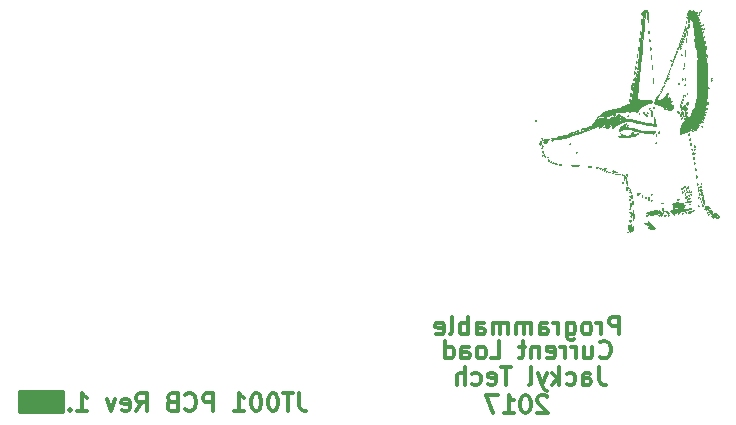
<source format=gbr>
G04 #@! TF.FileFunction,Legend,Bot*
%FSLAX46Y46*%
G04 Gerber Fmt 4.6, Leading zero omitted, Abs format (unit mm)*
G04 Created by KiCad (PCBNEW 4.0.1-stable) date 10/30/2017 21:56:45*
%MOMM*%
G01*
G04 APERTURE LIST*
%ADD10C,0.100000*%
%ADD11C,0.300000*%
%ADD12C,0.010000*%
%ADD13C,0.254000*%
G04 APERTURE END LIST*
D10*
D11*
X123164999Y-112589571D02*
X123164999Y-113661000D01*
X123236427Y-113875286D01*
X123379284Y-114018143D01*
X123593570Y-114089571D01*
X123736427Y-114089571D01*
X122664999Y-112589571D02*
X121807856Y-112589571D01*
X122236427Y-114089571D02*
X122236427Y-112589571D01*
X121022142Y-112589571D02*
X120879285Y-112589571D01*
X120736428Y-112661000D01*
X120664999Y-112732429D01*
X120593570Y-112875286D01*
X120522142Y-113161000D01*
X120522142Y-113518143D01*
X120593570Y-113803857D01*
X120664999Y-113946714D01*
X120736428Y-114018143D01*
X120879285Y-114089571D01*
X121022142Y-114089571D01*
X121164999Y-114018143D01*
X121236428Y-113946714D01*
X121307856Y-113803857D01*
X121379285Y-113518143D01*
X121379285Y-113161000D01*
X121307856Y-112875286D01*
X121236428Y-112732429D01*
X121164999Y-112661000D01*
X121022142Y-112589571D01*
X119593571Y-112589571D02*
X119450714Y-112589571D01*
X119307857Y-112661000D01*
X119236428Y-112732429D01*
X119164999Y-112875286D01*
X119093571Y-113161000D01*
X119093571Y-113518143D01*
X119164999Y-113803857D01*
X119236428Y-113946714D01*
X119307857Y-114018143D01*
X119450714Y-114089571D01*
X119593571Y-114089571D01*
X119736428Y-114018143D01*
X119807857Y-113946714D01*
X119879285Y-113803857D01*
X119950714Y-113518143D01*
X119950714Y-113161000D01*
X119879285Y-112875286D01*
X119807857Y-112732429D01*
X119736428Y-112661000D01*
X119593571Y-112589571D01*
X117665000Y-114089571D02*
X118522143Y-114089571D01*
X118093571Y-114089571D02*
X118093571Y-112589571D01*
X118236428Y-112803857D01*
X118379286Y-112946714D01*
X118522143Y-113018143D01*
X115879286Y-114089571D02*
X115879286Y-112589571D01*
X115307858Y-112589571D01*
X115165000Y-112661000D01*
X115093572Y-112732429D01*
X115022143Y-112875286D01*
X115022143Y-113089571D01*
X115093572Y-113232429D01*
X115165000Y-113303857D01*
X115307858Y-113375286D01*
X115879286Y-113375286D01*
X113522143Y-113946714D02*
X113593572Y-114018143D01*
X113807858Y-114089571D01*
X113950715Y-114089571D01*
X114165000Y-114018143D01*
X114307858Y-113875286D01*
X114379286Y-113732429D01*
X114450715Y-113446714D01*
X114450715Y-113232429D01*
X114379286Y-112946714D01*
X114307858Y-112803857D01*
X114165000Y-112661000D01*
X113950715Y-112589571D01*
X113807858Y-112589571D01*
X113593572Y-112661000D01*
X113522143Y-112732429D01*
X112379286Y-113303857D02*
X112165000Y-113375286D01*
X112093572Y-113446714D01*
X112022143Y-113589571D01*
X112022143Y-113803857D01*
X112093572Y-113946714D01*
X112165000Y-114018143D01*
X112307858Y-114089571D01*
X112879286Y-114089571D01*
X112879286Y-112589571D01*
X112379286Y-112589571D01*
X112236429Y-112661000D01*
X112165000Y-112732429D01*
X112093572Y-112875286D01*
X112093572Y-113018143D01*
X112165000Y-113161000D01*
X112236429Y-113232429D01*
X112379286Y-113303857D01*
X112879286Y-113303857D01*
X109379286Y-114089571D02*
X109879286Y-113375286D01*
X110236429Y-114089571D02*
X110236429Y-112589571D01*
X109665001Y-112589571D01*
X109522143Y-112661000D01*
X109450715Y-112732429D01*
X109379286Y-112875286D01*
X109379286Y-113089571D01*
X109450715Y-113232429D01*
X109522143Y-113303857D01*
X109665001Y-113375286D01*
X110236429Y-113375286D01*
X108165001Y-114018143D02*
X108307858Y-114089571D01*
X108593572Y-114089571D01*
X108736429Y-114018143D01*
X108807858Y-113875286D01*
X108807858Y-113303857D01*
X108736429Y-113161000D01*
X108593572Y-113089571D01*
X108307858Y-113089571D01*
X108165001Y-113161000D01*
X108093572Y-113303857D01*
X108093572Y-113446714D01*
X108807858Y-113589571D01*
X107593572Y-113089571D02*
X107236429Y-114089571D01*
X106879287Y-113089571D01*
X104379287Y-114089571D02*
X105236430Y-114089571D01*
X104807858Y-114089571D02*
X104807858Y-112589571D01*
X104950715Y-112803857D01*
X105093573Y-112946714D01*
X105236430Y-113018143D01*
X103736430Y-113946714D02*
X103665002Y-114018143D01*
X103736430Y-114089571D01*
X103807859Y-114018143D01*
X103736430Y-113946714D01*
X103736430Y-114089571D01*
X150243999Y-107612571D02*
X150243999Y-106112571D01*
X149672571Y-106112571D01*
X149529713Y-106184000D01*
X149458285Y-106255429D01*
X149386856Y-106398286D01*
X149386856Y-106612571D01*
X149458285Y-106755429D01*
X149529713Y-106826857D01*
X149672571Y-106898286D01*
X150243999Y-106898286D01*
X148743999Y-107612571D02*
X148743999Y-106612571D01*
X148743999Y-106898286D02*
X148672571Y-106755429D01*
X148601142Y-106684000D01*
X148458285Y-106612571D01*
X148315428Y-106612571D01*
X147601142Y-107612571D02*
X147744000Y-107541143D01*
X147815428Y-107469714D01*
X147886857Y-107326857D01*
X147886857Y-106898286D01*
X147815428Y-106755429D01*
X147744000Y-106684000D01*
X147601142Y-106612571D01*
X147386857Y-106612571D01*
X147244000Y-106684000D01*
X147172571Y-106755429D01*
X147101142Y-106898286D01*
X147101142Y-107326857D01*
X147172571Y-107469714D01*
X147244000Y-107541143D01*
X147386857Y-107612571D01*
X147601142Y-107612571D01*
X145815428Y-106612571D02*
X145815428Y-107826857D01*
X145886857Y-107969714D01*
X145958285Y-108041143D01*
X146101142Y-108112571D01*
X146315428Y-108112571D01*
X146458285Y-108041143D01*
X145815428Y-107541143D02*
X145958285Y-107612571D01*
X146243999Y-107612571D01*
X146386857Y-107541143D01*
X146458285Y-107469714D01*
X146529714Y-107326857D01*
X146529714Y-106898286D01*
X146458285Y-106755429D01*
X146386857Y-106684000D01*
X146243999Y-106612571D01*
X145958285Y-106612571D01*
X145815428Y-106684000D01*
X145101142Y-107612571D02*
X145101142Y-106612571D01*
X145101142Y-106898286D02*
X145029714Y-106755429D01*
X144958285Y-106684000D01*
X144815428Y-106612571D01*
X144672571Y-106612571D01*
X143529714Y-107612571D02*
X143529714Y-106826857D01*
X143601143Y-106684000D01*
X143744000Y-106612571D01*
X144029714Y-106612571D01*
X144172571Y-106684000D01*
X143529714Y-107541143D02*
X143672571Y-107612571D01*
X144029714Y-107612571D01*
X144172571Y-107541143D01*
X144244000Y-107398286D01*
X144244000Y-107255429D01*
X144172571Y-107112571D01*
X144029714Y-107041143D01*
X143672571Y-107041143D01*
X143529714Y-106969714D01*
X142815428Y-107612571D02*
X142815428Y-106612571D01*
X142815428Y-106755429D02*
X142744000Y-106684000D01*
X142601142Y-106612571D01*
X142386857Y-106612571D01*
X142244000Y-106684000D01*
X142172571Y-106826857D01*
X142172571Y-107612571D01*
X142172571Y-106826857D02*
X142101142Y-106684000D01*
X141958285Y-106612571D01*
X141744000Y-106612571D01*
X141601142Y-106684000D01*
X141529714Y-106826857D01*
X141529714Y-107612571D01*
X140815428Y-107612571D02*
X140815428Y-106612571D01*
X140815428Y-106755429D02*
X140744000Y-106684000D01*
X140601142Y-106612571D01*
X140386857Y-106612571D01*
X140244000Y-106684000D01*
X140172571Y-106826857D01*
X140172571Y-107612571D01*
X140172571Y-106826857D02*
X140101142Y-106684000D01*
X139958285Y-106612571D01*
X139744000Y-106612571D01*
X139601142Y-106684000D01*
X139529714Y-106826857D01*
X139529714Y-107612571D01*
X138172571Y-107612571D02*
X138172571Y-106826857D01*
X138244000Y-106684000D01*
X138386857Y-106612571D01*
X138672571Y-106612571D01*
X138815428Y-106684000D01*
X138172571Y-107541143D02*
X138315428Y-107612571D01*
X138672571Y-107612571D01*
X138815428Y-107541143D01*
X138886857Y-107398286D01*
X138886857Y-107255429D01*
X138815428Y-107112571D01*
X138672571Y-107041143D01*
X138315428Y-107041143D01*
X138172571Y-106969714D01*
X137458285Y-107612571D02*
X137458285Y-106112571D01*
X137458285Y-106684000D02*
X137315428Y-106612571D01*
X137029714Y-106612571D01*
X136886857Y-106684000D01*
X136815428Y-106755429D01*
X136743999Y-106898286D01*
X136743999Y-107326857D01*
X136815428Y-107469714D01*
X136886857Y-107541143D01*
X137029714Y-107612571D01*
X137315428Y-107612571D01*
X137458285Y-107541143D01*
X135886856Y-107612571D02*
X136029714Y-107541143D01*
X136101142Y-107398286D01*
X136101142Y-106112571D01*
X134744000Y-107541143D02*
X134886857Y-107612571D01*
X135172571Y-107612571D01*
X135315428Y-107541143D01*
X135386857Y-107398286D01*
X135386857Y-106826857D01*
X135315428Y-106684000D01*
X135172571Y-106612571D01*
X134886857Y-106612571D01*
X134744000Y-106684000D01*
X134672571Y-106826857D01*
X134672571Y-106969714D01*
X135386857Y-107112571D01*
X148601142Y-109501714D02*
X148672571Y-109573143D01*
X148886857Y-109644571D01*
X149029714Y-109644571D01*
X149243999Y-109573143D01*
X149386857Y-109430286D01*
X149458285Y-109287429D01*
X149529714Y-109001714D01*
X149529714Y-108787429D01*
X149458285Y-108501714D01*
X149386857Y-108358857D01*
X149243999Y-108216000D01*
X149029714Y-108144571D01*
X148886857Y-108144571D01*
X148672571Y-108216000D01*
X148601142Y-108287429D01*
X147315428Y-108644571D02*
X147315428Y-109644571D01*
X147958285Y-108644571D02*
X147958285Y-109430286D01*
X147886857Y-109573143D01*
X147743999Y-109644571D01*
X147529714Y-109644571D01*
X147386857Y-109573143D01*
X147315428Y-109501714D01*
X146601142Y-109644571D02*
X146601142Y-108644571D01*
X146601142Y-108930286D02*
X146529714Y-108787429D01*
X146458285Y-108716000D01*
X146315428Y-108644571D01*
X146172571Y-108644571D01*
X145672571Y-109644571D02*
X145672571Y-108644571D01*
X145672571Y-108930286D02*
X145601143Y-108787429D01*
X145529714Y-108716000D01*
X145386857Y-108644571D01*
X145244000Y-108644571D01*
X144172572Y-109573143D02*
X144315429Y-109644571D01*
X144601143Y-109644571D01*
X144744000Y-109573143D01*
X144815429Y-109430286D01*
X144815429Y-108858857D01*
X144744000Y-108716000D01*
X144601143Y-108644571D01*
X144315429Y-108644571D01*
X144172572Y-108716000D01*
X144101143Y-108858857D01*
X144101143Y-109001714D01*
X144815429Y-109144571D01*
X143458286Y-108644571D02*
X143458286Y-109644571D01*
X143458286Y-108787429D02*
X143386858Y-108716000D01*
X143244000Y-108644571D01*
X143029715Y-108644571D01*
X142886858Y-108716000D01*
X142815429Y-108858857D01*
X142815429Y-109644571D01*
X142315429Y-108644571D02*
X141744000Y-108644571D01*
X142101143Y-108144571D02*
X142101143Y-109430286D01*
X142029715Y-109573143D01*
X141886857Y-109644571D01*
X141744000Y-109644571D01*
X139386857Y-109644571D02*
X140101143Y-109644571D01*
X140101143Y-108144571D01*
X138672571Y-109644571D02*
X138815429Y-109573143D01*
X138886857Y-109501714D01*
X138958286Y-109358857D01*
X138958286Y-108930286D01*
X138886857Y-108787429D01*
X138815429Y-108716000D01*
X138672571Y-108644571D01*
X138458286Y-108644571D01*
X138315429Y-108716000D01*
X138244000Y-108787429D01*
X138172571Y-108930286D01*
X138172571Y-109358857D01*
X138244000Y-109501714D01*
X138315429Y-109573143D01*
X138458286Y-109644571D01*
X138672571Y-109644571D01*
X136886857Y-109644571D02*
X136886857Y-108858857D01*
X136958286Y-108716000D01*
X137101143Y-108644571D01*
X137386857Y-108644571D01*
X137529714Y-108716000D01*
X136886857Y-109573143D02*
X137029714Y-109644571D01*
X137386857Y-109644571D01*
X137529714Y-109573143D01*
X137601143Y-109430286D01*
X137601143Y-109287429D01*
X137529714Y-109144571D01*
X137386857Y-109073143D01*
X137029714Y-109073143D01*
X136886857Y-109001714D01*
X135529714Y-109644571D02*
X135529714Y-108144571D01*
X135529714Y-109573143D02*
X135672571Y-109644571D01*
X135958285Y-109644571D01*
X136101143Y-109573143D01*
X136172571Y-109501714D01*
X136244000Y-109358857D01*
X136244000Y-108930286D01*
X136172571Y-108787429D01*
X136101143Y-108716000D01*
X135958285Y-108644571D01*
X135672571Y-108644571D01*
X135529714Y-108716000D01*
X148533714Y-110373571D02*
X148533714Y-111445000D01*
X148605142Y-111659286D01*
X148747999Y-111802143D01*
X148962285Y-111873571D01*
X149105142Y-111873571D01*
X147176571Y-111873571D02*
X147176571Y-111087857D01*
X147248000Y-110945000D01*
X147390857Y-110873571D01*
X147676571Y-110873571D01*
X147819428Y-110945000D01*
X147176571Y-111802143D02*
X147319428Y-111873571D01*
X147676571Y-111873571D01*
X147819428Y-111802143D01*
X147890857Y-111659286D01*
X147890857Y-111516429D01*
X147819428Y-111373571D01*
X147676571Y-111302143D01*
X147319428Y-111302143D01*
X147176571Y-111230714D01*
X145819428Y-111802143D02*
X145962285Y-111873571D01*
X146247999Y-111873571D01*
X146390857Y-111802143D01*
X146462285Y-111730714D01*
X146533714Y-111587857D01*
X146533714Y-111159286D01*
X146462285Y-111016429D01*
X146390857Y-110945000D01*
X146247999Y-110873571D01*
X145962285Y-110873571D01*
X145819428Y-110945000D01*
X145176571Y-111873571D02*
X145176571Y-110373571D01*
X145033714Y-111302143D02*
X144605143Y-111873571D01*
X144605143Y-110873571D02*
X145176571Y-111445000D01*
X144105142Y-110873571D02*
X143747999Y-111873571D01*
X143390857Y-110873571D02*
X143747999Y-111873571D01*
X143890857Y-112230714D01*
X143962285Y-112302143D01*
X144105142Y-112373571D01*
X142605142Y-111873571D02*
X142748000Y-111802143D01*
X142819428Y-111659286D01*
X142819428Y-110373571D01*
X141105143Y-110373571D02*
X140248000Y-110373571D01*
X140676571Y-111873571D02*
X140676571Y-110373571D01*
X139176572Y-111802143D02*
X139319429Y-111873571D01*
X139605143Y-111873571D01*
X139748000Y-111802143D01*
X139819429Y-111659286D01*
X139819429Y-111087857D01*
X139748000Y-110945000D01*
X139605143Y-110873571D01*
X139319429Y-110873571D01*
X139176572Y-110945000D01*
X139105143Y-111087857D01*
X139105143Y-111230714D01*
X139819429Y-111373571D01*
X137819429Y-111802143D02*
X137962286Y-111873571D01*
X138248000Y-111873571D01*
X138390858Y-111802143D01*
X138462286Y-111730714D01*
X138533715Y-111587857D01*
X138533715Y-111159286D01*
X138462286Y-111016429D01*
X138390858Y-110945000D01*
X138248000Y-110873571D01*
X137962286Y-110873571D01*
X137819429Y-110945000D01*
X137176572Y-111873571D02*
X137176572Y-110373571D01*
X136533715Y-111873571D02*
X136533715Y-111087857D01*
X136605144Y-110945000D01*
X136748001Y-110873571D01*
X136962286Y-110873571D01*
X137105144Y-110945000D01*
X137176572Y-111016429D01*
X144176571Y-112916429D02*
X144105142Y-112845000D01*
X143962285Y-112773571D01*
X143605142Y-112773571D01*
X143462285Y-112845000D01*
X143390856Y-112916429D01*
X143319428Y-113059286D01*
X143319428Y-113202143D01*
X143390856Y-113416429D01*
X144247999Y-114273571D01*
X143319428Y-114273571D01*
X142390857Y-112773571D02*
X142248000Y-112773571D01*
X142105143Y-112845000D01*
X142033714Y-112916429D01*
X141962285Y-113059286D01*
X141890857Y-113345000D01*
X141890857Y-113702143D01*
X141962285Y-113987857D01*
X142033714Y-114130714D01*
X142105143Y-114202143D01*
X142248000Y-114273571D01*
X142390857Y-114273571D01*
X142533714Y-114202143D01*
X142605143Y-114130714D01*
X142676571Y-113987857D01*
X142748000Y-113702143D01*
X142748000Y-113345000D01*
X142676571Y-113059286D01*
X142605143Y-112916429D01*
X142533714Y-112845000D01*
X142390857Y-112773571D01*
X140462286Y-114273571D02*
X141319429Y-114273571D01*
X140890857Y-114273571D02*
X140890857Y-112773571D01*
X141033714Y-112987857D01*
X141176572Y-113130714D01*
X141319429Y-113202143D01*
X139962286Y-112773571D02*
X138962286Y-112773571D01*
X139605143Y-114273571D01*
D12*
G36*
X151184686Y-98341316D02*
X151183183Y-98345625D01*
X151131633Y-98457160D01*
X151106163Y-98444843D01*
X151048735Y-98352398D01*
X151019765Y-98345625D01*
X150965920Y-98412717D01*
X150957228Y-98538340D01*
X150988534Y-98670898D01*
X151030039Y-98695912D01*
X151086042Y-98733604D01*
X151121454Y-98840541D01*
X151150800Y-98941240D01*
X151166816Y-98921093D01*
X151241520Y-98832729D01*
X151296688Y-98821875D01*
X151383203Y-98764853D01*
X151404523Y-98580563D01*
X151403858Y-98563906D01*
X151394108Y-98401642D01*
X151381729Y-98391023D01*
X151358898Y-98524218D01*
X151312792Y-98701539D01*
X151264024Y-98733291D01*
X151231480Y-98631186D01*
X151230897Y-98444843D01*
X151239850Y-98268808D01*
X151226414Y-98238391D01*
X151184686Y-98341316D01*
X151184686Y-98341316D01*
G37*
X151184686Y-98341316D02*
X151183183Y-98345625D01*
X151131633Y-98457160D01*
X151106163Y-98444843D01*
X151048735Y-98352398D01*
X151019765Y-98345625D01*
X150965920Y-98412717D01*
X150957228Y-98538340D01*
X150988534Y-98670898D01*
X151030039Y-98695912D01*
X151086042Y-98733604D01*
X151121454Y-98840541D01*
X151150800Y-98941240D01*
X151166816Y-98921093D01*
X151241520Y-98832729D01*
X151296688Y-98821875D01*
X151383203Y-98764853D01*
X151404523Y-98580563D01*
X151403858Y-98563906D01*
X151394108Y-98401642D01*
X151381729Y-98391023D01*
X151358898Y-98524218D01*
X151312792Y-98701539D01*
X151264024Y-98733291D01*
X151231480Y-98631186D01*
X151230897Y-98444843D01*
X151239850Y-98268808D01*
X151226414Y-98238391D01*
X151184686Y-98341316D01*
G36*
X150939500Y-98940937D02*
X150979188Y-98980625D01*
X151018875Y-98940937D01*
X150979188Y-98901250D01*
X150939500Y-98940937D01*
X150939500Y-98940937D01*
G37*
X150939500Y-98940937D02*
X150979188Y-98980625D01*
X151018875Y-98940937D01*
X150979188Y-98901250D01*
X150939500Y-98940937D01*
G36*
X152653024Y-98096476D02*
X152634436Y-98229518D01*
X152642249Y-98364112D01*
X152700787Y-98364294D01*
X152726588Y-98344670D01*
X152838168Y-98302161D01*
X152882152Y-98342331D01*
X152868059Y-98436976D01*
X152814856Y-98471817D01*
X152731380Y-98563228D01*
X152735135Y-98620084D01*
X152840306Y-98699028D01*
X153032747Y-98719925D01*
X153228812Y-98682282D01*
X153252519Y-98614175D01*
X153152181Y-98464718D01*
X153034109Y-98336583D01*
X152859754Y-98165550D01*
X152731504Y-98053565D01*
X152689485Y-98028181D01*
X152653024Y-98096476D01*
X152653024Y-98096476D01*
G37*
X152653024Y-98096476D02*
X152634436Y-98229518D01*
X152642249Y-98364112D01*
X152700787Y-98364294D01*
X152726588Y-98344670D01*
X152838168Y-98302161D01*
X152882152Y-98342331D01*
X152868059Y-98436976D01*
X152814856Y-98471817D01*
X152731380Y-98563228D01*
X152735135Y-98620084D01*
X152840306Y-98699028D01*
X153032747Y-98719925D01*
X153228812Y-98682282D01*
X153252519Y-98614175D01*
X153152181Y-98464718D01*
X153034109Y-98336583D01*
X152859754Y-98165550D01*
X152731504Y-98053565D01*
X152689485Y-98028181D01*
X152653024Y-98096476D01*
G36*
X152394709Y-98213333D02*
X152405605Y-98260521D01*
X152447625Y-98266250D01*
X152512960Y-98237207D01*
X152500542Y-98213333D01*
X152406343Y-98203833D01*
X152394709Y-98213333D01*
X152394709Y-98213333D01*
G37*
X152394709Y-98213333D02*
X152405605Y-98260521D01*
X152447625Y-98266250D01*
X152512960Y-98237207D01*
X152500542Y-98213333D01*
X152406343Y-98203833D01*
X152394709Y-98213333D01*
G36*
X151437124Y-97132761D02*
X151424733Y-97432427D01*
X151431310Y-97764085D01*
X151436684Y-97847136D01*
X151449210Y-97939964D01*
X151459237Y-97888096D01*
X151465495Y-97705580D01*
X151466951Y-97512187D01*
X151464306Y-97242763D01*
X151456825Y-97088907D01*
X151445783Y-97066834D01*
X151437124Y-97132761D01*
X151437124Y-97132761D01*
G37*
X151437124Y-97132761D02*
X151424733Y-97432427D01*
X151431310Y-97764085D01*
X151436684Y-97847136D01*
X151449210Y-97939964D01*
X151459237Y-97888096D01*
X151465495Y-97705580D01*
X151466951Y-97512187D01*
X151464306Y-97242763D01*
X151456825Y-97088907D01*
X151445783Y-97066834D01*
X151437124Y-97132761D01*
G36*
X151109321Y-97955826D02*
X151098250Y-98001666D01*
X151140728Y-98098578D01*
X151169133Y-98107500D01*
X151257775Y-98044961D01*
X151280628Y-98001666D01*
X151257860Y-97908657D01*
X151209745Y-97895833D01*
X151109321Y-97955826D01*
X151109321Y-97955826D01*
G37*
X151109321Y-97955826D02*
X151098250Y-98001666D01*
X151140728Y-98098578D01*
X151169133Y-98107500D01*
X151257775Y-98044961D01*
X151280628Y-98001666D01*
X151257860Y-97908657D01*
X151209745Y-97895833D01*
X151109321Y-97955826D01*
G36*
X158268529Y-97340689D02*
X158204961Y-97464281D01*
X158201947Y-97473652D01*
X158125050Y-97582243D01*
X158057692Y-97577478D01*
X158023667Y-97580505D01*
X158073126Y-97655700D01*
X158176514Y-97763057D01*
X158230401Y-97786267D01*
X158203065Y-97711844D01*
X158202313Y-97710625D01*
X158205291Y-97637337D01*
X158231496Y-97631250D01*
X158325811Y-97568491D01*
X158343851Y-97532031D01*
X158362807Y-97508989D01*
X158357123Y-97571639D01*
X158370881Y-97711961D01*
X158487048Y-97745822D01*
X158579344Y-97730527D01*
X158703534Y-97663144D01*
X158675903Y-97554193D01*
X158673245Y-97551875D01*
X158599188Y-97551875D01*
X158592895Y-97625017D01*
X158564185Y-97631250D01*
X158483356Y-97573630D01*
X158480125Y-97551875D01*
X158507207Y-97474563D01*
X158515129Y-97472500D01*
X158582896Y-97528120D01*
X158599188Y-97551875D01*
X158673245Y-97551875D01*
X158541839Y-97437313D01*
X158367168Y-97333159D01*
X158268529Y-97340689D01*
X158268529Y-97340689D01*
G37*
X158268529Y-97340689D02*
X158204961Y-97464281D01*
X158201947Y-97473652D01*
X158125050Y-97582243D01*
X158057692Y-97577478D01*
X158023667Y-97580505D01*
X158073126Y-97655700D01*
X158176514Y-97763057D01*
X158230401Y-97786267D01*
X158203065Y-97711844D01*
X158202313Y-97710625D01*
X158205291Y-97637337D01*
X158231496Y-97631250D01*
X158325811Y-97568491D01*
X158343851Y-97532031D01*
X158362807Y-97508989D01*
X158357123Y-97571639D01*
X158370881Y-97711961D01*
X158487048Y-97745822D01*
X158579344Y-97730527D01*
X158703534Y-97663144D01*
X158675903Y-97554193D01*
X158673245Y-97551875D01*
X158599188Y-97551875D01*
X158592895Y-97625017D01*
X158564185Y-97631250D01*
X158483356Y-97573630D01*
X158480125Y-97551875D01*
X158507207Y-97474563D01*
X158515129Y-97472500D01*
X158582896Y-97528120D01*
X158599188Y-97551875D01*
X158673245Y-97551875D01*
X158541839Y-97437313D01*
X158367168Y-97333159D01*
X158268529Y-97340689D01*
G36*
X151106791Y-97258048D02*
X151160470Y-97301467D01*
X151223003Y-97419416D01*
X151211509Y-97498689D01*
X151191938Y-97609522D01*
X151211312Y-97631250D01*
X151280284Y-97568791D01*
X151306213Y-97515988D01*
X151310724Y-97350747D01*
X151213361Y-97246221D01*
X151153097Y-97235590D01*
X151106791Y-97258048D01*
X151106791Y-97258048D01*
G37*
X151106791Y-97258048D02*
X151160470Y-97301467D01*
X151223003Y-97419416D01*
X151211509Y-97498689D01*
X151191938Y-97609522D01*
X151211312Y-97631250D01*
X151280284Y-97568791D01*
X151306213Y-97515988D01*
X151310724Y-97350747D01*
X151213361Y-97246221D01*
X151153097Y-97235590D01*
X151106791Y-97258048D01*
G36*
X154352625Y-97512187D02*
X154392313Y-97551875D01*
X154432000Y-97512187D01*
X154392313Y-97472500D01*
X154352625Y-97512187D01*
X154352625Y-97512187D01*
G37*
X154352625Y-97512187D02*
X154392313Y-97551875D01*
X154432000Y-97512187D01*
X154392313Y-97472500D01*
X154352625Y-97512187D01*
G36*
X154061584Y-97498958D02*
X154072480Y-97546146D01*
X154114500Y-97551875D01*
X154179835Y-97522832D01*
X154167417Y-97498958D01*
X154073218Y-97489458D01*
X154061584Y-97498958D01*
X154061584Y-97498958D01*
G37*
X154061584Y-97498958D02*
X154072480Y-97546146D01*
X154114500Y-97551875D01*
X154179835Y-97522832D01*
X154167417Y-97498958D01*
X154073218Y-97489458D01*
X154061584Y-97498958D01*
G36*
X153744084Y-97498958D02*
X153754980Y-97546146D01*
X153797000Y-97551875D01*
X153862335Y-97522832D01*
X153849917Y-97498958D01*
X153755718Y-97489458D01*
X153744084Y-97498958D01*
X153744084Y-97498958D01*
G37*
X153744084Y-97498958D02*
X153754980Y-97546146D01*
X153797000Y-97551875D01*
X153862335Y-97522832D01*
X153849917Y-97498958D01*
X153755718Y-97489458D01*
X153744084Y-97498958D01*
G36*
X153558875Y-97512187D02*
X153598563Y-97551875D01*
X153638250Y-97512187D01*
X153598563Y-97472500D01*
X153558875Y-97512187D01*
X153558875Y-97512187D01*
G37*
X153558875Y-97512187D02*
X153598563Y-97551875D01*
X153638250Y-97512187D01*
X153598563Y-97472500D01*
X153558875Y-97512187D01*
G36*
X153078153Y-97132681D02*
X152950570Y-97183403D01*
X152541323Y-97356403D01*
X152748424Y-97454139D01*
X152957952Y-97537982D01*
X153060662Y-97534256D01*
X153082625Y-97469020D01*
X153143570Y-97400529D01*
X153181844Y-97399050D01*
X153391119Y-97405415D01*
X153511791Y-97368292D01*
X153519188Y-97313750D01*
X153521709Y-97240442D01*
X153547576Y-97234375D01*
X153641893Y-97296991D01*
X153660457Y-97333593D01*
X153727389Y-97390309D01*
X153757757Y-97375199D01*
X153769042Y-97280871D01*
X153709090Y-97194687D01*
X153241375Y-97194687D01*
X153201688Y-97234375D01*
X153162000Y-97194687D01*
X153201688Y-97155000D01*
X153241375Y-97194687D01*
X153709090Y-97194687D01*
X153694656Y-97173939D01*
X153588885Y-97116726D01*
X153541007Y-97126355D01*
X153434407Y-97119205D01*
X153410784Y-97092870D01*
X153305330Y-97069946D01*
X153078153Y-97132681D01*
X153078153Y-97132681D01*
G37*
X153078153Y-97132681D02*
X152950570Y-97183403D01*
X152541323Y-97356403D01*
X152748424Y-97454139D01*
X152957952Y-97537982D01*
X153060662Y-97534256D01*
X153082625Y-97469020D01*
X153143570Y-97400529D01*
X153181844Y-97399050D01*
X153391119Y-97405415D01*
X153511791Y-97368292D01*
X153519188Y-97313750D01*
X153521709Y-97240442D01*
X153547576Y-97234375D01*
X153641893Y-97296991D01*
X153660457Y-97333593D01*
X153727389Y-97390309D01*
X153757757Y-97375199D01*
X153769042Y-97280871D01*
X153709090Y-97194687D01*
X153241375Y-97194687D01*
X153201688Y-97234375D01*
X153162000Y-97194687D01*
X153201688Y-97155000D01*
X153241375Y-97194687D01*
X153709090Y-97194687D01*
X153694656Y-97173939D01*
X153588885Y-97116726D01*
X153541007Y-97126355D01*
X153434407Y-97119205D01*
X153410784Y-97092870D01*
X153305330Y-97069946D01*
X153078153Y-97132681D01*
G36*
X152553459Y-97498958D02*
X152564355Y-97546146D01*
X152606375Y-97551875D01*
X152671710Y-97522832D01*
X152659292Y-97498958D01*
X152565093Y-97489458D01*
X152553459Y-97498958D01*
X152553459Y-97498958D01*
G37*
X152553459Y-97498958D02*
X152564355Y-97546146D01*
X152606375Y-97551875D01*
X152671710Y-97522832D01*
X152659292Y-97498958D01*
X152565093Y-97489458D01*
X152553459Y-97498958D01*
G36*
X157530993Y-96762896D02*
X157601389Y-96886707D01*
X157737462Y-97080943D01*
X157909371Y-97298206D01*
X158048400Y-97434678D01*
X158135670Y-97477612D01*
X158152303Y-97414262D01*
X158133443Y-97353437D01*
X158083250Y-97353437D01*
X158043563Y-97393125D01*
X158003875Y-97353437D01*
X158043563Y-97313750D01*
X158083250Y-97353437D01*
X158133443Y-97353437D01*
X158131430Y-97346945D01*
X158089689Y-97194687D01*
X158003875Y-97194687D01*
X157964188Y-97234375D01*
X157924500Y-97194687D01*
X157964188Y-97155000D01*
X158003875Y-97194687D01*
X158089689Y-97194687D01*
X158088425Y-97190079D01*
X158083250Y-97140015D01*
X158025344Y-97092250D01*
X157965399Y-97103864D01*
X157836179Y-97079399D01*
X157764169Y-96993294D01*
X157728218Y-96865315D01*
X157795568Y-96845643D01*
X157908909Y-96916591D01*
X157944658Y-96933690D01*
X157900518Y-96875316D01*
X157790575Y-96797812D01*
X157686375Y-96797812D01*
X157646688Y-96837500D01*
X157607000Y-96797812D01*
X157646688Y-96758125D01*
X157686375Y-96797812D01*
X157790575Y-96797812D01*
X157737063Y-96760089D01*
X157626375Y-96722168D01*
X157541983Y-96716648D01*
X157530993Y-96762896D01*
X157530993Y-96762896D01*
G37*
X157530993Y-96762896D02*
X157601389Y-96886707D01*
X157737462Y-97080943D01*
X157909371Y-97298206D01*
X158048400Y-97434678D01*
X158135670Y-97477612D01*
X158152303Y-97414262D01*
X158133443Y-97353437D01*
X158083250Y-97353437D01*
X158043563Y-97393125D01*
X158003875Y-97353437D01*
X158043563Y-97313750D01*
X158083250Y-97353437D01*
X158133443Y-97353437D01*
X158131430Y-97346945D01*
X158089689Y-97194687D01*
X158003875Y-97194687D01*
X157964188Y-97234375D01*
X157924500Y-97194687D01*
X157964188Y-97155000D01*
X158003875Y-97194687D01*
X158089689Y-97194687D01*
X158088425Y-97190079D01*
X158083250Y-97140015D01*
X158025344Y-97092250D01*
X157965399Y-97103864D01*
X157836179Y-97079399D01*
X157764169Y-96993294D01*
X157728218Y-96865315D01*
X157795568Y-96845643D01*
X157908909Y-96916591D01*
X157944658Y-96933690D01*
X157900518Y-96875316D01*
X157790575Y-96797812D01*
X157686375Y-96797812D01*
X157646688Y-96837500D01*
X157607000Y-96797812D01*
X157646688Y-96758125D01*
X157686375Y-96797812D01*
X157790575Y-96797812D01*
X157737063Y-96760089D01*
X157626375Y-96722168D01*
X157541983Y-96716648D01*
X157530993Y-96762896D01*
G36*
X157765750Y-97432812D02*
X157805438Y-97472500D01*
X157845125Y-97432812D01*
X157805438Y-97393125D01*
X157765750Y-97432812D01*
X157765750Y-97432812D01*
G37*
X157765750Y-97432812D02*
X157805438Y-97472500D01*
X157845125Y-97432812D01*
X157805438Y-97393125D01*
X157765750Y-97432812D01*
G36*
X154828875Y-97432812D02*
X154868563Y-97472500D01*
X154908250Y-97432812D01*
X154868563Y-97393125D01*
X154828875Y-97432812D01*
X154828875Y-97432812D01*
G37*
X154828875Y-97432812D02*
X154868563Y-97472500D01*
X154908250Y-97432812D01*
X154868563Y-97393125D01*
X154828875Y-97432812D01*
G36*
X155543250Y-97353437D02*
X155582938Y-97393125D01*
X155622625Y-97353437D01*
X155582938Y-97313750D01*
X155543250Y-97353437D01*
X155543250Y-97353437D01*
G37*
X155543250Y-97353437D02*
X155582938Y-97393125D01*
X155622625Y-97353437D01*
X155582938Y-97313750D01*
X155543250Y-97353437D01*
G36*
X155225750Y-97353437D02*
X155265438Y-97393125D01*
X155305125Y-97353437D01*
X155265438Y-97313750D01*
X155225750Y-97353437D01*
X155225750Y-97353437D01*
G37*
X155225750Y-97353437D02*
X155265438Y-97393125D01*
X155305125Y-97353437D01*
X155265438Y-97313750D01*
X155225750Y-97353437D01*
G36*
X154150934Y-97194252D02*
X154222224Y-97274062D01*
X154362043Y-97382654D01*
X154427772Y-97358337D01*
X154432000Y-97322242D01*
X154368564Y-97236361D01*
X154306446Y-97203179D01*
X154162135Y-97158890D01*
X154150934Y-97194252D01*
X154150934Y-97194252D01*
G37*
X154150934Y-97194252D02*
X154222224Y-97274062D01*
X154362043Y-97382654D01*
X154427772Y-97358337D01*
X154432000Y-97322242D01*
X154368564Y-97236361D01*
X154306446Y-97203179D01*
X154162135Y-97158890D01*
X154150934Y-97194252D01*
G36*
X153876375Y-97353437D02*
X153916063Y-97393125D01*
X153955750Y-97353437D01*
X153916063Y-97313750D01*
X153876375Y-97353437D01*
X153876375Y-97353437D01*
G37*
X153876375Y-97353437D02*
X153916063Y-97393125D01*
X153955750Y-97353437D01*
X153916063Y-97313750D01*
X153876375Y-97353437D01*
G36*
X157686375Y-97274062D02*
X157726063Y-97313750D01*
X157765750Y-97274062D01*
X157726063Y-97234375D01*
X157686375Y-97274062D01*
X157686375Y-97274062D01*
G37*
X157686375Y-97274062D02*
X157726063Y-97313750D01*
X157765750Y-97274062D01*
X157726063Y-97234375D01*
X157686375Y-97274062D01*
G36*
X156122091Y-97187673D02*
X156059188Y-97234375D01*
X156064981Y-97299818D01*
X156166179Y-97305010D01*
X156311312Y-97249952D01*
X156337000Y-97234375D01*
X156400472Y-97176081D01*
X156322046Y-97157004D01*
X156282154Y-97156215D01*
X156122091Y-97187673D01*
X156122091Y-97187673D01*
G37*
X156122091Y-97187673D02*
X156059188Y-97234375D01*
X156064981Y-97299818D01*
X156166179Y-97305010D01*
X156311312Y-97249952D01*
X156337000Y-97234375D01*
X156400472Y-97176081D01*
X156322046Y-97157004D01*
X156282154Y-97156215D01*
X156122091Y-97187673D01*
G36*
X155860750Y-97274062D02*
X155900438Y-97313750D01*
X155940125Y-97274062D01*
X155900438Y-97234375D01*
X155860750Y-97274062D01*
X155860750Y-97274062D01*
G37*
X155860750Y-97274062D02*
X155900438Y-97313750D01*
X155940125Y-97274062D01*
X155900438Y-97234375D01*
X155860750Y-97274062D01*
G36*
X154927087Y-96464638D02*
X154902319Y-96475187D01*
X154747273Y-96553261D01*
X154739039Y-96591499D01*
X154789188Y-96597483D01*
X154889291Y-96615841D01*
X154842009Y-96668953D01*
X154817417Y-96733608D01*
X154914295Y-96794287D01*
X155095696Y-96836746D01*
X155305125Y-96847485D01*
X155503563Y-96841498D01*
X155305125Y-96912374D01*
X155093516Y-96974275D01*
X154831175Y-97034363D01*
X154789188Y-97042470D01*
X154612106Y-97086581D01*
X154585417Y-97123421D01*
X154622115Y-97136384D01*
X154719845Y-97176630D01*
X154670085Y-97235872D01*
X154661803Y-97241198D01*
X154636810Y-97289388D01*
X154761870Y-97310920D01*
X154835490Y-97312534D01*
X155032144Y-97305239D01*
X155146410Y-97285732D01*
X155152990Y-97281625D01*
X155245318Y-97250378D01*
X155435024Y-97211818D01*
X155503563Y-97200647D01*
X155534502Y-97194687D01*
X154987625Y-97194687D01*
X154947938Y-97234375D01*
X154908250Y-97194687D01*
X154947938Y-97155000D01*
X154987625Y-97194687D01*
X155534502Y-97194687D01*
X155769083Y-97149499D01*
X156019336Y-97084461D01*
X156213755Y-97018295D01*
X156311768Y-96963766D01*
X156313164Y-96945955D01*
X156238783Y-96939114D01*
X156052047Y-96966149D01*
X155738753Y-97029584D01*
X155344813Y-97118046D01*
X155331915Y-97115312D01*
X155146375Y-97115312D01*
X155106688Y-97155000D01*
X155067000Y-97115312D01*
X155106688Y-97075625D01*
X155146375Y-97115312D01*
X155331915Y-97115312D01*
X155311751Y-97111038D01*
X155403449Y-97052577D01*
X155503563Y-97001959D01*
X155682423Y-96905174D01*
X155718626Y-96852757D01*
X155662313Y-96838355D01*
X155567211Y-96822870D01*
X155607065Y-96784638D01*
X155702000Y-96741003D01*
X155745212Y-96718437D01*
X155146375Y-96718437D01*
X155106688Y-96758125D01*
X155067000Y-96718437D01*
X155106688Y-96678750D01*
X155146375Y-96718437D01*
X155745212Y-96718437D01*
X155827550Y-96675440D01*
X155813644Y-96636775D01*
X155776908Y-96625833D01*
X155516792Y-96625833D01*
X155505896Y-96673021D01*
X155463875Y-96678750D01*
X155398541Y-96649707D01*
X155410959Y-96625833D01*
X155505158Y-96616333D01*
X155516792Y-96625833D01*
X155776908Y-96625833D01*
X155760560Y-96620964D01*
X155668049Y-96556075D01*
X155668968Y-96546458D01*
X155119917Y-96546458D01*
X155109021Y-96593646D01*
X155067000Y-96599375D01*
X155001666Y-96570332D01*
X155014084Y-96546458D01*
X155108283Y-96536958D01*
X155119917Y-96546458D01*
X155668968Y-96546458D01*
X155673180Y-96502416D01*
X155657494Y-96452288D01*
X155503088Y-96473339D01*
X155312961Y-96488369D01*
X155227348Y-96443210D01*
X155128908Y-96405356D01*
X154927087Y-96464638D01*
X154927087Y-96464638D01*
G37*
X154927087Y-96464638D02*
X154902319Y-96475187D01*
X154747273Y-96553261D01*
X154739039Y-96591499D01*
X154789188Y-96597483D01*
X154889291Y-96615841D01*
X154842009Y-96668953D01*
X154817417Y-96733608D01*
X154914295Y-96794287D01*
X155095696Y-96836746D01*
X155305125Y-96847485D01*
X155503563Y-96841498D01*
X155305125Y-96912374D01*
X155093516Y-96974275D01*
X154831175Y-97034363D01*
X154789188Y-97042470D01*
X154612106Y-97086581D01*
X154585417Y-97123421D01*
X154622115Y-97136384D01*
X154719845Y-97176630D01*
X154670085Y-97235872D01*
X154661803Y-97241198D01*
X154636810Y-97289388D01*
X154761870Y-97310920D01*
X154835490Y-97312534D01*
X155032144Y-97305239D01*
X155146410Y-97285732D01*
X155152990Y-97281625D01*
X155245318Y-97250378D01*
X155435024Y-97211818D01*
X155503563Y-97200647D01*
X155534502Y-97194687D01*
X154987625Y-97194687D01*
X154947938Y-97234375D01*
X154908250Y-97194687D01*
X154947938Y-97155000D01*
X154987625Y-97194687D01*
X155534502Y-97194687D01*
X155769083Y-97149499D01*
X156019336Y-97084461D01*
X156213755Y-97018295D01*
X156311768Y-96963766D01*
X156313164Y-96945955D01*
X156238783Y-96939114D01*
X156052047Y-96966149D01*
X155738753Y-97029584D01*
X155344813Y-97118046D01*
X155331915Y-97115312D01*
X155146375Y-97115312D01*
X155106688Y-97155000D01*
X155067000Y-97115312D01*
X155106688Y-97075625D01*
X155146375Y-97115312D01*
X155331915Y-97115312D01*
X155311751Y-97111038D01*
X155403449Y-97052577D01*
X155503563Y-97001959D01*
X155682423Y-96905174D01*
X155718626Y-96852757D01*
X155662313Y-96838355D01*
X155567211Y-96822870D01*
X155607065Y-96784638D01*
X155702000Y-96741003D01*
X155745212Y-96718437D01*
X155146375Y-96718437D01*
X155106688Y-96758125D01*
X155067000Y-96718437D01*
X155106688Y-96678750D01*
X155146375Y-96718437D01*
X155745212Y-96718437D01*
X155827550Y-96675440D01*
X155813644Y-96636775D01*
X155776908Y-96625833D01*
X155516792Y-96625833D01*
X155505896Y-96673021D01*
X155463875Y-96678750D01*
X155398541Y-96649707D01*
X155410959Y-96625833D01*
X155505158Y-96616333D01*
X155516792Y-96625833D01*
X155776908Y-96625833D01*
X155760560Y-96620964D01*
X155668049Y-96556075D01*
X155668968Y-96546458D01*
X155119917Y-96546458D01*
X155109021Y-96593646D01*
X155067000Y-96599375D01*
X155001666Y-96570332D01*
X155014084Y-96546458D01*
X155108283Y-96536958D01*
X155119917Y-96546458D01*
X155668968Y-96546458D01*
X155673180Y-96502416D01*
X155657494Y-96452288D01*
X155503088Y-96473339D01*
X155312961Y-96488369D01*
X155227348Y-96443210D01*
X155128908Y-96405356D01*
X154927087Y-96464638D01*
G36*
X153955750Y-97194687D02*
X153995438Y-97234375D01*
X154035125Y-97194687D01*
X153995438Y-97155000D01*
X153955750Y-97194687D01*
X153955750Y-97194687D01*
G37*
X153955750Y-97194687D02*
X153995438Y-97234375D01*
X154035125Y-97194687D01*
X153995438Y-97155000D01*
X153955750Y-97194687D01*
G36*
X156495750Y-97115312D02*
X156535438Y-97155000D01*
X156575125Y-97115312D01*
X156535438Y-97075625D01*
X156495750Y-97115312D01*
X156495750Y-97115312D01*
G37*
X156495750Y-97115312D02*
X156535438Y-97155000D01*
X156575125Y-97115312D01*
X156535438Y-97075625D01*
X156495750Y-97115312D01*
G36*
X157473153Y-96968147D02*
X157487938Y-96996250D01*
X157562726Y-97072053D01*
X157576682Y-97075625D01*
X157582098Y-97024352D01*
X157567313Y-96996250D01*
X157492525Y-96920446D01*
X157478569Y-96916875D01*
X157473153Y-96968147D01*
X157473153Y-96968147D01*
G37*
X157473153Y-96968147D02*
X157487938Y-96996250D01*
X157562726Y-97072053D01*
X157576682Y-97075625D01*
X157582098Y-97024352D01*
X157567313Y-96996250D01*
X157492525Y-96920446D01*
X157478569Y-96916875D01*
X157473153Y-96968147D01*
G36*
X153902834Y-96943333D02*
X153893334Y-97037532D01*
X153902834Y-97049166D01*
X153950022Y-97038270D01*
X153955750Y-96996250D01*
X153926708Y-96930915D01*
X153902834Y-96943333D01*
X153902834Y-96943333D01*
G37*
X153902834Y-96943333D02*
X153893334Y-97037532D01*
X153902834Y-97049166D01*
X153950022Y-97038270D01*
X153955750Y-96996250D01*
X153926708Y-96930915D01*
X153902834Y-96943333D01*
G36*
X151098250Y-96956562D02*
X151137938Y-96996250D01*
X151177625Y-96956562D01*
X151137938Y-96916875D01*
X151098250Y-96956562D01*
X151098250Y-96956562D01*
G37*
X151098250Y-96956562D02*
X151137938Y-96996250D01*
X151177625Y-96956562D01*
X151137938Y-96916875D01*
X151098250Y-96956562D01*
G36*
X154775959Y-96863958D02*
X154786855Y-96911146D01*
X154828875Y-96916875D01*
X154894210Y-96887832D01*
X154881792Y-96863958D01*
X154787593Y-96854458D01*
X154775959Y-96863958D01*
X154775959Y-96863958D01*
G37*
X154775959Y-96863958D02*
X154786855Y-96911146D01*
X154828875Y-96916875D01*
X154894210Y-96887832D01*
X154881792Y-96863958D01*
X154787593Y-96854458D01*
X154775959Y-96863958D01*
G36*
X151154727Y-96598990D02*
X151154647Y-96599295D01*
X151151076Y-96746910D01*
X151185077Y-96802417D01*
X151237765Y-96769766D01*
X151257000Y-96643746D01*
X151243169Y-96475638D01*
X151206610Y-96459648D01*
X151154727Y-96598990D01*
X151154727Y-96598990D01*
G37*
X151154727Y-96598990D02*
X151154647Y-96599295D01*
X151151076Y-96746910D01*
X151185077Y-96802417D01*
X151237765Y-96769766D01*
X151257000Y-96643746D01*
X151243169Y-96475638D01*
X151206610Y-96459648D01*
X151154727Y-96598990D01*
G36*
X157234359Y-96641554D02*
X157279651Y-96699916D01*
X157346390Y-96750077D01*
X157329735Y-96670541D01*
X157324085Y-96655482D01*
X157261204Y-96558284D01*
X157225455Y-96557587D01*
X157234359Y-96641554D01*
X157234359Y-96641554D01*
G37*
X157234359Y-96641554D02*
X157279651Y-96699916D01*
X157346390Y-96750077D01*
X157329735Y-96670541D01*
X157324085Y-96655482D01*
X157261204Y-96558284D01*
X157225455Y-96557587D01*
X157234359Y-96641554D01*
G36*
X156892625Y-96718437D02*
X156932313Y-96758125D01*
X156972000Y-96718437D01*
X156932313Y-96678750D01*
X156892625Y-96718437D01*
X156892625Y-96718437D01*
G37*
X156892625Y-96718437D02*
X156932313Y-96758125D01*
X156972000Y-96718437D01*
X156932313Y-96678750D01*
X156892625Y-96718437D01*
G36*
X151361035Y-96301718D02*
X151348691Y-96503031D01*
X151361035Y-96579531D01*
X151384042Y-96604234D01*
X151396568Y-96494479D01*
X151397335Y-96440625D01*
X151389060Y-96296216D01*
X151368456Y-96279197D01*
X151361035Y-96301718D01*
X151361035Y-96301718D01*
G37*
X151361035Y-96301718D02*
X151348691Y-96503031D01*
X151361035Y-96579531D01*
X151384042Y-96604234D01*
X151396568Y-96494479D01*
X151397335Y-96440625D01*
X151389060Y-96296216D01*
X151368456Y-96279197D01*
X151361035Y-96301718D01*
G36*
X157255509Y-96029440D02*
X157262262Y-96185953D01*
X157307544Y-96375885D01*
X157365054Y-96510352D01*
X157405805Y-96538146D01*
X157410389Y-96413556D01*
X157405621Y-96356916D01*
X157386239Y-96155750D01*
X157374464Y-96029899D01*
X157373943Y-96023906D01*
X157307953Y-95965314D01*
X157294757Y-95964375D01*
X157255509Y-96029440D01*
X157255509Y-96029440D01*
G37*
X157255509Y-96029440D02*
X157262262Y-96185953D01*
X157307544Y-96375885D01*
X157365054Y-96510352D01*
X157405805Y-96538146D01*
X157410389Y-96413556D01*
X157405621Y-96356916D01*
X157386239Y-96155750D01*
X157374464Y-96029899D01*
X157373943Y-96023906D01*
X157307953Y-95965314D01*
X157294757Y-95964375D01*
X157255509Y-96029440D01*
G36*
X156125334Y-96546458D02*
X156136230Y-96593646D01*
X156178250Y-96599375D01*
X156243585Y-96570332D01*
X156231167Y-96546458D01*
X156136968Y-96536958D01*
X156125334Y-96546458D01*
X156125334Y-96546458D01*
G37*
X156125334Y-96546458D02*
X156136230Y-96593646D01*
X156178250Y-96599375D01*
X156243585Y-96570332D01*
X156231167Y-96546458D01*
X156136968Y-96536958D01*
X156125334Y-96546458D01*
G36*
X153823459Y-96467083D02*
X153834355Y-96514271D01*
X153876375Y-96520000D01*
X153941710Y-96490957D01*
X153929292Y-96467083D01*
X153835093Y-96457583D01*
X153823459Y-96467083D01*
X153823459Y-96467083D01*
G37*
X153823459Y-96467083D02*
X153834355Y-96514271D01*
X153876375Y-96520000D01*
X153941710Y-96490957D01*
X153929292Y-96467083D01*
X153835093Y-96457583D01*
X153823459Y-96467083D01*
G36*
X157157209Y-96308333D02*
X157147709Y-96402532D01*
X157157209Y-96414166D01*
X157204397Y-96403270D01*
X157210125Y-96361250D01*
X157181083Y-96295915D01*
X157157209Y-96308333D01*
X157157209Y-96308333D01*
G37*
X157157209Y-96308333D02*
X157147709Y-96402532D01*
X157157209Y-96414166D01*
X157204397Y-96403270D01*
X157210125Y-96361250D01*
X157181083Y-96295915D01*
X157157209Y-96308333D01*
G36*
X156023076Y-96322663D02*
X155940125Y-96361250D01*
X155861117Y-96422461D01*
X155920023Y-96434440D01*
X155940125Y-96433830D01*
X156110290Y-96399665D01*
X156217938Y-96361250D01*
X156331375Y-96308155D01*
X156298958Y-96291641D01*
X156217938Y-96288669D01*
X156023076Y-96322663D01*
X156023076Y-96322663D01*
G37*
X156023076Y-96322663D02*
X155940125Y-96361250D01*
X155861117Y-96422461D01*
X155920023Y-96434440D01*
X155940125Y-96433830D01*
X156110290Y-96399665D01*
X156217938Y-96361250D01*
X156331375Y-96308155D01*
X156298958Y-96291641D01*
X156217938Y-96288669D01*
X156023076Y-96322663D01*
G36*
X152923875Y-96242187D02*
X152963563Y-96281875D01*
X153003250Y-96242187D01*
X152963563Y-96202500D01*
X152923875Y-96242187D01*
X152923875Y-96242187D01*
G37*
X152923875Y-96242187D02*
X152963563Y-96281875D01*
X153003250Y-96242187D01*
X152963563Y-96202500D01*
X152923875Y-96242187D01*
G36*
X152714047Y-95972081D02*
X152710119Y-95985729D01*
X152698499Y-96158632D01*
X152713061Y-96223854D01*
X152739118Y-96226492D01*
X152749760Y-96102234D01*
X152749651Y-96083437D01*
X152738206Y-95960330D01*
X152714047Y-95972081D01*
X152714047Y-95972081D01*
G37*
X152714047Y-95972081D02*
X152710119Y-95985729D01*
X152698499Y-96158632D01*
X152713061Y-96223854D01*
X152739118Y-96226492D01*
X152749760Y-96102234D01*
X152749651Y-96083437D01*
X152738206Y-95960330D01*
X152714047Y-95972081D01*
G36*
X151124709Y-96149583D02*
X151115209Y-96243782D01*
X151124709Y-96255416D01*
X151171897Y-96244520D01*
X151177625Y-96202500D01*
X151148583Y-96137165D01*
X151124709Y-96149583D01*
X151124709Y-96149583D01*
G37*
X151124709Y-96149583D02*
X151115209Y-96243782D01*
X151124709Y-96255416D01*
X151171897Y-96244520D01*
X151177625Y-96202500D01*
X151148583Y-96137165D01*
X151124709Y-96149583D01*
G36*
X157077834Y-96070208D02*
X157068334Y-96164407D01*
X157077834Y-96176041D01*
X157125022Y-96165145D01*
X157130750Y-96123125D01*
X157101708Y-96057790D01*
X157077834Y-96070208D01*
X157077834Y-96070208D01*
G37*
X157077834Y-96070208D02*
X157068334Y-96164407D01*
X157077834Y-96176041D01*
X157125022Y-96165145D01*
X157130750Y-96123125D01*
X157101708Y-96057790D01*
X157077834Y-96070208D01*
G36*
X156087495Y-96085702D02*
X156019500Y-96123125D01*
X155955967Y-96186019D01*
X155979813Y-96200069D01*
X156110256Y-96160547D01*
X156178250Y-96123125D01*
X156241784Y-96060230D01*
X156217938Y-96046180D01*
X156087495Y-96085702D01*
X156087495Y-96085702D01*
G37*
X156087495Y-96085702D02*
X156019500Y-96123125D01*
X155955967Y-96186019D01*
X155979813Y-96200069D01*
X156110256Y-96160547D01*
X156178250Y-96123125D01*
X156241784Y-96060230D01*
X156217938Y-96046180D01*
X156087495Y-96085702D01*
G36*
X155172834Y-96149583D02*
X155183730Y-96196771D01*
X155225750Y-96202500D01*
X155291085Y-96173457D01*
X155278667Y-96149583D01*
X155184468Y-96140083D01*
X155172834Y-96149583D01*
X155172834Y-96149583D01*
G37*
X155172834Y-96149583D02*
X155183730Y-96196771D01*
X155225750Y-96202500D01*
X155291085Y-96173457D01*
X155278667Y-96149583D01*
X155184468Y-96140083D01*
X155172834Y-96149583D01*
G36*
X152474084Y-95990833D02*
X152464584Y-96085032D01*
X152474084Y-96096666D01*
X152521272Y-96085770D01*
X152527000Y-96043750D01*
X152497958Y-95978415D01*
X152474084Y-95990833D01*
X152474084Y-95990833D01*
G37*
X152474084Y-95990833D02*
X152464584Y-96085032D01*
X152474084Y-96096666D01*
X152521272Y-96085770D01*
X152527000Y-96043750D01*
X152497958Y-95978415D01*
X152474084Y-95990833D01*
G36*
X151285297Y-95813331D02*
X151281369Y-95826979D01*
X151269749Y-95999882D01*
X151284311Y-96065104D01*
X151310368Y-96067742D01*
X151321010Y-95943484D01*
X151320901Y-95924687D01*
X151309456Y-95801580D01*
X151285297Y-95813331D01*
X151285297Y-95813331D01*
G37*
X151285297Y-95813331D02*
X151281369Y-95826979D01*
X151269749Y-95999882D01*
X151284311Y-96065104D01*
X151310368Y-96067742D01*
X151321010Y-95943484D01*
X151320901Y-95924687D01*
X151309456Y-95801580D01*
X151285297Y-95813331D01*
G36*
X156892625Y-96004062D02*
X156932313Y-96043750D01*
X156972000Y-96004062D01*
X156932313Y-95964375D01*
X156892625Y-96004062D01*
X156892625Y-96004062D01*
G37*
X156892625Y-96004062D02*
X156932313Y-96043750D01*
X156972000Y-96004062D01*
X156932313Y-95964375D01*
X156892625Y-96004062D01*
G36*
X155904561Y-95934088D02*
X155792835Y-95998141D01*
X155811551Y-96039558D01*
X155856066Y-96043750D01*
X155963700Y-95986101D01*
X155979251Y-95965284D01*
X155966475Y-95920178D01*
X155904561Y-95934088D01*
X155904561Y-95934088D01*
G37*
X155904561Y-95934088D02*
X155792835Y-95998141D01*
X155811551Y-96039558D01*
X155856066Y-96043750D01*
X155963700Y-95986101D01*
X155979251Y-95965284D01*
X155966475Y-95920178D01*
X155904561Y-95934088D01*
G36*
X152156584Y-95832083D02*
X152147084Y-95926282D01*
X152156584Y-95937916D01*
X152203772Y-95927020D01*
X152209500Y-95885000D01*
X152180458Y-95819665D01*
X152156584Y-95832083D01*
X152156584Y-95832083D01*
G37*
X152156584Y-95832083D02*
X152147084Y-95926282D01*
X152156584Y-95937916D01*
X152203772Y-95927020D01*
X152209500Y-95885000D01*
X152180458Y-95819665D01*
X152156584Y-95832083D01*
G36*
X151098250Y-95924687D02*
X151137938Y-95964375D01*
X151177625Y-95924687D01*
X151137938Y-95885000D01*
X151098250Y-95924687D01*
X151098250Y-95924687D01*
G37*
X151098250Y-95924687D02*
X151137938Y-95964375D01*
X151177625Y-95924687D01*
X151137938Y-95885000D01*
X151098250Y-95924687D01*
G36*
X157289500Y-95845312D02*
X157329188Y-95885000D01*
X157368875Y-95845312D01*
X157329188Y-95805625D01*
X157289500Y-95845312D01*
X157289500Y-95845312D01*
G37*
X157289500Y-95845312D02*
X157329188Y-95885000D01*
X157368875Y-95845312D01*
X157329188Y-95805625D01*
X157289500Y-95845312D01*
G36*
X156098875Y-95845312D02*
X156138563Y-95885000D01*
X156178250Y-95845312D01*
X156138563Y-95805625D01*
X156098875Y-95845312D01*
X156098875Y-95845312D01*
G37*
X156098875Y-95845312D02*
X156138563Y-95885000D01*
X156178250Y-95845312D01*
X156138563Y-95805625D01*
X156098875Y-95845312D01*
G36*
X157139412Y-95631828D02*
X157130750Y-95686562D01*
X157147733Y-95792465D01*
X157161946Y-95805625D01*
X157213127Y-95743557D01*
X157238830Y-95686562D01*
X157240479Y-95584354D01*
X157207634Y-95567500D01*
X157139412Y-95631828D01*
X157139412Y-95631828D01*
G37*
X157139412Y-95631828D02*
X157130750Y-95686562D01*
X157147733Y-95792465D01*
X157161946Y-95805625D01*
X157213127Y-95743557D01*
X157238830Y-95686562D01*
X157240479Y-95584354D01*
X157207634Y-95567500D01*
X157139412Y-95631828D01*
G36*
X156998459Y-95673333D02*
X156988959Y-95767532D01*
X156998459Y-95779166D01*
X157045647Y-95768270D01*
X157051375Y-95726250D01*
X157022333Y-95660915D01*
X156998459Y-95673333D01*
X156998459Y-95673333D01*
G37*
X156998459Y-95673333D02*
X156988959Y-95767532D01*
X156998459Y-95779166D01*
X157045647Y-95768270D01*
X157051375Y-95726250D01*
X157022333Y-95660915D01*
X156998459Y-95673333D01*
G36*
X156257625Y-95765937D02*
X156297313Y-95805625D01*
X156337000Y-95765937D01*
X156297313Y-95726250D01*
X156257625Y-95765937D01*
X156257625Y-95765937D01*
G37*
X156257625Y-95765937D02*
X156297313Y-95805625D01*
X156337000Y-95765937D01*
X156297313Y-95726250D01*
X156257625Y-95765937D01*
G36*
X155807834Y-95673333D02*
X155798334Y-95767532D01*
X155807834Y-95779166D01*
X155855022Y-95768270D01*
X155860750Y-95726250D01*
X155831708Y-95660915D01*
X155807834Y-95673333D01*
X155807834Y-95673333D01*
G37*
X155807834Y-95673333D02*
X155798334Y-95767532D01*
X155807834Y-95779166D01*
X155855022Y-95768270D01*
X155860750Y-95726250D01*
X155831708Y-95660915D01*
X155807834Y-95673333D01*
G36*
X152923875Y-95765937D02*
X152963563Y-95805625D01*
X153003250Y-95765937D01*
X152963563Y-95726250D01*
X152923875Y-95765937D01*
X152923875Y-95765937D01*
G37*
X152923875Y-95765937D02*
X152963563Y-95805625D01*
X153003250Y-95765937D01*
X152963563Y-95726250D01*
X152923875Y-95765937D01*
G36*
X151772623Y-95677906D02*
X151733250Y-95726250D01*
X151748444Y-95799137D01*
X151753094Y-95800046D01*
X151832351Y-95768341D01*
X151931688Y-95726250D01*
X152038811Y-95674072D01*
X151996891Y-95656136D01*
X151911844Y-95652453D01*
X151772623Y-95677906D01*
X151772623Y-95677906D01*
G37*
X151772623Y-95677906D02*
X151733250Y-95726250D01*
X151748444Y-95799137D01*
X151753094Y-95800046D01*
X151832351Y-95768341D01*
X151931688Y-95726250D01*
X152038811Y-95674072D01*
X151996891Y-95656136D01*
X151911844Y-95652453D01*
X151772623Y-95677906D01*
G36*
X155568403Y-95473242D02*
X155558941Y-95597295D01*
X155574670Y-95625377D01*
X155610747Y-95601704D01*
X155616359Y-95521197D01*
X155596974Y-95436502D01*
X155568403Y-95473242D01*
X155568403Y-95473242D01*
G37*
X155568403Y-95473242D02*
X155558941Y-95597295D01*
X155574670Y-95625377D01*
X155610747Y-95601704D01*
X155616359Y-95521197D01*
X155596974Y-95436502D01*
X155568403Y-95473242D01*
G36*
X151123153Y-95539397D02*
X151137938Y-95567500D01*
X151212726Y-95643303D01*
X151226682Y-95646875D01*
X151232098Y-95595602D01*
X151217313Y-95567500D01*
X151142525Y-95491696D01*
X151128569Y-95488125D01*
X151123153Y-95539397D01*
X151123153Y-95539397D01*
G37*
X151123153Y-95539397D02*
X151137938Y-95567500D01*
X151212726Y-95643303D01*
X151226682Y-95646875D01*
X151232098Y-95595602D01*
X151217313Y-95567500D01*
X151142525Y-95491696D01*
X151128569Y-95488125D01*
X151123153Y-95539397D01*
G36*
X156917285Y-95190468D02*
X156904941Y-95391781D01*
X156917285Y-95468281D01*
X156940292Y-95492984D01*
X156952818Y-95383229D01*
X156953585Y-95329375D01*
X156945310Y-95184966D01*
X156924706Y-95167947D01*
X156917285Y-95190468D01*
X156917285Y-95190468D01*
G37*
X156917285Y-95190468D02*
X156904941Y-95391781D01*
X156917285Y-95468281D01*
X156940292Y-95492984D01*
X156952818Y-95383229D01*
X156953585Y-95329375D01*
X156945310Y-95184966D01*
X156924706Y-95167947D01*
X156917285Y-95190468D01*
G36*
X156257625Y-95527812D02*
X156297313Y-95567500D01*
X156337000Y-95527812D01*
X156297313Y-95488125D01*
X156257625Y-95527812D01*
X156257625Y-95527812D01*
G37*
X156257625Y-95527812D02*
X156297313Y-95567500D01*
X156337000Y-95527812D01*
X156297313Y-95488125D01*
X156257625Y-95527812D01*
G36*
X156125334Y-95435208D02*
X156115834Y-95529407D01*
X156125334Y-95541041D01*
X156172522Y-95530145D01*
X156178250Y-95488125D01*
X156149208Y-95422790D01*
X156125334Y-95435208D01*
X156125334Y-95435208D01*
G37*
X156125334Y-95435208D02*
X156115834Y-95529407D01*
X156125334Y-95541041D01*
X156172522Y-95530145D01*
X156178250Y-95488125D01*
X156149208Y-95422790D01*
X156125334Y-95435208D01*
G36*
X155940125Y-95527812D02*
X155979813Y-95567500D01*
X156019500Y-95527812D01*
X155979813Y-95488125D01*
X155940125Y-95527812D01*
X155940125Y-95527812D01*
G37*
X155940125Y-95527812D02*
X155979813Y-95567500D01*
X156019500Y-95527812D01*
X155979813Y-95488125D01*
X155940125Y-95527812D01*
G36*
X157052809Y-95382631D02*
X157051375Y-95395520D01*
X157115614Y-95454740D01*
X157166946Y-95461666D01*
X157246985Y-95427259D01*
X157241637Y-95395520D01*
X157136948Y-95330028D01*
X157126066Y-95329375D01*
X157052809Y-95382631D01*
X157052809Y-95382631D01*
G37*
X157052809Y-95382631D02*
X157051375Y-95395520D01*
X157115614Y-95454740D01*
X157166946Y-95461666D01*
X157246985Y-95427259D01*
X157241637Y-95395520D01*
X157136948Y-95330028D01*
X157126066Y-95329375D01*
X157052809Y-95382631D01*
G36*
X155702000Y-95448437D02*
X155741688Y-95488125D01*
X155781375Y-95448437D01*
X155741688Y-95408750D01*
X155702000Y-95448437D01*
X155702000Y-95448437D01*
G37*
X155702000Y-95448437D02*
X155741688Y-95488125D01*
X155781375Y-95448437D01*
X155741688Y-95408750D01*
X155702000Y-95448437D01*
G36*
X155885903Y-95235117D02*
X155876441Y-95359170D01*
X155892170Y-95387252D01*
X155928247Y-95363579D01*
X155933859Y-95283072D01*
X155914474Y-95198377D01*
X155885903Y-95235117D01*
X155885903Y-95235117D01*
G37*
X155885903Y-95235117D02*
X155876441Y-95359170D01*
X155892170Y-95387252D01*
X155928247Y-95363579D01*
X155933859Y-95283072D01*
X155914474Y-95198377D01*
X155885903Y-95235117D01*
G36*
X151098250Y-95369062D02*
X151137938Y-95408750D01*
X151177625Y-95369062D01*
X151137938Y-95329375D01*
X151098250Y-95369062D01*
X151098250Y-95369062D01*
G37*
X151098250Y-95369062D02*
X151137938Y-95408750D01*
X151177625Y-95369062D01*
X151137938Y-95329375D01*
X151098250Y-95369062D01*
G36*
X150839835Y-95169681D02*
X150814768Y-95259519D01*
X150830075Y-95392860D01*
X150874263Y-95370698D01*
X150910621Y-95290143D01*
X150994894Y-95213594D01*
X151047037Y-95223494D01*
X151094500Y-95233515D01*
X151076109Y-95207511D01*
X150943110Y-95128761D01*
X150839835Y-95169681D01*
X150839835Y-95169681D01*
G37*
X150839835Y-95169681D02*
X150814768Y-95259519D01*
X150830075Y-95392860D01*
X150874263Y-95370698D01*
X150910621Y-95290143D01*
X150994894Y-95213594D01*
X151047037Y-95223494D01*
X151094500Y-95233515D01*
X151076109Y-95207511D01*
X150943110Y-95128761D01*
X150839835Y-95169681D01*
G36*
X155490334Y-95197083D02*
X155480834Y-95291282D01*
X155490334Y-95302916D01*
X155537522Y-95292020D01*
X155543250Y-95250000D01*
X155514208Y-95184665D01*
X155490334Y-95197083D01*
X155490334Y-95197083D01*
G37*
X155490334Y-95197083D02*
X155480834Y-95291282D01*
X155490334Y-95302916D01*
X155537522Y-95292020D01*
X155543250Y-95250000D01*
X155514208Y-95184665D01*
X155490334Y-95197083D01*
G36*
X156044653Y-95076367D02*
X156035191Y-95200420D01*
X156050920Y-95228502D01*
X156086997Y-95204829D01*
X156092609Y-95124322D01*
X156073224Y-95039627D01*
X156044653Y-95076367D01*
X156044653Y-95076367D01*
G37*
X156044653Y-95076367D02*
X156035191Y-95200420D01*
X156050920Y-95228502D01*
X156086997Y-95204829D01*
X156092609Y-95124322D01*
X156073224Y-95039627D01*
X156044653Y-95076367D01*
G36*
X155649084Y-95117708D02*
X155639584Y-95211907D01*
X155649084Y-95223541D01*
X155696272Y-95212645D01*
X155702000Y-95170625D01*
X155672958Y-95105290D01*
X155649084Y-95117708D01*
X155649084Y-95117708D01*
G37*
X155649084Y-95117708D02*
X155639584Y-95211907D01*
X155649084Y-95223541D01*
X155696272Y-95212645D01*
X155702000Y-95170625D01*
X155672958Y-95105290D01*
X155649084Y-95117708D01*
G36*
X157054606Y-95069494D02*
X157051375Y-95091250D01*
X157078457Y-95168561D01*
X157086379Y-95170625D01*
X157154146Y-95115004D01*
X157170438Y-95091250D01*
X157164145Y-95018107D01*
X157135435Y-95011875D01*
X157054606Y-95069494D01*
X157054606Y-95069494D01*
G37*
X157054606Y-95069494D02*
X157051375Y-95091250D01*
X157078457Y-95168561D01*
X157086379Y-95170625D01*
X157154146Y-95115004D01*
X157170438Y-95091250D01*
X157164145Y-95018107D01*
X157135435Y-95011875D01*
X157054606Y-95069494D01*
G36*
X155781375Y-95051562D02*
X155821063Y-95091250D01*
X155860750Y-95051562D01*
X155821063Y-95011875D01*
X155781375Y-95051562D01*
X155781375Y-95051562D01*
G37*
X155781375Y-95051562D02*
X155821063Y-95091250D01*
X155860750Y-95051562D01*
X155821063Y-95011875D01*
X155781375Y-95051562D01*
G36*
X156838403Y-94838242D02*
X156828941Y-94962295D01*
X156844670Y-94990377D01*
X156880747Y-94966704D01*
X156886359Y-94886197D01*
X156866974Y-94801502D01*
X156838403Y-94838242D01*
X156838403Y-94838242D01*
G37*
X156838403Y-94838242D02*
X156828941Y-94962295D01*
X156844670Y-94990377D01*
X156880747Y-94966704D01*
X156886359Y-94886197D01*
X156866974Y-94801502D01*
X156838403Y-94838242D01*
G36*
X157157209Y-94800208D02*
X157147709Y-94894407D01*
X157157209Y-94906041D01*
X157204397Y-94895145D01*
X157210125Y-94853125D01*
X157181083Y-94787790D01*
X157157209Y-94800208D01*
X157157209Y-94800208D01*
G37*
X157157209Y-94800208D02*
X157147709Y-94894407D01*
X157157209Y-94906041D01*
X157204397Y-94895145D01*
X157210125Y-94853125D01*
X157181083Y-94787790D01*
X157157209Y-94800208D01*
G36*
X150826727Y-94678212D02*
X150837127Y-94773750D01*
X150883206Y-94901982D01*
X150909071Y-94932500D01*
X150933838Y-94865703D01*
X150939500Y-94773750D01*
X150909342Y-94644721D01*
X150867557Y-94615000D01*
X150826727Y-94678212D01*
X150826727Y-94678212D01*
G37*
X150826727Y-94678212D02*
X150837127Y-94773750D01*
X150883206Y-94901982D01*
X150909071Y-94932500D01*
X150933838Y-94865703D01*
X150939500Y-94773750D01*
X150909342Y-94644721D01*
X150867557Y-94615000D01*
X150826727Y-94678212D01*
G36*
X150489709Y-94720833D02*
X150500605Y-94768021D01*
X150542625Y-94773750D01*
X150607960Y-94744707D01*
X150595542Y-94720833D01*
X150501343Y-94711333D01*
X150489709Y-94720833D01*
X150489709Y-94720833D01*
G37*
X150489709Y-94720833D02*
X150500605Y-94768021D01*
X150542625Y-94773750D01*
X150607960Y-94744707D01*
X150595542Y-94720833D01*
X150501343Y-94711333D01*
X150489709Y-94720833D01*
G36*
X150640844Y-94176808D02*
X150670874Y-94218125D01*
X150772811Y-94387176D01*
X150803514Y-94456250D01*
X150840484Y-94529072D01*
X150853813Y-94447065D01*
X150853859Y-94446125D01*
X150801378Y-94296442D01*
X150721219Y-94208000D01*
X150627142Y-94139929D01*
X150640844Y-94176808D01*
X150640844Y-94176808D01*
G37*
X150640844Y-94176808D02*
X150670874Y-94218125D01*
X150772811Y-94387176D01*
X150803514Y-94456250D01*
X150840484Y-94529072D01*
X150853813Y-94447065D01*
X150853859Y-94446125D01*
X150801378Y-94296442D01*
X150721219Y-94208000D01*
X150627142Y-94139929D01*
X150640844Y-94176808D01*
G36*
X150648459Y-94403333D02*
X150638959Y-94497532D01*
X150648459Y-94509166D01*
X150695647Y-94498270D01*
X150701375Y-94456250D01*
X150672333Y-94390915D01*
X150648459Y-94403333D01*
X150648459Y-94403333D01*
G37*
X150648459Y-94403333D02*
X150638959Y-94497532D01*
X150648459Y-94509166D01*
X150695647Y-94498270D01*
X150701375Y-94456250D01*
X150672333Y-94390915D01*
X150648459Y-94403333D01*
G36*
X156760682Y-94118906D02*
X156750198Y-94281414D01*
X156760682Y-94317343D01*
X156789653Y-94327315D01*
X156800718Y-94218125D01*
X156788244Y-94105441D01*
X156760682Y-94118906D01*
X156760682Y-94118906D01*
G37*
X156760682Y-94118906D02*
X156750198Y-94281414D01*
X156760682Y-94317343D01*
X156789653Y-94327315D01*
X156800718Y-94218125D01*
X156788244Y-94105441D01*
X156760682Y-94118906D01*
G36*
X150808035Y-94108003D02*
X150820438Y-94138750D01*
X150891765Y-94214472D01*
X150904497Y-94218125D01*
X150938590Y-94156713D01*
X150939500Y-94138750D01*
X150878481Y-94062425D01*
X150855441Y-94059375D01*
X150808035Y-94108003D01*
X150808035Y-94108003D01*
G37*
X150808035Y-94108003D02*
X150820438Y-94138750D01*
X150891765Y-94214472D01*
X150904497Y-94218125D01*
X150938590Y-94156713D01*
X150939500Y-94138750D01*
X150878481Y-94062425D01*
X150855441Y-94059375D01*
X150808035Y-94108003D01*
G36*
X150463250Y-94099062D02*
X150502938Y-94138750D01*
X150542625Y-94099062D01*
X150502938Y-94059375D01*
X150463250Y-94099062D01*
X150463250Y-94099062D01*
G37*
X150463250Y-94099062D02*
X150502938Y-94138750D01*
X150542625Y-94099062D01*
X150502938Y-94059375D01*
X150463250Y-94099062D01*
G36*
X149926544Y-94004838D02*
X149907989Y-94026293D01*
X150021976Y-94038332D01*
X150106063Y-94039357D01*
X150259779Y-94031542D01*
X150283100Y-94013615D01*
X150244044Y-94003236D01*
X150037222Y-93990456D01*
X149926544Y-94004838D01*
X149926544Y-94004838D01*
G37*
X149926544Y-94004838D02*
X149907989Y-94026293D01*
X150021976Y-94038332D01*
X150106063Y-94039357D01*
X150259779Y-94031542D01*
X150283100Y-94013615D01*
X150244044Y-94003236D01*
X150037222Y-93990456D01*
X149926544Y-94004838D01*
G36*
X149616584Y-93927083D02*
X149627480Y-93974271D01*
X149669500Y-93980000D01*
X149734835Y-93950957D01*
X149722417Y-93927083D01*
X149628218Y-93917583D01*
X149616584Y-93927083D01*
X149616584Y-93927083D01*
G37*
X149616584Y-93927083D02*
X149627480Y-93974271D01*
X149669500Y-93980000D01*
X149734835Y-93950957D01*
X149722417Y-93927083D01*
X149628218Y-93917583D01*
X149616584Y-93927083D01*
G36*
X149695148Y-93718558D02*
X149609706Y-93764952D01*
X149667185Y-93810067D01*
X149714991Y-93829551D01*
X149900658Y-93878618D01*
X149987000Y-93885838D01*
X150041175Y-93872263D01*
X149967157Y-93845909D01*
X149849467Y-93781721D01*
X149828250Y-93738546D01*
X149768876Y-93702245D01*
X149695148Y-93718558D01*
X149695148Y-93718558D01*
G37*
X149695148Y-93718558D02*
X149609706Y-93764952D01*
X149667185Y-93810067D01*
X149714991Y-93829551D01*
X149900658Y-93878618D01*
X149987000Y-93885838D01*
X150041175Y-93872263D01*
X149967157Y-93845909D01*
X149849467Y-93781721D01*
X149828250Y-93738546D01*
X149768876Y-93702245D01*
X149695148Y-93718558D01*
G36*
X149294123Y-93852669D02*
X149317796Y-93888746D01*
X149398303Y-93894358D01*
X149482998Y-93874973D01*
X149446258Y-93846402D01*
X149322205Y-93836940D01*
X149294123Y-93852669D01*
X149294123Y-93852669D01*
G37*
X149294123Y-93852669D02*
X149317796Y-93888746D01*
X149398303Y-93894358D01*
X149482998Y-93874973D01*
X149446258Y-93846402D01*
X149322205Y-93836940D01*
X149294123Y-93852669D01*
G36*
X149113875Y-93781562D02*
X149153563Y-93821250D01*
X149193250Y-93781562D01*
X149153563Y-93741875D01*
X149113875Y-93781562D01*
X149113875Y-93781562D01*
G37*
X149113875Y-93781562D02*
X149153563Y-93821250D01*
X149193250Y-93781562D01*
X149153563Y-93741875D01*
X149113875Y-93781562D01*
G36*
X156679653Y-93568242D02*
X156670191Y-93692295D01*
X156685920Y-93720377D01*
X156721997Y-93696704D01*
X156727609Y-93616197D01*
X156708224Y-93531502D01*
X156679653Y-93568242D01*
X156679653Y-93568242D01*
G37*
X156679653Y-93568242D02*
X156670191Y-93692295D01*
X156685920Y-93720377D01*
X156721997Y-93696704D01*
X156727609Y-93616197D01*
X156708224Y-93531502D01*
X156679653Y-93568242D01*
G36*
X148955125Y-93702187D02*
X148994813Y-93741875D01*
X149034500Y-93702187D01*
X148994813Y-93662500D01*
X148955125Y-93702187D01*
X148955125Y-93702187D01*
G37*
X148955125Y-93702187D02*
X148994813Y-93741875D01*
X149034500Y-93702187D01*
X148994813Y-93662500D01*
X148955125Y-93702187D01*
G36*
X148796375Y-93622812D02*
X148836063Y-93662500D01*
X148875750Y-93622812D01*
X148836063Y-93583125D01*
X148796375Y-93622812D01*
X148796375Y-93622812D01*
G37*
X148796375Y-93622812D02*
X148836063Y-93662500D01*
X148875750Y-93622812D01*
X148836063Y-93583125D01*
X148796375Y-93622812D01*
G36*
X148976623Y-93535169D02*
X149000296Y-93571246D01*
X149080803Y-93576858D01*
X149165498Y-93557473D01*
X149128758Y-93528902D01*
X149004705Y-93519440D01*
X148976623Y-93535169D01*
X148976623Y-93535169D01*
G37*
X148976623Y-93535169D02*
X149000296Y-93571246D01*
X149080803Y-93576858D01*
X149165498Y-93557473D01*
X149128758Y-93528902D01*
X149004705Y-93519440D01*
X148976623Y-93535169D01*
G36*
X148584709Y-93530208D02*
X148595605Y-93577396D01*
X148637625Y-93583125D01*
X148702960Y-93554082D01*
X148690542Y-93530208D01*
X148596343Y-93520708D01*
X148584709Y-93530208D01*
X148584709Y-93530208D01*
G37*
X148584709Y-93530208D02*
X148595605Y-93577396D01*
X148637625Y-93583125D01*
X148702960Y-93554082D01*
X148690542Y-93530208D01*
X148596343Y-93520708D01*
X148584709Y-93530208D01*
G36*
X148262248Y-93455794D02*
X148285921Y-93491871D01*
X148366428Y-93497483D01*
X148451123Y-93478098D01*
X148414383Y-93449527D01*
X148290330Y-93440065D01*
X148262248Y-93455794D01*
X148262248Y-93455794D01*
G37*
X148262248Y-93455794D02*
X148285921Y-93491871D01*
X148366428Y-93497483D01*
X148451123Y-93478098D01*
X148414383Y-93449527D01*
X148290330Y-93440065D01*
X148262248Y-93455794D01*
G36*
X147584396Y-93372310D02*
X147581758Y-93398367D01*
X147706016Y-93409009D01*
X147724813Y-93408900D01*
X147847920Y-93397455D01*
X147836169Y-93373296D01*
X147822521Y-93369368D01*
X147649618Y-93357748D01*
X147584396Y-93372310D01*
X147584396Y-93372310D01*
G37*
X147584396Y-93372310D02*
X147581758Y-93398367D01*
X147706016Y-93409009D01*
X147724813Y-93408900D01*
X147847920Y-93397455D01*
X147836169Y-93373296D01*
X147822521Y-93369368D01*
X147649618Y-93357748D01*
X147584396Y-93372310D01*
G36*
X146288597Y-93286001D02*
X146277990Y-93287072D01*
X146202881Y-93301790D01*
X146270885Y-93312955D01*
X146466373Y-93318622D01*
X146534188Y-93318953D01*
X146765899Y-93315456D01*
X146880526Y-93305612D01*
X146859372Y-93291370D01*
X146833615Y-93287712D01*
X146571131Y-93274386D01*
X146288597Y-93286001D01*
X146288597Y-93286001D01*
G37*
X146288597Y-93286001D02*
X146277990Y-93287072D01*
X146202881Y-93301790D01*
X146270885Y-93312955D01*
X146466373Y-93318622D01*
X146534188Y-93318953D01*
X146765899Y-93315456D01*
X146880526Y-93305612D01*
X146859372Y-93291370D01*
X146833615Y-93287712D01*
X146571131Y-93274386D01*
X146288597Y-93286001D01*
G36*
X145125282Y-93213056D02*
X145115310Y-93242027D01*
X145224500Y-93253092D01*
X145337184Y-93240618D01*
X145323719Y-93213056D01*
X145161211Y-93202572D01*
X145125282Y-93213056D01*
X145125282Y-93213056D01*
G37*
X145125282Y-93213056D02*
X145115310Y-93242027D01*
X145224500Y-93253092D01*
X145337184Y-93240618D01*
X145323719Y-93213056D01*
X145161211Y-93202572D01*
X145125282Y-93213056D01*
G36*
X156600278Y-93012617D02*
X156590816Y-93136670D01*
X156606545Y-93164752D01*
X156642622Y-93141079D01*
X156648234Y-93060572D01*
X156628849Y-92975877D01*
X156600278Y-93012617D01*
X156600278Y-93012617D01*
G37*
X156600278Y-93012617D02*
X156590816Y-93136670D01*
X156606545Y-93164752D01*
X156642622Y-93141079D01*
X156648234Y-93060572D01*
X156628849Y-92975877D01*
X156600278Y-93012617D01*
G36*
X144769748Y-93138294D02*
X144793421Y-93174371D01*
X144873928Y-93179983D01*
X144958623Y-93160598D01*
X144921883Y-93132027D01*
X144797830Y-93122565D01*
X144769748Y-93138294D01*
X144769748Y-93138294D01*
G37*
X144769748Y-93138294D02*
X144793421Y-93174371D01*
X144873928Y-93179983D01*
X144958623Y-93160598D01*
X144921883Y-93132027D01*
X144797830Y-93122565D01*
X144769748Y-93138294D01*
G36*
X144589500Y-93067187D02*
X144629188Y-93106875D01*
X144668875Y-93067187D01*
X144629188Y-93027500D01*
X144589500Y-93067187D01*
X144589500Y-93067187D01*
G37*
X144589500Y-93067187D02*
X144629188Y-93106875D01*
X144668875Y-93067187D01*
X144629188Y-93027500D01*
X144589500Y-93067187D01*
G36*
X144430750Y-92987812D02*
X144470438Y-93027500D01*
X144510125Y-92987812D01*
X144470438Y-92948125D01*
X144430750Y-92987812D01*
X144430750Y-92987812D01*
G37*
X144430750Y-92987812D02*
X144470438Y-93027500D01*
X144510125Y-92987812D01*
X144470438Y-92948125D01*
X144430750Y-92987812D01*
G36*
X144216859Y-92831554D02*
X144262151Y-92889916D01*
X144328890Y-92940077D01*
X144312235Y-92860541D01*
X144306585Y-92845482D01*
X144243704Y-92748284D01*
X144207955Y-92747587D01*
X144216859Y-92831554D01*
X144216859Y-92831554D01*
G37*
X144216859Y-92831554D02*
X144262151Y-92889916D01*
X144328890Y-92940077D01*
X144312235Y-92860541D01*
X144306585Y-92845482D01*
X144243704Y-92748284D01*
X144207955Y-92747587D01*
X144216859Y-92831554D01*
G36*
X156520903Y-92615742D02*
X156511441Y-92739795D01*
X156527170Y-92767877D01*
X156563247Y-92744204D01*
X156568859Y-92663697D01*
X156549474Y-92579002D01*
X156520903Y-92615742D01*
X156520903Y-92615742D01*
G37*
X156520903Y-92615742D02*
X156511441Y-92739795D01*
X156527170Y-92767877D01*
X156563247Y-92744204D01*
X156568859Y-92663697D01*
X156549474Y-92579002D01*
X156520903Y-92615742D01*
G36*
X144113250Y-92590937D02*
X144152938Y-92630625D01*
X144192625Y-92590937D01*
X144152938Y-92551250D01*
X144113250Y-92590937D01*
X144113250Y-92590937D01*
G37*
X144113250Y-92590937D02*
X144152938Y-92630625D01*
X144192625Y-92590937D01*
X144152938Y-92551250D01*
X144113250Y-92590937D01*
G36*
X143900028Y-92443772D02*
X143914813Y-92471875D01*
X143989601Y-92547678D01*
X144003557Y-92551250D01*
X144008973Y-92499977D01*
X143994188Y-92471875D01*
X143919400Y-92396071D01*
X143905444Y-92392500D01*
X143900028Y-92443772D01*
X143900028Y-92443772D01*
G37*
X143900028Y-92443772D02*
X143914813Y-92471875D01*
X143989601Y-92547678D01*
X144003557Y-92551250D01*
X144008973Y-92499977D01*
X143994188Y-92471875D01*
X143919400Y-92396071D01*
X143905444Y-92392500D01*
X143900028Y-92443772D01*
G36*
X143716375Y-92432187D02*
X143756063Y-92471875D01*
X143795750Y-92432187D01*
X143756063Y-92392500D01*
X143716375Y-92432187D01*
X143716375Y-92432187D01*
G37*
X143716375Y-92432187D02*
X143756063Y-92471875D01*
X143795750Y-92432187D01*
X143756063Y-92392500D01*
X143716375Y-92432187D01*
G36*
X156441528Y-92218867D02*
X156432066Y-92342920D01*
X156447795Y-92371002D01*
X156483872Y-92347329D01*
X156489484Y-92266822D01*
X156470099Y-92182127D01*
X156441528Y-92218867D01*
X156441528Y-92218867D01*
G37*
X156441528Y-92218867D02*
X156432066Y-92342920D01*
X156447795Y-92371002D01*
X156483872Y-92347329D01*
X156489484Y-92266822D01*
X156470099Y-92182127D01*
X156441528Y-92218867D01*
G36*
X156575125Y-92273437D02*
X156614813Y-92313125D01*
X156654500Y-92273437D01*
X156614813Y-92233750D01*
X156575125Y-92273437D01*
X156575125Y-92273437D01*
G37*
X156575125Y-92273437D02*
X156614813Y-92313125D01*
X156654500Y-92273437D01*
X156614813Y-92233750D01*
X156575125Y-92273437D01*
G36*
X143740609Y-92196554D02*
X143785901Y-92254916D01*
X143852640Y-92305077D01*
X143835985Y-92225541D01*
X143830335Y-92210482D01*
X143767454Y-92113284D01*
X143731705Y-92112587D01*
X143740609Y-92196554D01*
X143740609Y-92196554D01*
G37*
X143740609Y-92196554D02*
X143785901Y-92254916D01*
X143852640Y-92305077D01*
X143835985Y-92225541D01*
X143830335Y-92210482D01*
X143767454Y-92113284D01*
X143731705Y-92112587D01*
X143740609Y-92196554D01*
G36*
X146573875Y-92194062D02*
X146613563Y-92233750D01*
X146653250Y-92194062D01*
X146613563Y-92154375D01*
X146573875Y-92194062D01*
X146573875Y-92194062D01*
G37*
X146573875Y-92194062D02*
X146613563Y-92233750D01*
X146653250Y-92194062D01*
X146613563Y-92154375D01*
X146573875Y-92194062D01*
G36*
X156575125Y-91955937D02*
X156614813Y-91995625D01*
X156654500Y-91955937D01*
X156614813Y-91916250D01*
X156575125Y-91955937D01*
X156575125Y-91955937D01*
G37*
X156575125Y-91955937D02*
X156614813Y-91995625D01*
X156654500Y-91955937D01*
X156614813Y-91916250D01*
X156575125Y-91955937D01*
G36*
X156337000Y-91955937D02*
X156376688Y-91995625D01*
X156416375Y-91955937D01*
X156376688Y-91916250D01*
X156337000Y-91955937D01*
X156337000Y-91955937D01*
G37*
X156337000Y-91955937D02*
X156376688Y-91995625D01*
X156416375Y-91955937D01*
X156376688Y-91916250D01*
X156337000Y-91955937D01*
G36*
X143637000Y-91797187D02*
X143676688Y-91836875D01*
X143716375Y-91797187D01*
X143676688Y-91757500D01*
X143637000Y-91797187D01*
X143637000Y-91797187D01*
G37*
X143637000Y-91797187D02*
X143676688Y-91836875D01*
X143716375Y-91797187D01*
X143676688Y-91757500D01*
X143637000Y-91797187D01*
G36*
X156601584Y-91625208D02*
X156592084Y-91719407D01*
X156601584Y-91731041D01*
X156648772Y-91720145D01*
X156654500Y-91678125D01*
X156625458Y-91612790D01*
X156601584Y-91625208D01*
X156601584Y-91625208D01*
G37*
X156601584Y-91625208D02*
X156592084Y-91719407D01*
X156601584Y-91731041D01*
X156648772Y-91720145D01*
X156654500Y-91678125D01*
X156625458Y-91612790D01*
X156601584Y-91625208D01*
G36*
X143716375Y-91638437D02*
X143756063Y-91678125D01*
X143795750Y-91638437D01*
X143756063Y-91598750D01*
X143716375Y-91638437D01*
X143716375Y-91638437D01*
G37*
X143716375Y-91638437D02*
X143756063Y-91678125D01*
X143795750Y-91638437D01*
X143756063Y-91598750D01*
X143716375Y-91638437D01*
G36*
X143533303Y-91343371D02*
X143494267Y-91520489D01*
X143524497Y-91597030D01*
X143577908Y-91584584D01*
X143605245Y-91435944D01*
X143606120Y-91415846D01*
X143607670Y-91253378D01*
X143586770Y-91236080D01*
X143533303Y-91343371D01*
X143533303Y-91343371D01*
G37*
X143533303Y-91343371D02*
X143494267Y-91520489D01*
X143524497Y-91597030D01*
X143577908Y-91584584D01*
X143605245Y-91435944D01*
X143606120Y-91415846D01*
X143607670Y-91253378D01*
X143586770Y-91236080D01*
X143533303Y-91343371D01*
G36*
X156282778Y-91425117D02*
X156273316Y-91549170D01*
X156289045Y-91577252D01*
X156325122Y-91553579D01*
X156330734Y-91473072D01*
X156311349Y-91388377D01*
X156282778Y-91425117D01*
X156282778Y-91425117D01*
G37*
X156282778Y-91425117D02*
X156273316Y-91549170D01*
X156289045Y-91577252D01*
X156325122Y-91553579D01*
X156330734Y-91473072D01*
X156311349Y-91388377D01*
X156282778Y-91425117D01*
G36*
X146018250Y-91479687D02*
X146057938Y-91519375D01*
X146097625Y-91479687D01*
X146057938Y-91440000D01*
X146018250Y-91479687D01*
X146018250Y-91479687D01*
G37*
X146018250Y-91479687D02*
X146057938Y-91519375D01*
X146097625Y-91479687D01*
X146057938Y-91440000D01*
X146018250Y-91479687D01*
G36*
X153320750Y-91400312D02*
X153360438Y-91440000D01*
X153400125Y-91400312D01*
X153360438Y-91360625D01*
X153320750Y-91400312D01*
X153320750Y-91400312D01*
G37*
X153320750Y-91400312D02*
X153360438Y-91440000D01*
X153400125Y-91400312D01*
X153360438Y-91360625D01*
X153320750Y-91400312D01*
G36*
X143888259Y-91271453D02*
X143838682Y-91332264D01*
X143935846Y-91378721D01*
X143942664Y-91380528D01*
X144094879Y-91369536D01*
X144145321Y-91312165D01*
X144132274Y-91221148D01*
X144022431Y-91211889D01*
X143888259Y-91271453D01*
X143888259Y-91271453D01*
G37*
X143888259Y-91271453D02*
X143838682Y-91332264D01*
X143935846Y-91378721D01*
X143942664Y-91380528D01*
X144094879Y-91369536D01*
X144145321Y-91312165D01*
X144132274Y-91221148D01*
X144022431Y-91211889D01*
X143888259Y-91271453D01*
G36*
X156203403Y-91028242D02*
X156193941Y-91152295D01*
X156209670Y-91180377D01*
X156245747Y-91156704D01*
X156251359Y-91076197D01*
X156231974Y-90991502D01*
X156203403Y-91028242D01*
X156203403Y-91028242D01*
G37*
X156203403Y-91028242D02*
X156193941Y-91152295D01*
X156209670Y-91180377D01*
X156245747Y-91156704D01*
X156251359Y-91076197D01*
X156231974Y-90991502D01*
X156203403Y-91028242D01*
G36*
X144452248Y-91153919D02*
X144475921Y-91189996D01*
X144556428Y-91195608D01*
X144641123Y-91176223D01*
X144604383Y-91147652D01*
X144480330Y-91138190D01*
X144452248Y-91153919D01*
X144452248Y-91153919D01*
G37*
X144452248Y-91153919D02*
X144475921Y-91189996D01*
X144556428Y-91195608D01*
X144641123Y-91176223D01*
X144604383Y-91147652D01*
X144480330Y-91138190D01*
X144452248Y-91153919D01*
G36*
X143968102Y-91082878D02*
X143835438Y-91122500D01*
X143755413Y-91171196D01*
X143805687Y-91185450D01*
X143961588Y-91165262D01*
X144152938Y-91122500D01*
X144302644Y-91080916D01*
X144304937Y-91063229D01*
X144192625Y-91058095D01*
X143968102Y-91082878D01*
X143968102Y-91082878D01*
G37*
X143968102Y-91082878D02*
X143835438Y-91122500D01*
X143755413Y-91171196D01*
X143805687Y-91185450D01*
X143961588Y-91165262D01*
X144152938Y-91122500D01*
X144302644Y-91080916D01*
X144304937Y-91063229D01*
X144192625Y-91058095D01*
X143968102Y-91082878D01*
G36*
X150028893Y-89002337D02*
X149999648Y-89091246D01*
X150007830Y-89129830D01*
X150016124Y-89229632D01*
X149938793Y-89244492D01*
X149818751Y-89214775D01*
X149603488Y-89193105D01*
X149475466Y-89264123D01*
X149362932Y-89331928D01*
X149193412Y-89334102D01*
X149018960Y-89300507D01*
X148782423Y-89260931D01*
X148615813Y-89287633D01*
X148439593Y-89393396D01*
X148439188Y-89393688D01*
X148301405Y-89483539D01*
X148282503Y-89468652D01*
X148310001Y-89431109D01*
X148368148Y-89327107D01*
X148347895Y-89296875D01*
X148273699Y-89360105D01*
X148167735Y-89512411D01*
X148062517Y-89697717D01*
X147990557Y-89859946D01*
X147978372Y-89934194D01*
X147922054Y-89972179D01*
X147779935Y-89988486D01*
X147579562Y-90024647D01*
X147321407Y-90111706D01*
X147208875Y-90160593D01*
X147049150Y-90245170D01*
X147030806Y-90277777D01*
X147144722Y-90256944D01*
X147367625Y-90186148D01*
X147447055Y-90175447D01*
X147440958Y-90196468D01*
X147327020Y-90264268D01*
X147104241Y-90356630D01*
X146816581Y-90459345D01*
X146508001Y-90558205D01*
X146222463Y-90639000D01*
X146003925Y-90687521D01*
X145904641Y-90693035D01*
X145752528Y-90687722D01*
X145539880Y-90719254D01*
X145308226Y-90775457D01*
X145099093Y-90844158D01*
X144954010Y-90913184D01*
X144914504Y-90970359D01*
X144924450Y-90980374D01*
X144926873Y-91016017D01*
X144792302Y-91017226D01*
X144708563Y-91008095D01*
X144530631Y-90989289D01*
X144499559Y-91000022D01*
X144589500Y-91036925D01*
X144872747Y-91101482D01*
X145174552Y-91087771D01*
X145547922Y-90992250D01*
X145621375Y-90967942D01*
X145924642Y-90866197D01*
X146257078Y-90755941D01*
X145836900Y-90755941D01*
X145799876Y-90799867D01*
X145658323Y-90856365D01*
X145463963Y-90909957D01*
X145268519Y-90945167D01*
X145184813Y-90951062D01*
X145161224Y-90932503D01*
X145266936Y-90882915D01*
X145411477Y-90834312D01*
X145638484Y-90773990D01*
X145796429Y-90749519D01*
X145836900Y-90755941D01*
X146257078Y-90755941D01*
X146297436Y-90742556D01*
X146653250Y-90625688D01*
X146972882Y-90518379D01*
X147279986Y-90407560D01*
X147617148Y-90276879D01*
X148026951Y-90109986D01*
X148179375Y-90046434D01*
X147818387Y-90046434D01*
X147764500Y-90090625D01*
X147619798Y-90157791D01*
X147566063Y-90167569D01*
X147551864Y-90134815D01*
X147605750Y-90090625D01*
X147750453Y-90023458D01*
X147804188Y-90013680D01*
X147818387Y-90046434D01*
X148179375Y-90046434D01*
X148382484Y-89961750D01*
X148551757Y-89895550D01*
X148604857Y-89901309D01*
X148571000Y-89987241D01*
X148558285Y-90011186D01*
X148508208Y-90133866D01*
X148515770Y-90170000D01*
X148556381Y-90153858D01*
X148637869Y-90091805D01*
X148784633Y-89963394D01*
X148906464Y-89852500D01*
X148161375Y-89852500D01*
X148132333Y-89917834D01*
X148108459Y-89905416D01*
X148098959Y-89811217D01*
X148108459Y-89799583D01*
X148155647Y-89810479D01*
X148161375Y-89852500D01*
X148906464Y-89852500D01*
X149021073Y-89748180D01*
X149041159Y-89729753D01*
X149170027Y-89633974D01*
X149233943Y-89622310D01*
X149202112Y-89692321D01*
X149159233Y-89739107D01*
X149059876Y-89897144D01*
X149041104Y-90055023D01*
X149103159Y-90157098D01*
X149157353Y-90170000D01*
X149289233Y-90115434D01*
X149417264Y-90011250D01*
X149272625Y-90011250D01*
X149243583Y-90076584D01*
X149219709Y-90064166D01*
X149210209Y-89969967D01*
X149219709Y-89958333D01*
X149266897Y-89969229D01*
X149272625Y-90011250D01*
X149417264Y-90011250D01*
X149454047Y-89981319D01*
X149480916Y-89953429D01*
X149681627Y-89736858D01*
X149627271Y-89953429D01*
X149615871Y-90123986D01*
X149685261Y-90163926D01*
X149815268Y-90065138D01*
X149838375Y-90038306D01*
X150019033Y-89893119D01*
X150296497Y-89746079D01*
X150611145Y-89622395D01*
X150796729Y-89574687D01*
X149907625Y-89574687D01*
X149867938Y-89614375D01*
X149828250Y-89574687D01*
X149867938Y-89535000D01*
X149907625Y-89574687D01*
X150796729Y-89574687D01*
X150903359Y-89547276D01*
X151026875Y-89535775D01*
X151296198Y-89558689D01*
X151542636Y-89614877D01*
X151542812Y-89614938D01*
X151739398Y-89671083D01*
X152017637Y-89735445D01*
X152340381Y-89801328D01*
X152670483Y-89862034D01*
X152970795Y-89910869D01*
X153204170Y-89941135D01*
X153333460Y-89946137D01*
X153347477Y-89940248D01*
X153340313Y-89841783D01*
X153297100Y-89647233D01*
X153266516Y-89535000D01*
X153163639Y-89177812D01*
X153186642Y-89476098D01*
X153209645Y-89774383D01*
X152808792Y-89723424D01*
X152522554Y-89676770D01*
X152162754Y-89604165D01*
X151819772Y-89524357D01*
X151493385Y-89450993D01*
X151293196Y-89415937D01*
X150622000Y-89415937D01*
X150582313Y-89455625D01*
X150423563Y-89455625D01*
X150325735Y-89531905D01*
X150304500Y-89535000D01*
X150201707Y-89477533D01*
X150185438Y-89455625D01*
X150210368Y-89393723D01*
X150304500Y-89376250D01*
X149709188Y-89376250D01*
X149705560Y-89449509D01*
X149678869Y-89455625D01*
X149566659Y-89397700D01*
X149550438Y-89376250D01*
X149554066Y-89302990D01*
X149580757Y-89296875D01*
X149692967Y-89354799D01*
X149709188Y-89376250D01*
X150304500Y-89376250D01*
X150417172Y-89406082D01*
X150423563Y-89455625D01*
X150582313Y-89455625D01*
X150542625Y-89415937D01*
X150582313Y-89376250D01*
X150622000Y-89415937D01*
X151293196Y-89415937D01*
X151190874Y-89398019D01*
X150974943Y-89376319D01*
X150966491Y-89376250D01*
X150787973Y-89355429D01*
X150702610Y-89304536D01*
X150701375Y-89296875D01*
X150637718Y-89225044D01*
X150619933Y-89222184D01*
X150383875Y-89222184D01*
X150330619Y-89295441D01*
X150317730Y-89296875D01*
X150258510Y-89232636D01*
X150251584Y-89181304D01*
X150285991Y-89101265D01*
X150317730Y-89106613D01*
X150383222Y-89211302D01*
X150383875Y-89222184D01*
X150619933Y-89222184D01*
X150590805Y-89217500D01*
X150468269Y-89153473D01*
X150434546Y-89098437D01*
X150329250Y-89009353D01*
X150178672Y-88979375D01*
X150028893Y-89002337D01*
X150028893Y-89002337D01*
G37*
X150028893Y-89002337D02*
X149999648Y-89091246D01*
X150007830Y-89129830D01*
X150016124Y-89229632D01*
X149938793Y-89244492D01*
X149818751Y-89214775D01*
X149603488Y-89193105D01*
X149475466Y-89264123D01*
X149362932Y-89331928D01*
X149193412Y-89334102D01*
X149018960Y-89300507D01*
X148782423Y-89260931D01*
X148615813Y-89287633D01*
X148439593Y-89393396D01*
X148439188Y-89393688D01*
X148301405Y-89483539D01*
X148282503Y-89468652D01*
X148310001Y-89431109D01*
X148368148Y-89327107D01*
X148347895Y-89296875D01*
X148273699Y-89360105D01*
X148167735Y-89512411D01*
X148062517Y-89697717D01*
X147990557Y-89859946D01*
X147978372Y-89934194D01*
X147922054Y-89972179D01*
X147779935Y-89988486D01*
X147579562Y-90024647D01*
X147321407Y-90111706D01*
X147208875Y-90160593D01*
X147049150Y-90245170D01*
X147030806Y-90277777D01*
X147144722Y-90256944D01*
X147367625Y-90186148D01*
X147447055Y-90175447D01*
X147440958Y-90196468D01*
X147327020Y-90264268D01*
X147104241Y-90356630D01*
X146816581Y-90459345D01*
X146508001Y-90558205D01*
X146222463Y-90639000D01*
X146003925Y-90687521D01*
X145904641Y-90693035D01*
X145752528Y-90687722D01*
X145539880Y-90719254D01*
X145308226Y-90775457D01*
X145099093Y-90844158D01*
X144954010Y-90913184D01*
X144914504Y-90970359D01*
X144924450Y-90980374D01*
X144926873Y-91016017D01*
X144792302Y-91017226D01*
X144708563Y-91008095D01*
X144530631Y-90989289D01*
X144499559Y-91000022D01*
X144589500Y-91036925D01*
X144872747Y-91101482D01*
X145174552Y-91087771D01*
X145547922Y-90992250D01*
X145621375Y-90967942D01*
X145924642Y-90866197D01*
X146257078Y-90755941D01*
X145836900Y-90755941D01*
X145799876Y-90799867D01*
X145658323Y-90856365D01*
X145463963Y-90909957D01*
X145268519Y-90945167D01*
X145184813Y-90951062D01*
X145161224Y-90932503D01*
X145266936Y-90882915D01*
X145411477Y-90834312D01*
X145638484Y-90773990D01*
X145796429Y-90749519D01*
X145836900Y-90755941D01*
X146257078Y-90755941D01*
X146297436Y-90742556D01*
X146653250Y-90625688D01*
X146972882Y-90518379D01*
X147279986Y-90407560D01*
X147617148Y-90276879D01*
X148026951Y-90109986D01*
X148179375Y-90046434D01*
X147818387Y-90046434D01*
X147764500Y-90090625D01*
X147619798Y-90157791D01*
X147566063Y-90167569D01*
X147551864Y-90134815D01*
X147605750Y-90090625D01*
X147750453Y-90023458D01*
X147804188Y-90013680D01*
X147818387Y-90046434D01*
X148179375Y-90046434D01*
X148382484Y-89961750D01*
X148551757Y-89895550D01*
X148604857Y-89901309D01*
X148571000Y-89987241D01*
X148558285Y-90011186D01*
X148508208Y-90133866D01*
X148515770Y-90170000D01*
X148556381Y-90153858D01*
X148637869Y-90091805D01*
X148784633Y-89963394D01*
X148906464Y-89852500D01*
X148161375Y-89852500D01*
X148132333Y-89917834D01*
X148108459Y-89905416D01*
X148098959Y-89811217D01*
X148108459Y-89799583D01*
X148155647Y-89810479D01*
X148161375Y-89852500D01*
X148906464Y-89852500D01*
X149021073Y-89748180D01*
X149041159Y-89729753D01*
X149170027Y-89633974D01*
X149233943Y-89622310D01*
X149202112Y-89692321D01*
X149159233Y-89739107D01*
X149059876Y-89897144D01*
X149041104Y-90055023D01*
X149103159Y-90157098D01*
X149157353Y-90170000D01*
X149289233Y-90115434D01*
X149417264Y-90011250D01*
X149272625Y-90011250D01*
X149243583Y-90076584D01*
X149219709Y-90064166D01*
X149210209Y-89969967D01*
X149219709Y-89958333D01*
X149266897Y-89969229D01*
X149272625Y-90011250D01*
X149417264Y-90011250D01*
X149454047Y-89981319D01*
X149480916Y-89953429D01*
X149681627Y-89736858D01*
X149627271Y-89953429D01*
X149615871Y-90123986D01*
X149685261Y-90163926D01*
X149815268Y-90065138D01*
X149838375Y-90038306D01*
X150019033Y-89893119D01*
X150296497Y-89746079D01*
X150611145Y-89622395D01*
X150796729Y-89574687D01*
X149907625Y-89574687D01*
X149867938Y-89614375D01*
X149828250Y-89574687D01*
X149867938Y-89535000D01*
X149907625Y-89574687D01*
X150796729Y-89574687D01*
X150903359Y-89547276D01*
X151026875Y-89535775D01*
X151296198Y-89558689D01*
X151542636Y-89614877D01*
X151542812Y-89614938D01*
X151739398Y-89671083D01*
X152017637Y-89735445D01*
X152340381Y-89801328D01*
X152670483Y-89862034D01*
X152970795Y-89910869D01*
X153204170Y-89941135D01*
X153333460Y-89946137D01*
X153347477Y-89940248D01*
X153340313Y-89841783D01*
X153297100Y-89647233D01*
X153266516Y-89535000D01*
X153163639Y-89177812D01*
X153186642Y-89476098D01*
X153209645Y-89774383D01*
X152808792Y-89723424D01*
X152522554Y-89676770D01*
X152162754Y-89604165D01*
X151819772Y-89524357D01*
X151493385Y-89450993D01*
X151293196Y-89415937D01*
X150622000Y-89415937D01*
X150582313Y-89455625D01*
X150423563Y-89455625D01*
X150325735Y-89531905D01*
X150304500Y-89535000D01*
X150201707Y-89477533D01*
X150185438Y-89455625D01*
X150210368Y-89393723D01*
X150304500Y-89376250D01*
X149709188Y-89376250D01*
X149705560Y-89449509D01*
X149678869Y-89455625D01*
X149566659Y-89397700D01*
X149550438Y-89376250D01*
X149554066Y-89302990D01*
X149580757Y-89296875D01*
X149692967Y-89354799D01*
X149709188Y-89376250D01*
X150304500Y-89376250D01*
X150417172Y-89406082D01*
X150423563Y-89455625D01*
X150582313Y-89455625D01*
X150542625Y-89415937D01*
X150582313Y-89376250D01*
X150622000Y-89415937D01*
X151293196Y-89415937D01*
X151190874Y-89398019D01*
X150974943Y-89376319D01*
X150966491Y-89376250D01*
X150787973Y-89355429D01*
X150702610Y-89304536D01*
X150701375Y-89296875D01*
X150637718Y-89225044D01*
X150619933Y-89222184D01*
X150383875Y-89222184D01*
X150330619Y-89295441D01*
X150317730Y-89296875D01*
X150258510Y-89232636D01*
X150251584Y-89181304D01*
X150285991Y-89101265D01*
X150317730Y-89106613D01*
X150383222Y-89211302D01*
X150383875Y-89222184D01*
X150619933Y-89222184D01*
X150590805Y-89217500D01*
X150468269Y-89153473D01*
X150434546Y-89098437D01*
X150329250Y-89009353D01*
X150178672Y-88979375D01*
X150028893Y-89002337D01*
G36*
X143637000Y-91003437D02*
X143676688Y-91043125D01*
X143716375Y-91003437D01*
X143676688Y-90963750D01*
X143637000Y-91003437D01*
X143637000Y-91003437D01*
G37*
X143637000Y-91003437D02*
X143676688Y-91043125D01*
X143716375Y-91003437D01*
X143676688Y-90963750D01*
X143637000Y-91003437D01*
G36*
X151352431Y-90487561D02*
X151270309Y-90609051D01*
X151171574Y-90746411D01*
X151007957Y-90799987D01*
X150887921Y-90805000D01*
X150638303Y-90766447D01*
X150437914Y-90671623D01*
X150431181Y-90666093D01*
X150319942Y-90574480D01*
X150315218Y-90586633D01*
X150375119Y-90666093D01*
X150436750Y-90770506D01*
X150370058Y-90803191D01*
X150300990Y-90805000D01*
X150165524Y-90816589D01*
X150168243Y-90844950D01*
X150290791Y-90880470D01*
X150506584Y-90912651D01*
X150779093Y-90913758D01*
X151097076Y-90876385D01*
X151217313Y-90851730D01*
X151481429Y-90778135D01*
X151701741Y-90699218D01*
X151772938Y-90665178D01*
X151849997Y-90610956D01*
X151806696Y-90596040D01*
X151625495Y-90615061D01*
X151614188Y-90616579D01*
X151421642Y-90631944D01*
X151380044Y-90605310D01*
X151404381Y-90583370D01*
X151461536Y-90496356D01*
X151435832Y-90460223D01*
X151352431Y-90487561D01*
X151352431Y-90487561D01*
G37*
X151352431Y-90487561D02*
X151270309Y-90609051D01*
X151171574Y-90746411D01*
X151007957Y-90799987D01*
X150887921Y-90805000D01*
X150638303Y-90766447D01*
X150437914Y-90671623D01*
X150431181Y-90666093D01*
X150319942Y-90574480D01*
X150315218Y-90586633D01*
X150375119Y-90666093D01*
X150436750Y-90770506D01*
X150370058Y-90803191D01*
X150300990Y-90805000D01*
X150165524Y-90816589D01*
X150168243Y-90844950D01*
X150290791Y-90880470D01*
X150506584Y-90912651D01*
X150779093Y-90913758D01*
X151097076Y-90876385D01*
X151217313Y-90851730D01*
X151481429Y-90778135D01*
X151701741Y-90699218D01*
X151772938Y-90665178D01*
X151849997Y-90610956D01*
X151806696Y-90596040D01*
X151625495Y-90615061D01*
X151614188Y-90616579D01*
X151421642Y-90631944D01*
X151380044Y-90605310D01*
X151404381Y-90583370D01*
X151461536Y-90496356D01*
X151435832Y-90460223D01*
X151352431Y-90487561D01*
G36*
X153347209Y-90672708D02*
X153337709Y-90766907D01*
X153347209Y-90778541D01*
X153394397Y-90767645D01*
X153400125Y-90725625D01*
X153371083Y-90660290D01*
X153347209Y-90672708D01*
X153347209Y-90672708D01*
G37*
X153347209Y-90672708D02*
X153337709Y-90766907D01*
X153347209Y-90778541D01*
X153394397Y-90767645D01*
X153400125Y-90725625D01*
X153371083Y-90660290D01*
X153347209Y-90672708D01*
G36*
X156125334Y-90593333D02*
X156115834Y-90687532D01*
X156125334Y-90699166D01*
X156172522Y-90688270D01*
X156178250Y-90646250D01*
X156149208Y-90580915D01*
X156125334Y-90593333D01*
X156125334Y-90593333D01*
G37*
X156125334Y-90593333D02*
X156115834Y-90687532D01*
X156125334Y-90699166D01*
X156172522Y-90688270D01*
X156178250Y-90646250D01*
X156149208Y-90580915D01*
X156125334Y-90593333D01*
G36*
X156180231Y-80167690D02*
X156057715Y-80285759D01*
X155989259Y-80444401D01*
X155997523Y-80578238D01*
X156026952Y-80609917D01*
X156083811Y-80579228D01*
X156105142Y-80471090D01*
X156122674Y-80366190D01*
X156149867Y-80382299D01*
X156156592Y-80518653D01*
X156120982Y-80722459D01*
X156116455Y-80739487D01*
X156078005Y-80953532D01*
X156082787Y-81114264D01*
X156084662Y-81120356D01*
X156127146Y-81133122D01*
X156186688Y-81009419D01*
X156211784Y-80928280D01*
X156291130Y-80723633D01*
X156381404Y-80596482D01*
X156404998Y-80582646D01*
X156470143Y-80582379D01*
X156441382Y-80676274D01*
X156418935Y-80719591D01*
X156361632Y-80888792D01*
X156365274Y-80986744D01*
X156400546Y-81036140D01*
X156410109Y-80982343D01*
X156456918Y-80889869D01*
X156480536Y-80883124D01*
X156515506Y-80954463D01*
X156534601Y-81136877D01*
X156535695Y-81279999D01*
X156538862Y-81506376D01*
X156556828Y-81650075D01*
X156572851Y-81676875D01*
X156595003Y-81746861D01*
X156594424Y-81921827D01*
X156588730Y-81994375D01*
X156587585Y-82209938D01*
X156630758Y-82308846D01*
X156644199Y-82311875D01*
X156690741Y-82366130D01*
X156652536Y-82515479D01*
X156587982Y-82702426D01*
X156589451Y-82770465D01*
X156658627Y-82745818D01*
X156667004Y-82740709D01*
X156725986Y-82743210D01*
X156711036Y-82866889D01*
X156691481Y-83042422D01*
X156704253Y-83237421D01*
X156740571Y-83397823D01*
X156791657Y-83469565D01*
X156808307Y-83465867D01*
X156836922Y-83514957D01*
X156846330Y-83678298D01*
X156842624Y-83784656D01*
X156845768Y-83995760D01*
X156877727Y-84121824D01*
X156899712Y-84137500D01*
X156936669Y-84192831D01*
X156906085Y-84276406D01*
X156880146Y-84400704D01*
X156855941Y-84647382D01*
X156835156Y-84980069D01*
X156819476Y-85362393D01*
X156810587Y-85757985D01*
X156810174Y-86130473D01*
X156813196Y-86280625D01*
X156820879Y-86931551D01*
X156804569Y-87475500D01*
X156765390Y-87899170D01*
X156704469Y-88189260D01*
X156640841Y-88316211D01*
X156523128Y-88503749D01*
X156449188Y-88701562D01*
X156302315Y-89044448D01*
X156065372Y-89330866D01*
X155821063Y-89491036D01*
X155624879Y-89652336D01*
X155476183Y-89927464D01*
X155394353Y-90274004D01*
X155384500Y-90446562D01*
X155419024Y-90604148D01*
X155499824Y-90645664D01*
X155577377Y-90575873D01*
X155677399Y-90516898D01*
X155869654Y-90460204D01*
X155919405Y-90450126D01*
X156190507Y-90360881D01*
X156450530Y-90217748D01*
X156470611Y-90203002D01*
X156667483Y-90066463D01*
X156776544Y-90017013D01*
X156783703Y-90057416D01*
X156706160Y-90156770D01*
X156622702Y-90264634D01*
X156652521Y-90300251D01*
X156693858Y-90302291D01*
X156777187Y-90281732D01*
X156772837Y-90261878D01*
X156792587Y-90183049D01*
X156894326Y-90043753D01*
X156911743Y-90024183D01*
X156954330Y-89971562D01*
X156892625Y-89971562D01*
X156852938Y-90011250D01*
X156813250Y-89971562D01*
X156852938Y-89931875D01*
X156892625Y-89971562D01*
X156954330Y-89971562D01*
X157004266Y-89909862D01*
X157005624Y-89877390D01*
X156991844Y-89884072D01*
X156904483Y-89895205D01*
X156892625Y-89866903D01*
X156960168Y-89741387D01*
X157063283Y-89689065D01*
X156178250Y-89689065D01*
X156120631Y-89769894D01*
X156098875Y-89773125D01*
X156021564Y-89746043D01*
X156019500Y-89738121D01*
X156075121Y-89670354D01*
X156098875Y-89654062D01*
X156172018Y-89660355D01*
X156178250Y-89689065D01*
X157063283Y-89689065D01*
X157115507Y-89662566D01*
X157230347Y-89657288D01*
X157325131Y-89643969D01*
X157324081Y-89606112D01*
X157228552Y-89567878D01*
X157204641Y-89578077D01*
X157153695Y-89603335D01*
X157140106Y-89577756D01*
X157170321Y-89474413D01*
X157250786Y-89266381D01*
X157318461Y-89098437D01*
X156495750Y-89098437D01*
X156456063Y-89138125D01*
X156416375Y-89098437D01*
X156456063Y-89058750D01*
X156495750Y-89098437D01*
X157318461Y-89098437D01*
X157320943Y-89092278D01*
X157425541Y-88780937D01*
X156575125Y-88780937D01*
X156535438Y-88820625D01*
X156495750Y-88780937D01*
X156535438Y-88741250D01*
X156575125Y-88780937D01*
X157425541Y-88780937D01*
X157432357Y-88760651D01*
X157502968Y-88484147D01*
X156778824Y-88484147D01*
X156700803Y-88496858D01*
X156597852Y-88482264D01*
X156596623Y-88455169D01*
X156702858Y-88436221D01*
X156748758Y-88448902D01*
X156778824Y-88484147D01*
X157502968Y-88484147D01*
X157533879Y-88363105D01*
X157596813Y-88026875D01*
X157610157Y-87907812D01*
X157527625Y-87907812D01*
X157487938Y-87947500D01*
X157448250Y-87907812D01*
X157487938Y-87868125D01*
X157527625Y-87907812D01*
X157610157Y-87907812D01*
X157626314Y-87763658D01*
X157652937Y-87417806D01*
X157676104Y-87014100D01*
X157690851Y-86677500D01*
X157038843Y-86677500D01*
X157026369Y-86790183D01*
X156998807Y-86776718D01*
X156988323Y-86614210D01*
X156998807Y-86578281D01*
X157027778Y-86568309D01*
X157038843Y-86677500D01*
X157690851Y-86677500D01*
X157695240Y-86577322D01*
X157708808Y-86161562D01*
X157051375Y-86161562D01*
X157011688Y-86201250D01*
X156972000Y-86161562D01*
X157011688Y-86121875D01*
X157051375Y-86161562D01*
X157708808Y-86161562D01*
X157709765Y-86132254D01*
X157713450Y-85963125D01*
X157051375Y-85963125D01*
X157022333Y-86028459D01*
X156998459Y-86016041D01*
X156988959Y-85921842D01*
X156998459Y-85910208D01*
X157045647Y-85921104D01*
X157051375Y-85963125D01*
X157713450Y-85963125D01*
X157719104Y-85703676D01*
X157720005Y-85605937D01*
X157051375Y-85605937D01*
X157011688Y-85645625D01*
X156972000Y-85605937D01*
X157011688Y-85566250D01*
X157051375Y-85605937D01*
X157720005Y-85605937D01*
X157722678Y-85316372D01*
X157719911Y-84995122D01*
X157710225Y-84764708D01*
X157693042Y-84649912D01*
X157675398Y-84653437D01*
X157639728Y-84679637D01*
X157626674Y-84549510D01*
X157628524Y-84494687D01*
X157051375Y-84494687D01*
X157011688Y-84534375D01*
X156972000Y-84494687D01*
X157011688Y-84455000D01*
X157051375Y-84494687D01*
X157628524Y-84494687D01*
X157636317Y-84263873D01*
X157636742Y-84256562D01*
X157646021Y-84014070D01*
X157645556Y-84001502D01*
X157356081Y-84001502D01*
X157336768Y-84045860D01*
X157256845Y-84131073D01*
X157210898Y-84113593D01*
X157210125Y-84102496D01*
X157266504Y-84035360D01*
X157301765Y-84010857D01*
X157356081Y-84001502D01*
X157645556Y-84001502D01*
X157640963Y-83877367D01*
X157622785Y-83870441D01*
X157617949Y-83885776D01*
X157584070Y-83905013D01*
X157537141Y-83766611D01*
X157477311Y-83471134D01*
X157424035Y-83146624D01*
X157402365Y-83021565D01*
X156892625Y-83021565D01*
X156835006Y-83102394D01*
X156813250Y-83105625D01*
X156735939Y-83078543D01*
X156733875Y-83070621D01*
X156789496Y-83002854D01*
X156813250Y-82986562D01*
X156886393Y-82992855D01*
X156892625Y-83021565D01*
X157402365Y-83021565D01*
X157345236Y-82691876D01*
X157332567Y-82629375D01*
X156892625Y-82629375D01*
X156863583Y-82694709D01*
X156839709Y-82682291D01*
X156830209Y-82588092D01*
X156839709Y-82576458D01*
X156886897Y-82587354D01*
X156892625Y-82629375D01*
X157332567Y-82629375D01*
X157247757Y-82210982D01*
X157146294Y-81773418D01*
X157085801Y-81547336D01*
X157003820Y-81235684D01*
X156951616Y-80978717D01*
X156936662Y-80816363D01*
X156943318Y-80785942D01*
X156947292Y-80736270D01*
X156916496Y-80749309D01*
X156830869Y-80723225D01*
X156744880Y-80597766D01*
X156702123Y-80469709D01*
X156723463Y-80446562D01*
X156337000Y-80446562D01*
X156297313Y-80486250D01*
X156257625Y-80446562D01*
X156297313Y-80406875D01*
X156337000Y-80446562D01*
X156723463Y-80446562D01*
X156727241Y-80442465D01*
X156727789Y-80442800D01*
X156828691Y-80430633D01*
X156859717Y-80395905D01*
X156870432Y-80339521D01*
X156834508Y-80354049D01*
X156723326Y-80344493D01*
X156653775Y-80286938D01*
X156529255Y-80187709D01*
X156466188Y-80169965D01*
X156443466Y-80203365D01*
X156495750Y-80248124D01*
X156562474Y-80311499D01*
X156513103Y-80326284D01*
X156398362Y-80263693D01*
X156366262Y-80209891D01*
X156288448Y-80134395D01*
X156180231Y-80167690D01*
X156180231Y-80167690D01*
G37*
X156180231Y-80167690D02*
X156057715Y-80285759D01*
X155989259Y-80444401D01*
X155997523Y-80578238D01*
X156026952Y-80609917D01*
X156083811Y-80579228D01*
X156105142Y-80471090D01*
X156122674Y-80366190D01*
X156149867Y-80382299D01*
X156156592Y-80518653D01*
X156120982Y-80722459D01*
X156116455Y-80739487D01*
X156078005Y-80953532D01*
X156082787Y-81114264D01*
X156084662Y-81120356D01*
X156127146Y-81133122D01*
X156186688Y-81009419D01*
X156211784Y-80928280D01*
X156291130Y-80723633D01*
X156381404Y-80596482D01*
X156404998Y-80582646D01*
X156470143Y-80582379D01*
X156441382Y-80676274D01*
X156418935Y-80719591D01*
X156361632Y-80888792D01*
X156365274Y-80986744D01*
X156400546Y-81036140D01*
X156410109Y-80982343D01*
X156456918Y-80889869D01*
X156480536Y-80883124D01*
X156515506Y-80954463D01*
X156534601Y-81136877D01*
X156535695Y-81279999D01*
X156538862Y-81506376D01*
X156556828Y-81650075D01*
X156572851Y-81676875D01*
X156595003Y-81746861D01*
X156594424Y-81921827D01*
X156588730Y-81994375D01*
X156587585Y-82209938D01*
X156630758Y-82308846D01*
X156644199Y-82311875D01*
X156690741Y-82366130D01*
X156652536Y-82515479D01*
X156587982Y-82702426D01*
X156589451Y-82770465D01*
X156658627Y-82745818D01*
X156667004Y-82740709D01*
X156725986Y-82743210D01*
X156711036Y-82866889D01*
X156691481Y-83042422D01*
X156704253Y-83237421D01*
X156740571Y-83397823D01*
X156791657Y-83469565D01*
X156808307Y-83465867D01*
X156836922Y-83514957D01*
X156846330Y-83678298D01*
X156842624Y-83784656D01*
X156845768Y-83995760D01*
X156877727Y-84121824D01*
X156899712Y-84137500D01*
X156936669Y-84192831D01*
X156906085Y-84276406D01*
X156880146Y-84400704D01*
X156855941Y-84647382D01*
X156835156Y-84980069D01*
X156819476Y-85362393D01*
X156810587Y-85757985D01*
X156810174Y-86130473D01*
X156813196Y-86280625D01*
X156820879Y-86931551D01*
X156804569Y-87475500D01*
X156765390Y-87899170D01*
X156704469Y-88189260D01*
X156640841Y-88316211D01*
X156523128Y-88503749D01*
X156449188Y-88701562D01*
X156302315Y-89044448D01*
X156065372Y-89330866D01*
X155821063Y-89491036D01*
X155624879Y-89652336D01*
X155476183Y-89927464D01*
X155394353Y-90274004D01*
X155384500Y-90446562D01*
X155419024Y-90604148D01*
X155499824Y-90645664D01*
X155577377Y-90575873D01*
X155677399Y-90516898D01*
X155869654Y-90460204D01*
X155919405Y-90450126D01*
X156190507Y-90360881D01*
X156450530Y-90217748D01*
X156470611Y-90203002D01*
X156667483Y-90066463D01*
X156776544Y-90017013D01*
X156783703Y-90057416D01*
X156706160Y-90156770D01*
X156622702Y-90264634D01*
X156652521Y-90300251D01*
X156693858Y-90302291D01*
X156777187Y-90281732D01*
X156772837Y-90261878D01*
X156792587Y-90183049D01*
X156894326Y-90043753D01*
X156911743Y-90024183D01*
X156954330Y-89971562D01*
X156892625Y-89971562D01*
X156852938Y-90011250D01*
X156813250Y-89971562D01*
X156852938Y-89931875D01*
X156892625Y-89971562D01*
X156954330Y-89971562D01*
X157004266Y-89909862D01*
X157005624Y-89877390D01*
X156991844Y-89884072D01*
X156904483Y-89895205D01*
X156892625Y-89866903D01*
X156960168Y-89741387D01*
X157063283Y-89689065D01*
X156178250Y-89689065D01*
X156120631Y-89769894D01*
X156098875Y-89773125D01*
X156021564Y-89746043D01*
X156019500Y-89738121D01*
X156075121Y-89670354D01*
X156098875Y-89654062D01*
X156172018Y-89660355D01*
X156178250Y-89689065D01*
X157063283Y-89689065D01*
X157115507Y-89662566D01*
X157230347Y-89657288D01*
X157325131Y-89643969D01*
X157324081Y-89606112D01*
X157228552Y-89567878D01*
X157204641Y-89578077D01*
X157153695Y-89603335D01*
X157140106Y-89577756D01*
X157170321Y-89474413D01*
X157250786Y-89266381D01*
X157318461Y-89098437D01*
X156495750Y-89098437D01*
X156456063Y-89138125D01*
X156416375Y-89098437D01*
X156456063Y-89058750D01*
X156495750Y-89098437D01*
X157318461Y-89098437D01*
X157320943Y-89092278D01*
X157425541Y-88780937D01*
X156575125Y-88780937D01*
X156535438Y-88820625D01*
X156495750Y-88780937D01*
X156535438Y-88741250D01*
X156575125Y-88780937D01*
X157425541Y-88780937D01*
X157432357Y-88760651D01*
X157502968Y-88484147D01*
X156778824Y-88484147D01*
X156700803Y-88496858D01*
X156597852Y-88482264D01*
X156596623Y-88455169D01*
X156702858Y-88436221D01*
X156748758Y-88448902D01*
X156778824Y-88484147D01*
X157502968Y-88484147D01*
X157533879Y-88363105D01*
X157596813Y-88026875D01*
X157610157Y-87907812D01*
X157527625Y-87907812D01*
X157487938Y-87947500D01*
X157448250Y-87907812D01*
X157487938Y-87868125D01*
X157527625Y-87907812D01*
X157610157Y-87907812D01*
X157626314Y-87763658D01*
X157652937Y-87417806D01*
X157676104Y-87014100D01*
X157690851Y-86677500D01*
X157038843Y-86677500D01*
X157026369Y-86790183D01*
X156998807Y-86776718D01*
X156988323Y-86614210D01*
X156998807Y-86578281D01*
X157027778Y-86568309D01*
X157038843Y-86677500D01*
X157690851Y-86677500D01*
X157695240Y-86577322D01*
X157708808Y-86161562D01*
X157051375Y-86161562D01*
X157011688Y-86201250D01*
X156972000Y-86161562D01*
X157011688Y-86121875D01*
X157051375Y-86161562D01*
X157708808Y-86161562D01*
X157709765Y-86132254D01*
X157713450Y-85963125D01*
X157051375Y-85963125D01*
X157022333Y-86028459D01*
X156998459Y-86016041D01*
X156988959Y-85921842D01*
X156998459Y-85910208D01*
X157045647Y-85921104D01*
X157051375Y-85963125D01*
X157713450Y-85963125D01*
X157719104Y-85703676D01*
X157720005Y-85605937D01*
X157051375Y-85605937D01*
X157011688Y-85645625D01*
X156972000Y-85605937D01*
X157011688Y-85566250D01*
X157051375Y-85605937D01*
X157720005Y-85605937D01*
X157722678Y-85316372D01*
X157719911Y-84995122D01*
X157710225Y-84764708D01*
X157693042Y-84649912D01*
X157675398Y-84653437D01*
X157639728Y-84679637D01*
X157626674Y-84549510D01*
X157628524Y-84494687D01*
X157051375Y-84494687D01*
X157011688Y-84534375D01*
X156972000Y-84494687D01*
X157011688Y-84455000D01*
X157051375Y-84494687D01*
X157628524Y-84494687D01*
X157636317Y-84263873D01*
X157636742Y-84256562D01*
X157646021Y-84014070D01*
X157645556Y-84001502D01*
X157356081Y-84001502D01*
X157336768Y-84045860D01*
X157256845Y-84131073D01*
X157210898Y-84113593D01*
X157210125Y-84102496D01*
X157266504Y-84035360D01*
X157301765Y-84010857D01*
X157356081Y-84001502D01*
X157645556Y-84001502D01*
X157640963Y-83877367D01*
X157622785Y-83870441D01*
X157617949Y-83885776D01*
X157584070Y-83905013D01*
X157537141Y-83766611D01*
X157477311Y-83471134D01*
X157424035Y-83146624D01*
X157402365Y-83021565D01*
X156892625Y-83021565D01*
X156835006Y-83102394D01*
X156813250Y-83105625D01*
X156735939Y-83078543D01*
X156733875Y-83070621D01*
X156789496Y-83002854D01*
X156813250Y-82986562D01*
X156886393Y-82992855D01*
X156892625Y-83021565D01*
X157402365Y-83021565D01*
X157345236Y-82691876D01*
X157332567Y-82629375D01*
X156892625Y-82629375D01*
X156863583Y-82694709D01*
X156839709Y-82682291D01*
X156830209Y-82588092D01*
X156839709Y-82576458D01*
X156886897Y-82587354D01*
X156892625Y-82629375D01*
X157332567Y-82629375D01*
X157247757Y-82210982D01*
X157146294Y-81773418D01*
X157085801Y-81547336D01*
X157003820Y-81235684D01*
X156951616Y-80978717D01*
X156936662Y-80816363D01*
X156943318Y-80785942D01*
X156947292Y-80736270D01*
X156916496Y-80749309D01*
X156830869Y-80723225D01*
X156744880Y-80597766D01*
X156702123Y-80469709D01*
X156723463Y-80446562D01*
X156337000Y-80446562D01*
X156297313Y-80486250D01*
X156257625Y-80446562D01*
X156297313Y-80406875D01*
X156337000Y-80446562D01*
X156723463Y-80446562D01*
X156727241Y-80442465D01*
X156727789Y-80442800D01*
X156828691Y-80430633D01*
X156859717Y-80395905D01*
X156870432Y-80339521D01*
X156834508Y-80354049D01*
X156723326Y-80344493D01*
X156653775Y-80286938D01*
X156529255Y-80187709D01*
X156466188Y-80169965D01*
X156443466Y-80203365D01*
X156495750Y-80248124D01*
X156562474Y-80311499D01*
X156513103Y-80326284D01*
X156398362Y-80263693D01*
X156366262Y-80209891D01*
X156288448Y-80134395D01*
X156180231Y-80167690D01*
G36*
X153585682Y-90388281D02*
X153575198Y-90550789D01*
X153585682Y-90586718D01*
X153614653Y-90596690D01*
X153625718Y-90487500D01*
X153613244Y-90374816D01*
X153585682Y-90388281D01*
X153585682Y-90388281D01*
G37*
X153585682Y-90388281D02*
X153575198Y-90550789D01*
X153585682Y-90586718D01*
X153614653Y-90596690D01*
X153625718Y-90487500D01*
X153613244Y-90374816D01*
X153585682Y-90388281D01*
G36*
X150719105Y-89796767D02*
X150573640Y-89900541D01*
X150484609Y-89931875D01*
X150400944Y-89998615D01*
X150320907Y-90157055D01*
X150242408Y-90382236D01*
X150580433Y-90260683D01*
X150745348Y-90207042D01*
X150889124Y-90184994D01*
X151053703Y-90198457D01*
X151281024Y-90251351D01*
X151613027Y-90347595D01*
X151659452Y-90361511D01*
X152155161Y-90492090D01*
X152531429Y-90548786D01*
X152738293Y-90545811D01*
X152979175Y-90539873D01*
X153104923Y-90584109D01*
X153112804Y-90596834D01*
X153147476Y-90628820D01*
X153155734Y-90582034D01*
X153205864Y-90516266D01*
X153241375Y-90527187D01*
X153312506Y-90513235D01*
X153320765Y-90472340D01*
X153277736Y-90418179D01*
X153133381Y-90388224D01*
X152864821Y-90379185D01*
X152687367Y-90381264D01*
X152221295Y-90368949D01*
X151848675Y-90305128D01*
X151654626Y-90242357D01*
X151367242Y-90153224D01*
X151089545Y-90098658D01*
X150980301Y-90090625D01*
X150799295Y-90082197D01*
X150742952Y-90031761D01*
X150777244Y-89901590D01*
X150786851Y-89876142D01*
X150836811Y-89731651D01*
X150812895Y-89716895D01*
X150719105Y-89796767D01*
X150719105Y-89796767D01*
G37*
X150719105Y-89796767D02*
X150573640Y-89900541D01*
X150484609Y-89931875D01*
X150400944Y-89998615D01*
X150320907Y-90157055D01*
X150242408Y-90382236D01*
X150580433Y-90260683D01*
X150745348Y-90207042D01*
X150889124Y-90184994D01*
X151053703Y-90198457D01*
X151281024Y-90251351D01*
X151613027Y-90347595D01*
X151659452Y-90361511D01*
X152155161Y-90492090D01*
X152531429Y-90548786D01*
X152738293Y-90545811D01*
X152979175Y-90539873D01*
X153104923Y-90584109D01*
X153112804Y-90596834D01*
X153147476Y-90628820D01*
X153155734Y-90582034D01*
X153205864Y-90516266D01*
X153241375Y-90527187D01*
X153312506Y-90513235D01*
X153320765Y-90472340D01*
X153277736Y-90418179D01*
X153133381Y-90388224D01*
X152864821Y-90379185D01*
X152687367Y-90381264D01*
X152221295Y-90368949D01*
X151848675Y-90305128D01*
X151654626Y-90242357D01*
X151367242Y-90153224D01*
X151089545Y-90098658D01*
X150980301Y-90090625D01*
X150799295Y-90082197D01*
X150742952Y-90031761D01*
X150777244Y-89901590D01*
X150786851Y-89876142D01*
X150836811Y-89731651D01*
X150812895Y-89716895D01*
X150719105Y-89796767D01*
G36*
X146086930Y-90531775D02*
X146018250Y-90566875D01*
X145955910Y-90626398D01*
X146013619Y-90633914D01*
X146161438Y-90589420D01*
X146216688Y-90566875D01*
X146306149Y-90512739D01*
X146256375Y-90494294D01*
X146086930Y-90531775D01*
X146086930Y-90531775D01*
G37*
X146086930Y-90531775D02*
X146018250Y-90566875D01*
X145955910Y-90626398D01*
X146013619Y-90633914D01*
X146161438Y-90589420D01*
X146216688Y-90566875D01*
X146306149Y-90512739D01*
X146256375Y-90494294D01*
X146086930Y-90531775D01*
G36*
X146563180Y-90373025D02*
X146494500Y-90408125D01*
X146432160Y-90467648D01*
X146489869Y-90475164D01*
X146637688Y-90430670D01*
X146692938Y-90408125D01*
X146782399Y-90353989D01*
X146732625Y-90335544D01*
X146563180Y-90373025D01*
X146563180Y-90373025D01*
G37*
X146563180Y-90373025D02*
X146494500Y-90408125D01*
X146432160Y-90467648D01*
X146489869Y-90475164D01*
X146637688Y-90430670D01*
X146692938Y-90408125D01*
X146782399Y-90353989D01*
X146732625Y-90335544D01*
X146563180Y-90373025D01*
G36*
X156416375Y-90368437D02*
X156456063Y-90408125D01*
X156495750Y-90368437D01*
X156456063Y-90328750D01*
X156416375Y-90368437D01*
X156416375Y-90368437D01*
G37*
X156416375Y-90368437D02*
X156456063Y-90408125D01*
X156495750Y-90368437D01*
X156456063Y-90328750D01*
X156416375Y-90368437D01*
G36*
X148875750Y-90050937D02*
X148915438Y-90090625D01*
X148955125Y-90050937D01*
X148915438Y-90011250D01*
X148875750Y-90050937D01*
X148875750Y-90050937D01*
G37*
X148875750Y-90050937D02*
X148915438Y-90090625D01*
X148955125Y-90050937D01*
X148915438Y-90011250D01*
X148875750Y-90050937D01*
G36*
X157210125Y-89971562D02*
X157249813Y-90011250D01*
X157289500Y-89971562D01*
X157249813Y-89931875D01*
X157210125Y-89971562D01*
X157210125Y-89971562D01*
G37*
X157210125Y-89971562D02*
X157249813Y-90011250D01*
X157289500Y-89971562D01*
X157249813Y-89931875D01*
X157210125Y-89971562D01*
G36*
X150886584Y-89878958D02*
X150897480Y-89926146D01*
X150939500Y-89931875D01*
X151004835Y-89902832D01*
X150992417Y-89878958D01*
X150898218Y-89869458D01*
X150886584Y-89878958D01*
X150886584Y-89878958D01*
G37*
X150886584Y-89878958D02*
X150897480Y-89926146D01*
X150939500Y-89931875D01*
X151004835Y-89902832D01*
X150992417Y-89878958D01*
X150898218Y-89869458D01*
X150886584Y-89878958D01*
G36*
X143107834Y-89482083D02*
X143118730Y-89529271D01*
X143160750Y-89535000D01*
X143226085Y-89505957D01*
X143213667Y-89482083D01*
X143119468Y-89472583D01*
X143107834Y-89482083D01*
X143107834Y-89482083D01*
G37*
X143107834Y-89482083D02*
X143118730Y-89529271D01*
X143160750Y-89535000D01*
X143226085Y-89505957D01*
X143213667Y-89482083D01*
X143119468Y-89472583D01*
X143107834Y-89482083D01*
G36*
X157289500Y-89415937D02*
X157329188Y-89455625D01*
X157368875Y-89415937D01*
X157329188Y-89376250D01*
X157289500Y-89415937D01*
X157289500Y-89415937D01*
G37*
X157289500Y-89415937D02*
X157329188Y-89455625D01*
X157368875Y-89415937D01*
X157329188Y-89376250D01*
X157289500Y-89415937D01*
G36*
X155723498Y-89328294D02*
X155747171Y-89364371D01*
X155827678Y-89369983D01*
X155912373Y-89350598D01*
X155875633Y-89322027D01*
X155751580Y-89312565D01*
X155723498Y-89328294D01*
X155723498Y-89328294D01*
G37*
X155723498Y-89328294D02*
X155747171Y-89364371D01*
X155827678Y-89369983D01*
X155912373Y-89350598D01*
X155875633Y-89322027D01*
X155751580Y-89312565D01*
X155723498Y-89328294D01*
G36*
X155467106Y-89275119D02*
X155463875Y-89296875D01*
X155490957Y-89374186D01*
X155498879Y-89376250D01*
X155566646Y-89320629D01*
X155582938Y-89296875D01*
X155576645Y-89223732D01*
X155547935Y-89217500D01*
X155467106Y-89275119D01*
X155467106Y-89275119D01*
G37*
X155467106Y-89275119D02*
X155463875Y-89296875D01*
X155490957Y-89374186D01*
X155498879Y-89376250D01*
X155566646Y-89320629D01*
X155582938Y-89296875D01*
X155576645Y-89223732D01*
X155547935Y-89217500D01*
X155467106Y-89275119D01*
G36*
X157368875Y-89257187D02*
X157408563Y-89296875D01*
X157448250Y-89257187D01*
X157408563Y-89217500D01*
X157368875Y-89257187D01*
X157368875Y-89257187D01*
G37*
X157368875Y-89257187D02*
X157408563Y-89296875D01*
X157448250Y-89257187D01*
X157408563Y-89217500D01*
X157368875Y-89257187D01*
G36*
X155802753Y-88820922D02*
X155794863Y-88873623D01*
X155828241Y-89081865D01*
X155968569Y-89201797D01*
X156054515Y-89216284D01*
X156059015Y-89178404D01*
X155975140Y-89099945D01*
X155873459Y-89002486D01*
X155899410Y-88931911D01*
X155940125Y-88901508D01*
X156019245Y-88824971D01*
X155957131Y-88754559D01*
X155940125Y-88743330D01*
X155848307Y-88718424D01*
X155802753Y-88820922D01*
X155802753Y-88820922D01*
G37*
X155802753Y-88820922D02*
X155794863Y-88873623D01*
X155828241Y-89081865D01*
X155968569Y-89201797D01*
X156054515Y-89216284D01*
X156059015Y-89178404D01*
X155975140Y-89099945D01*
X155873459Y-89002486D01*
X155899410Y-88931911D01*
X155940125Y-88901508D01*
X156019245Y-88824971D01*
X155957131Y-88754559D01*
X155940125Y-88743330D01*
X155848307Y-88718424D01*
X155802753Y-88820922D01*
G36*
X152252313Y-80191491D02*
X152148598Y-80338284D01*
X152135704Y-80429511D01*
X152145057Y-80552066D01*
X152176884Y-80521521D01*
X152210739Y-80446562D01*
X152239185Y-80435794D01*
X152250286Y-80559524D01*
X152245219Y-80794582D01*
X152225161Y-81117799D01*
X152191290Y-81506008D01*
X152144782Y-81936039D01*
X152128042Y-82073750D01*
X152027241Y-82902437D01*
X151948903Y-83593171D01*
X151893401Y-84141984D01*
X151861111Y-84544909D01*
X151852408Y-84797978D01*
X151862060Y-84888341D01*
X151860259Y-84992235D01*
X151821118Y-85010625D01*
X151737363Y-85069321D01*
X151733250Y-85094684D01*
X151781879Y-85142090D01*
X151812625Y-85129687D01*
X151879872Y-85148536D01*
X151892000Y-85209062D01*
X151854665Y-85294794D01*
X151812625Y-85288437D01*
X151739483Y-85294730D01*
X151733250Y-85323440D01*
X151779606Y-85404385D01*
X151796687Y-85407500D01*
X151830220Y-85476554D01*
X151831512Y-85646774D01*
X151827423Y-85687602D01*
X151796574Y-85866395D01*
X151746569Y-85914356D01*
X151664768Y-85868813D01*
X151580448Y-85812769D01*
X151580391Y-85826111D01*
X151582784Y-85920428D01*
X151557906Y-86140485D01*
X151509976Y-86456426D01*
X151443217Y-86838396D01*
X151419109Y-86966854D01*
X151212248Y-88051406D01*
X150841653Y-88159466D01*
X150614798Y-88237897D01*
X150457989Y-88314814D01*
X150422782Y-88345638D01*
X150311871Y-88410571D01*
X150215757Y-88423750D01*
X150104846Y-88449372D01*
X150096629Y-88487860D01*
X150049894Y-88524935D01*
X149886680Y-88548086D01*
X149760624Y-88551971D01*
X149452904Y-88585974D01*
X149138054Y-88701762D01*
X148933613Y-88810226D01*
X148692069Y-88957406D01*
X148507599Y-89086386D01*
X148425629Y-89162834D01*
X148412050Y-89212099D01*
X148490786Y-89158657D01*
X148604583Y-89089795D01*
X148644929Y-89087959D01*
X148794557Y-89144609D01*
X149023007Y-89165639D01*
X149253255Y-89145653D01*
X149300998Y-89133929D01*
X149515805Y-89043819D01*
X149553141Y-89019062D01*
X149193250Y-89019062D01*
X149153563Y-89058750D01*
X149113875Y-89019062D01*
X148796375Y-89019062D01*
X148756688Y-89058750D01*
X148717000Y-89019062D01*
X148756688Y-88979375D01*
X148796375Y-89019062D01*
X149113875Y-89019062D01*
X149153563Y-88979375D01*
X149193250Y-89019062D01*
X149553141Y-89019062D01*
X149660323Y-88947993D01*
X149813734Y-88874281D01*
X150057313Y-88819839D01*
X150207079Y-88804503D01*
X150439234Y-88781560D01*
X150454563Y-88778142D01*
X149230529Y-88778142D01*
X149120221Y-88856659D01*
X149113875Y-88860312D01*
X148937424Y-88952296D01*
X148874999Y-88965353D01*
X148936799Y-88899689D01*
X148990140Y-88857788D01*
X149142219Y-88767817D01*
X149228265Y-88744062D01*
X149230529Y-88778142D01*
X150454563Y-88778142D01*
X150589704Y-88748009D01*
X150621661Y-88724601D01*
X150666859Y-88701562D01*
X149431375Y-88701562D01*
X149391688Y-88741250D01*
X149352000Y-88701562D01*
X149391688Y-88661875D01*
X149431375Y-88701562D01*
X150666859Y-88701562D01*
X150690396Y-88689565D01*
X150852392Y-88684914D01*
X151003593Y-88713865D01*
X151046558Y-88760396D01*
X151046145Y-88761093D01*
X151068361Y-88817411D01*
X151093566Y-88820625D01*
X151174402Y-88763628D01*
X151177625Y-88742139D01*
X151242105Y-88689976D01*
X151390663Y-88680767D01*
X151555978Y-88709715D01*
X151670730Y-88772027D01*
X151675172Y-88777572D01*
X151754010Y-88792333D01*
X151842935Y-88687093D01*
X151860113Y-88642897D01*
X149793824Y-88642897D01*
X149715803Y-88655608D01*
X149612852Y-88641014D01*
X149611623Y-88613919D01*
X149717858Y-88594971D01*
X149763758Y-88607652D01*
X149793824Y-88642897D01*
X151860113Y-88642897D01*
X151899014Y-88542812D01*
X152005826Y-88393173D01*
X152220179Y-88238236D01*
X152494201Y-88105073D01*
X152780019Y-88020759D01*
X152838283Y-88011637D01*
X152998683Y-87956404D01*
X153063179Y-87887968D01*
X153035817Y-87834154D01*
X152896896Y-87802526D01*
X152626451Y-87789545D01*
X152503647Y-87788750D01*
X152118844Y-87770145D01*
X151875314Y-87709763D01*
X151759468Y-87600750D01*
X151757717Y-87436254D01*
X151763586Y-87415527D01*
X151787732Y-87276421D01*
X151797050Y-87193437D01*
X151653875Y-87193437D01*
X151614188Y-87233125D01*
X151574500Y-87193437D01*
X151614188Y-87153750D01*
X151653875Y-87193437D01*
X151797050Y-87193437D01*
X151816253Y-87022445D01*
X151822100Y-86955312D01*
X151574500Y-86955312D01*
X151534813Y-86995000D01*
X151495125Y-86955312D01*
X151534813Y-86915625D01*
X151574500Y-86955312D01*
X151822100Y-86955312D01*
X151842842Y-86717187D01*
X151733250Y-86717187D01*
X151693563Y-86756875D01*
X151653875Y-86717187D01*
X151693563Y-86677500D01*
X151733250Y-86717187D01*
X151842842Y-86717187D01*
X151844581Y-86697229D01*
X151857433Y-86518750D01*
X151876380Y-86280625D01*
X151714835Y-86280625D01*
X151706560Y-86425033D01*
X151685956Y-86442052D01*
X151678535Y-86419531D01*
X151666191Y-86218218D01*
X151678535Y-86141718D01*
X151701542Y-86117015D01*
X151714068Y-86226770D01*
X151714835Y-86280625D01*
X151876380Y-86280625D01*
X151892676Y-86075824D01*
X151941589Y-85568117D01*
X151995094Y-85087961D01*
X152009473Y-84972503D01*
X152048877Y-84627268D01*
X152056588Y-84534375D01*
X151971375Y-84534375D01*
X151942333Y-84599709D01*
X151918459Y-84587291D01*
X151908959Y-84493092D01*
X151918459Y-84481458D01*
X151965647Y-84492354D01*
X151971375Y-84534375D01*
X152056588Y-84534375D01*
X152073026Y-84336382D01*
X152079170Y-84138832D01*
X152072441Y-84079535D01*
X152084431Y-83989177D01*
X152117339Y-83978749D01*
X152165867Y-83906449D01*
X152182750Y-83713751D01*
X152179548Y-83616082D01*
X152178653Y-83318666D01*
X152200433Y-82970861D01*
X152219231Y-82803555D01*
X152254542Y-82500111D01*
X152291302Y-82115114D01*
X152322246Y-81725525D01*
X152325504Y-81677942D01*
X152367074Y-81107773D01*
X152406005Y-80686249D01*
X152443702Y-80403317D01*
X152481568Y-80248922D01*
X152521010Y-80213011D01*
X152529294Y-80219246D01*
X152572129Y-80331616D01*
X152609735Y-80547393D01*
X152626833Y-80724375D01*
X152656385Y-81160937D01*
X152671068Y-80714250D01*
X152660542Y-80391204D01*
X152601112Y-80205437D01*
X152571762Y-80172960D01*
X152412435Y-80125165D01*
X152252313Y-80191491D01*
X152252313Y-80191491D01*
G37*
X152252313Y-80191491D02*
X152148598Y-80338284D01*
X152135704Y-80429511D01*
X152145057Y-80552066D01*
X152176884Y-80521521D01*
X152210739Y-80446562D01*
X152239185Y-80435794D01*
X152250286Y-80559524D01*
X152245219Y-80794582D01*
X152225161Y-81117799D01*
X152191290Y-81506008D01*
X152144782Y-81936039D01*
X152128042Y-82073750D01*
X152027241Y-82902437D01*
X151948903Y-83593171D01*
X151893401Y-84141984D01*
X151861111Y-84544909D01*
X151852408Y-84797978D01*
X151862060Y-84888341D01*
X151860259Y-84992235D01*
X151821118Y-85010625D01*
X151737363Y-85069321D01*
X151733250Y-85094684D01*
X151781879Y-85142090D01*
X151812625Y-85129687D01*
X151879872Y-85148536D01*
X151892000Y-85209062D01*
X151854665Y-85294794D01*
X151812625Y-85288437D01*
X151739483Y-85294730D01*
X151733250Y-85323440D01*
X151779606Y-85404385D01*
X151796687Y-85407500D01*
X151830220Y-85476554D01*
X151831512Y-85646774D01*
X151827423Y-85687602D01*
X151796574Y-85866395D01*
X151746569Y-85914356D01*
X151664768Y-85868813D01*
X151580448Y-85812769D01*
X151580391Y-85826111D01*
X151582784Y-85920428D01*
X151557906Y-86140485D01*
X151509976Y-86456426D01*
X151443217Y-86838396D01*
X151419109Y-86966854D01*
X151212248Y-88051406D01*
X150841653Y-88159466D01*
X150614798Y-88237897D01*
X150457989Y-88314814D01*
X150422782Y-88345638D01*
X150311871Y-88410571D01*
X150215757Y-88423750D01*
X150104846Y-88449372D01*
X150096629Y-88487860D01*
X150049894Y-88524935D01*
X149886680Y-88548086D01*
X149760624Y-88551971D01*
X149452904Y-88585974D01*
X149138054Y-88701762D01*
X148933613Y-88810226D01*
X148692069Y-88957406D01*
X148507599Y-89086386D01*
X148425629Y-89162834D01*
X148412050Y-89212099D01*
X148490786Y-89158657D01*
X148604583Y-89089795D01*
X148644929Y-89087959D01*
X148794557Y-89144609D01*
X149023007Y-89165639D01*
X149253255Y-89145653D01*
X149300998Y-89133929D01*
X149515805Y-89043819D01*
X149553141Y-89019062D01*
X149193250Y-89019062D01*
X149153563Y-89058750D01*
X149113875Y-89019062D01*
X148796375Y-89019062D01*
X148756688Y-89058750D01*
X148717000Y-89019062D01*
X148756688Y-88979375D01*
X148796375Y-89019062D01*
X149113875Y-89019062D01*
X149153563Y-88979375D01*
X149193250Y-89019062D01*
X149553141Y-89019062D01*
X149660323Y-88947993D01*
X149813734Y-88874281D01*
X150057313Y-88819839D01*
X150207079Y-88804503D01*
X150439234Y-88781560D01*
X150454563Y-88778142D01*
X149230529Y-88778142D01*
X149120221Y-88856659D01*
X149113875Y-88860312D01*
X148937424Y-88952296D01*
X148874999Y-88965353D01*
X148936799Y-88899689D01*
X148990140Y-88857788D01*
X149142219Y-88767817D01*
X149228265Y-88744062D01*
X149230529Y-88778142D01*
X150454563Y-88778142D01*
X150589704Y-88748009D01*
X150621661Y-88724601D01*
X150666859Y-88701562D01*
X149431375Y-88701562D01*
X149391688Y-88741250D01*
X149352000Y-88701562D01*
X149391688Y-88661875D01*
X149431375Y-88701562D01*
X150666859Y-88701562D01*
X150690396Y-88689565D01*
X150852392Y-88684914D01*
X151003593Y-88713865D01*
X151046558Y-88760396D01*
X151046145Y-88761093D01*
X151068361Y-88817411D01*
X151093566Y-88820625D01*
X151174402Y-88763628D01*
X151177625Y-88742139D01*
X151242105Y-88689976D01*
X151390663Y-88680767D01*
X151555978Y-88709715D01*
X151670730Y-88772027D01*
X151675172Y-88777572D01*
X151754010Y-88792333D01*
X151842935Y-88687093D01*
X151860113Y-88642897D01*
X149793824Y-88642897D01*
X149715803Y-88655608D01*
X149612852Y-88641014D01*
X149611623Y-88613919D01*
X149717858Y-88594971D01*
X149763758Y-88607652D01*
X149793824Y-88642897D01*
X151860113Y-88642897D01*
X151899014Y-88542812D01*
X152005826Y-88393173D01*
X152220179Y-88238236D01*
X152494201Y-88105073D01*
X152780019Y-88020759D01*
X152838283Y-88011637D01*
X152998683Y-87956404D01*
X153063179Y-87887968D01*
X153035817Y-87834154D01*
X152896896Y-87802526D01*
X152626451Y-87789545D01*
X152503647Y-87788750D01*
X152118844Y-87770145D01*
X151875314Y-87709763D01*
X151759468Y-87600750D01*
X151757717Y-87436254D01*
X151763586Y-87415527D01*
X151787732Y-87276421D01*
X151797050Y-87193437D01*
X151653875Y-87193437D01*
X151614188Y-87233125D01*
X151574500Y-87193437D01*
X151614188Y-87153750D01*
X151653875Y-87193437D01*
X151797050Y-87193437D01*
X151816253Y-87022445D01*
X151822100Y-86955312D01*
X151574500Y-86955312D01*
X151534813Y-86995000D01*
X151495125Y-86955312D01*
X151534813Y-86915625D01*
X151574500Y-86955312D01*
X151822100Y-86955312D01*
X151842842Y-86717187D01*
X151733250Y-86717187D01*
X151693563Y-86756875D01*
X151653875Y-86717187D01*
X151693563Y-86677500D01*
X151733250Y-86717187D01*
X151842842Y-86717187D01*
X151844581Y-86697229D01*
X151857433Y-86518750D01*
X151876380Y-86280625D01*
X151714835Y-86280625D01*
X151706560Y-86425033D01*
X151685956Y-86442052D01*
X151678535Y-86419531D01*
X151666191Y-86218218D01*
X151678535Y-86141718D01*
X151701542Y-86117015D01*
X151714068Y-86226770D01*
X151714835Y-86280625D01*
X151876380Y-86280625D01*
X151892676Y-86075824D01*
X151941589Y-85568117D01*
X151995094Y-85087961D01*
X152009473Y-84972503D01*
X152048877Y-84627268D01*
X152056588Y-84534375D01*
X151971375Y-84534375D01*
X151942333Y-84599709D01*
X151918459Y-84587291D01*
X151908959Y-84493092D01*
X151918459Y-84481458D01*
X151965647Y-84492354D01*
X151971375Y-84534375D01*
X152056588Y-84534375D01*
X152073026Y-84336382D01*
X152079170Y-84138832D01*
X152072441Y-84079535D01*
X152084431Y-83989177D01*
X152117339Y-83978749D01*
X152165867Y-83906449D01*
X152182750Y-83713751D01*
X152179548Y-83616082D01*
X152178653Y-83318666D01*
X152200433Y-82970861D01*
X152219231Y-82803555D01*
X152254542Y-82500111D01*
X152291302Y-82115114D01*
X152322246Y-81725525D01*
X152325504Y-81677942D01*
X152367074Y-81107773D01*
X152406005Y-80686249D01*
X152443702Y-80403317D01*
X152481568Y-80248922D01*
X152521010Y-80213011D01*
X152529294Y-80219246D01*
X152572129Y-80331616D01*
X152609735Y-80547393D01*
X152626833Y-80724375D01*
X152656385Y-81160937D01*
X152671068Y-80714250D01*
X152660542Y-80391204D01*
X152601112Y-80205437D01*
X152571762Y-80172960D01*
X152412435Y-80125165D01*
X152252313Y-80191491D01*
G36*
X155622625Y-89098437D02*
X155662313Y-89138125D01*
X155702000Y-89098437D01*
X155662313Y-89058750D01*
X155622625Y-89098437D01*
X155622625Y-89098437D01*
G37*
X155622625Y-89098437D02*
X155662313Y-89138125D01*
X155702000Y-89098437D01*
X155662313Y-89058750D01*
X155622625Y-89098437D01*
G36*
X155480427Y-88830260D02*
X155464750Y-88858678D01*
X155403993Y-89019263D01*
X155410839Y-89111547D01*
X155454549Y-89093966D01*
X155463875Y-89023799D01*
X155507535Y-88922428D01*
X155582938Y-88928704D01*
X155687338Y-88934753D01*
X155678268Y-88836445D01*
X155635633Y-88759579D01*
X155567496Y-88724344D01*
X155480427Y-88830260D01*
X155480427Y-88830260D01*
G37*
X155480427Y-88830260D02*
X155464750Y-88858678D01*
X155403993Y-89019263D01*
X155410839Y-89111547D01*
X155454549Y-89093966D01*
X155463875Y-89023799D01*
X155507535Y-88922428D01*
X155582938Y-88928704D01*
X155687338Y-88934753D01*
X155678268Y-88836445D01*
X155635633Y-88759579D01*
X155567496Y-88724344D01*
X155480427Y-88830260D01*
G36*
X152866335Y-88615423D02*
X152910835Y-88685849D01*
X152961221Y-88839992D01*
X152950983Y-88963661D01*
X152937084Y-89101124D01*
X152972561Y-89141588D01*
X153023623Y-89078593D01*
X153041479Y-89011384D01*
X153037966Y-88887492D01*
X153015340Y-88681718D01*
X152947172Y-88589239D01*
X152914156Y-88582500D01*
X152866335Y-88615423D01*
X152866335Y-88615423D01*
G37*
X152866335Y-88615423D02*
X152910835Y-88685849D01*
X152961221Y-88839992D01*
X152950983Y-88963661D01*
X152937084Y-89101124D01*
X152972561Y-89141588D01*
X153023623Y-89078593D01*
X153041479Y-89011384D01*
X153037966Y-88887492D01*
X153015340Y-88681718D01*
X152947172Y-88589239D01*
X152914156Y-88582500D01*
X152866335Y-88615423D01*
G36*
X152453741Y-88943315D02*
X152447625Y-88970006D01*
X152505550Y-89082216D01*
X152527000Y-89098437D01*
X152600260Y-89094809D01*
X152606375Y-89068118D01*
X152548451Y-88955908D01*
X152527000Y-88939687D01*
X152453741Y-88943315D01*
X152453741Y-88943315D01*
G37*
X152453741Y-88943315D02*
X152447625Y-88970006D01*
X152505550Y-89082216D01*
X152527000Y-89098437D01*
X152600260Y-89094809D01*
X152606375Y-89068118D01*
X152548451Y-88955908D01*
X152527000Y-88939687D01*
X152453741Y-88943315D01*
G36*
X150939500Y-89098437D02*
X150979188Y-89138125D01*
X151018875Y-89098437D01*
X150979188Y-89058750D01*
X150939500Y-89098437D01*
X150939500Y-89098437D01*
G37*
X150939500Y-89098437D02*
X150979188Y-89138125D01*
X151018875Y-89098437D01*
X150979188Y-89058750D01*
X150939500Y-89098437D01*
G36*
X149752106Y-89036994D02*
X149748875Y-89058750D01*
X149775957Y-89136061D01*
X149783879Y-89138125D01*
X149851646Y-89082504D01*
X149867938Y-89058750D01*
X149861645Y-88985607D01*
X149832935Y-88979375D01*
X149752106Y-89036994D01*
X149752106Y-89036994D01*
G37*
X149752106Y-89036994D02*
X149748875Y-89058750D01*
X149775957Y-89136061D01*
X149783879Y-89138125D01*
X149851646Y-89082504D01*
X149867938Y-89058750D01*
X149861645Y-88985607D01*
X149832935Y-88979375D01*
X149752106Y-89036994D01*
G36*
X157448250Y-89019062D02*
X157487938Y-89058750D01*
X157527625Y-89019062D01*
X157487938Y-88979375D01*
X157448250Y-89019062D01*
X157448250Y-89019062D01*
G37*
X157448250Y-89019062D02*
X157487938Y-89058750D01*
X157527625Y-89019062D01*
X157487938Y-88979375D01*
X157448250Y-89019062D01*
G36*
X152247693Y-88799432D02*
X152260171Y-88860312D01*
X152316511Y-88964751D01*
X152337055Y-88979375D01*
X152364803Y-88914558D01*
X152368250Y-88860312D01*
X152326711Y-88754662D01*
X152291367Y-88741250D01*
X152247693Y-88799432D01*
X152247693Y-88799432D01*
G37*
X152247693Y-88799432D02*
X152260171Y-88860312D01*
X152316511Y-88964751D01*
X152337055Y-88979375D01*
X152364803Y-88914558D01*
X152368250Y-88860312D01*
X152326711Y-88754662D01*
X152291367Y-88741250D01*
X152247693Y-88799432D01*
G36*
X151892000Y-88939687D02*
X151931688Y-88979375D01*
X151971375Y-88939687D01*
X151931688Y-88900000D01*
X151892000Y-88939687D01*
X151892000Y-88939687D01*
G37*
X151892000Y-88939687D02*
X151931688Y-88979375D01*
X151971375Y-88939687D01*
X151931688Y-88900000D01*
X151892000Y-88939687D01*
G36*
X155152491Y-88705190D02*
X155146375Y-88731881D01*
X155204300Y-88844091D01*
X155225750Y-88860312D01*
X155299010Y-88856684D01*
X155305125Y-88829993D01*
X155247201Y-88717783D01*
X155225750Y-88701562D01*
X155152491Y-88705190D01*
X155152491Y-88705190D01*
G37*
X155152491Y-88705190D02*
X155146375Y-88731881D01*
X155204300Y-88844091D01*
X155225750Y-88860312D01*
X155299010Y-88856684D01*
X155305125Y-88829993D01*
X155247201Y-88717783D01*
X155225750Y-88701562D01*
X155152491Y-88705190D01*
G36*
X152606375Y-88860312D02*
X152646063Y-88900000D01*
X152685750Y-88860312D01*
X152646063Y-88820625D01*
X152606375Y-88860312D01*
X152606375Y-88860312D01*
G37*
X152606375Y-88860312D02*
X152646063Y-88900000D01*
X152685750Y-88860312D01*
X152646063Y-88820625D01*
X152606375Y-88860312D01*
G36*
X157527625Y-88780937D02*
X157567313Y-88820625D01*
X157607000Y-88780937D01*
X157567313Y-88741250D01*
X157527625Y-88780937D01*
X157527625Y-88780937D01*
G37*
X157527625Y-88780937D02*
X157567313Y-88820625D01*
X157607000Y-88780937D01*
X157567313Y-88741250D01*
X157527625Y-88780937D01*
G36*
X150701375Y-88780937D02*
X150741063Y-88820625D01*
X150780750Y-88780937D01*
X150741063Y-88741250D01*
X150701375Y-88780937D01*
X150701375Y-88780937D01*
G37*
X150701375Y-88780937D02*
X150741063Y-88820625D01*
X150780750Y-88780937D01*
X150741063Y-88741250D01*
X150701375Y-88780937D01*
G36*
X153633178Y-87214973D02*
X153517555Y-87373737D01*
X153401954Y-87547775D01*
X153258500Y-87810170D01*
X153207835Y-87995385D01*
X153251046Y-88086327D01*
X153368467Y-88074464D01*
X153465671Y-88077002D01*
X153479500Y-88108741D01*
X153525403Y-88176330D01*
X153539032Y-88176225D01*
X153658094Y-88186147D01*
X153886281Y-88244734D01*
X153946931Y-88255078D01*
X154002488Y-88328976D01*
X154006462Y-88395363D01*
X154054480Y-88529496D01*
X154107305Y-88564943D01*
X154183613Y-88556440D01*
X154169328Y-88474268D01*
X154152355Y-88362072D01*
X154209994Y-88361233D01*
X154309630Y-88466043D01*
X154334205Y-88503125D01*
X154441693Y-88633790D01*
X154555749Y-88636964D01*
X154697168Y-88546117D01*
X154794543Y-88390817D01*
X154770852Y-88213906D01*
X154742409Y-88185625D01*
X154432000Y-88185625D01*
X154402958Y-88250959D01*
X154379084Y-88238541D01*
X154369584Y-88144342D01*
X154379084Y-88132708D01*
X154426272Y-88143604D01*
X154432000Y-88185625D01*
X154742409Y-88185625D01*
X154637479Y-88081293D01*
X154615233Y-88071711D01*
X154534953Y-88022876D01*
X154578879Y-87953468D01*
X154638098Y-87905433D01*
X154742505Y-87820803D01*
X154720699Y-87813552D01*
X154637261Y-87841731D01*
X154532207Y-87857897D01*
X154542338Y-87802867D01*
X154553790Y-87665373D01*
X154518085Y-87571097D01*
X154461293Y-87497104D01*
X154436120Y-87553440D01*
X154429383Y-87669687D01*
X154420532Y-87826508D01*
X154397167Y-87835758D01*
X154347727Y-87722663D01*
X154307890Y-87500346D01*
X154321361Y-87325788D01*
X154346242Y-87198694D01*
X154325697Y-87185299D01*
X154240197Y-87291988D01*
X154182322Y-87371251D01*
X154021794Y-87552714D01*
X153863628Y-87672960D01*
X153836688Y-87684850D01*
X153588267Y-87751862D01*
X153574759Y-87749062D01*
X153400125Y-87749062D01*
X153360438Y-87788750D01*
X153320750Y-87749062D01*
X153360438Y-87709375D01*
X153400125Y-87749062D01*
X153574759Y-87749062D01*
X153467512Y-87726832D01*
X153469632Y-87605220D01*
X153562760Y-87425277D01*
X153658813Y-87256489D01*
X153696876Y-87161432D01*
X153692686Y-87153750D01*
X153633178Y-87214973D01*
X153633178Y-87214973D01*
G37*
X153633178Y-87214973D02*
X153517555Y-87373737D01*
X153401954Y-87547775D01*
X153258500Y-87810170D01*
X153207835Y-87995385D01*
X153251046Y-88086327D01*
X153368467Y-88074464D01*
X153465671Y-88077002D01*
X153479500Y-88108741D01*
X153525403Y-88176330D01*
X153539032Y-88176225D01*
X153658094Y-88186147D01*
X153886281Y-88244734D01*
X153946931Y-88255078D01*
X154002488Y-88328976D01*
X154006462Y-88395363D01*
X154054480Y-88529496D01*
X154107305Y-88564943D01*
X154183613Y-88556440D01*
X154169328Y-88474268D01*
X154152355Y-88362072D01*
X154209994Y-88361233D01*
X154309630Y-88466043D01*
X154334205Y-88503125D01*
X154441693Y-88633790D01*
X154555749Y-88636964D01*
X154697168Y-88546117D01*
X154794543Y-88390817D01*
X154770852Y-88213906D01*
X154742409Y-88185625D01*
X154432000Y-88185625D01*
X154402958Y-88250959D01*
X154379084Y-88238541D01*
X154369584Y-88144342D01*
X154379084Y-88132708D01*
X154426272Y-88143604D01*
X154432000Y-88185625D01*
X154742409Y-88185625D01*
X154637479Y-88081293D01*
X154615233Y-88071711D01*
X154534953Y-88022876D01*
X154578879Y-87953468D01*
X154638098Y-87905433D01*
X154742505Y-87820803D01*
X154720699Y-87813552D01*
X154637261Y-87841731D01*
X154532207Y-87857897D01*
X154542338Y-87802867D01*
X154553790Y-87665373D01*
X154518085Y-87571097D01*
X154461293Y-87497104D01*
X154436120Y-87553440D01*
X154429383Y-87669687D01*
X154420532Y-87826508D01*
X154397167Y-87835758D01*
X154347727Y-87722663D01*
X154307890Y-87500346D01*
X154321361Y-87325788D01*
X154346242Y-87198694D01*
X154325697Y-87185299D01*
X154240197Y-87291988D01*
X154182322Y-87371251D01*
X154021794Y-87552714D01*
X153863628Y-87672960D01*
X153836688Y-87684850D01*
X153588267Y-87751862D01*
X153574759Y-87749062D01*
X153400125Y-87749062D01*
X153360438Y-87788750D01*
X153320750Y-87749062D01*
X153360438Y-87709375D01*
X153400125Y-87749062D01*
X153574759Y-87749062D01*
X153467512Y-87726832D01*
X153469632Y-87605220D01*
X153562760Y-87425277D01*
X153658813Y-87256489D01*
X153696876Y-87161432D01*
X153692686Y-87153750D01*
X153633178Y-87214973D01*
G36*
X157633459Y-88450208D02*
X157623959Y-88544407D01*
X157633459Y-88556041D01*
X157680647Y-88545145D01*
X157686375Y-88503125D01*
X157657333Y-88437790D01*
X157633459Y-88450208D01*
X157633459Y-88450208D01*
G37*
X157633459Y-88450208D02*
X157623959Y-88544407D01*
X157633459Y-88556041D01*
X157680647Y-88545145D01*
X157686375Y-88503125D01*
X157657333Y-88437790D01*
X157633459Y-88450208D01*
G36*
X155747020Y-88181199D02*
X155647825Y-88332596D01*
X155662040Y-88482789D01*
X155776729Y-88574679D01*
X155837954Y-88582500D01*
X155978813Y-88551320D01*
X156019500Y-88498440D01*
X155970872Y-88451034D01*
X155940125Y-88463437D01*
X155881966Y-88434580D01*
X155860750Y-88299652D01*
X155846915Y-88157570D01*
X155790296Y-88149349D01*
X155747020Y-88181199D01*
X155747020Y-88181199D01*
G37*
X155747020Y-88181199D02*
X155647825Y-88332596D01*
X155662040Y-88482789D01*
X155776729Y-88574679D01*
X155837954Y-88582500D01*
X155978813Y-88551320D01*
X156019500Y-88498440D01*
X155970872Y-88451034D01*
X155940125Y-88463437D01*
X155881966Y-88434580D01*
X155860750Y-88299652D01*
X155846915Y-88157570D01*
X155790296Y-88149349D01*
X155747020Y-88181199D01*
G36*
X155390685Y-88165522D02*
X155391295Y-88185625D01*
X155425460Y-88355789D01*
X155463875Y-88463437D01*
X155516970Y-88576874D01*
X155533484Y-88544457D01*
X155536456Y-88463437D01*
X155502462Y-88268575D01*
X155463875Y-88185625D01*
X155402664Y-88106616D01*
X155390685Y-88165522D01*
X155390685Y-88165522D01*
G37*
X155390685Y-88165522D02*
X155391295Y-88185625D01*
X155425460Y-88355789D01*
X155463875Y-88463437D01*
X155516970Y-88576874D01*
X155533484Y-88544457D01*
X155536456Y-88463437D01*
X155502462Y-88268575D01*
X155463875Y-88185625D01*
X155402664Y-88106616D01*
X155390685Y-88165522D01*
G36*
X152765125Y-88463437D02*
X152804813Y-88503125D01*
X152844500Y-88463437D01*
X152804813Y-88423750D01*
X152765125Y-88463437D01*
X152765125Y-88463437D01*
G37*
X152765125Y-88463437D02*
X152804813Y-88503125D01*
X152844500Y-88463437D01*
X152804813Y-88423750D01*
X152765125Y-88463437D01*
G36*
X153109084Y-88370833D02*
X153119980Y-88418021D01*
X153162000Y-88423750D01*
X153227335Y-88394707D01*
X153214917Y-88370833D01*
X153120718Y-88361333D01*
X153109084Y-88370833D01*
X153109084Y-88370833D01*
G37*
X153109084Y-88370833D02*
X153119980Y-88418021D01*
X153162000Y-88423750D01*
X153227335Y-88394707D01*
X153214917Y-88370833D01*
X153120718Y-88361333D01*
X153109084Y-88370833D01*
G36*
X157713182Y-87927656D02*
X157702698Y-88090164D01*
X157713182Y-88126093D01*
X157742153Y-88136065D01*
X157753218Y-88026875D01*
X157740744Y-87914191D01*
X157713182Y-87927656D01*
X157713182Y-87927656D01*
G37*
X157713182Y-87927656D02*
X157702698Y-88090164D01*
X157713182Y-88126093D01*
X157742153Y-88136065D01*
X157753218Y-88026875D01*
X157740744Y-87914191D01*
X157713182Y-87927656D01*
G36*
X155948787Y-88011828D02*
X155940125Y-88066562D01*
X155957108Y-88172465D01*
X155971321Y-88185625D01*
X156022502Y-88123557D01*
X156048205Y-88066562D01*
X156049854Y-87964354D01*
X156017009Y-87947500D01*
X155948787Y-88011828D01*
X155948787Y-88011828D01*
G37*
X155948787Y-88011828D02*
X155940125Y-88066562D01*
X155957108Y-88172465D01*
X155971321Y-88185625D01*
X156022502Y-88123557D01*
X156048205Y-88066562D01*
X156049854Y-87964354D01*
X156017009Y-87947500D01*
X155948787Y-88011828D01*
G36*
X155464786Y-87929536D02*
X155463875Y-87947500D01*
X155524895Y-88023824D01*
X155547935Y-88026875D01*
X155595341Y-87978246D01*
X155582938Y-87947500D01*
X155511611Y-87871777D01*
X155498879Y-87868125D01*
X155464786Y-87929536D01*
X155464786Y-87929536D01*
G37*
X155464786Y-87929536D02*
X155463875Y-87947500D01*
X155524895Y-88023824D01*
X155547935Y-88026875D01*
X155595341Y-87978246D01*
X155582938Y-87947500D01*
X155511611Y-87871777D01*
X155498879Y-87868125D01*
X155464786Y-87929536D01*
G36*
X151125057Y-87689531D02*
X151114573Y-87852039D01*
X151125057Y-87887968D01*
X151154028Y-87897940D01*
X151165093Y-87788750D01*
X151152619Y-87676066D01*
X151125057Y-87689531D01*
X151125057Y-87689531D01*
G37*
X151125057Y-87689531D02*
X151114573Y-87852039D01*
X151125057Y-87887968D01*
X151154028Y-87897940D01*
X151165093Y-87788750D01*
X151152619Y-87676066D01*
X151125057Y-87689531D01*
G36*
X155569709Y-87656458D02*
X155560209Y-87750657D01*
X155569709Y-87762291D01*
X155616897Y-87751395D01*
X155622625Y-87709375D01*
X155593583Y-87644040D01*
X155569709Y-87656458D01*
X155569709Y-87656458D01*
G37*
X155569709Y-87656458D02*
X155560209Y-87750657D01*
X155569709Y-87762291D01*
X155616897Y-87751395D01*
X155622625Y-87709375D01*
X155593583Y-87644040D01*
X155569709Y-87656458D01*
G36*
X155647778Y-87376992D02*
X155638316Y-87501045D01*
X155654045Y-87529127D01*
X155690122Y-87505454D01*
X155695734Y-87424947D01*
X155676349Y-87340252D01*
X155647778Y-87376992D01*
X155647778Y-87376992D01*
G37*
X155647778Y-87376992D02*
X155638316Y-87501045D01*
X155654045Y-87529127D01*
X155690122Y-87505454D01*
X155695734Y-87424947D01*
X155676349Y-87340252D01*
X155647778Y-87376992D01*
G36*
X151204432Y-87213281D02*
X151193948Y-87375789D01*
X151204432Y-87411718D01*
X151233403Y-87421690D01*
X151244468Y-87312500D01*
X151231994Y-87199816D01*
X151204432Y-87213281D01*
X151204432Y-87213281D01*
G37*
X151204432Y-87213281D02*
X151193948Y-87375789D01*
X151204432Y-87411718D01*
X151233403Y-87421690D01*
X151244468Y-87312500D01*
X151231994Y-87199816D01*
X151204432Y-87213281D01*
G36*
X155781375Y-87352187D02*
X155821063Y-87391875D01*
X155860750Y-87352187D01*
X155821063Y-87312500D01*
X155781375Y-87352187D01*
X155781375Y-87352187D01*
G37*
X155781375Y-87352187D02*
X155821063Y-87391875D01*
X155860750Y-87352187D01*
X155821063Y-87312500D01*
X155781375Y-87352187D01*
G36*
X155966584Y-87180208D02*
X155957084Y-87274407D01*
X155966584Y-87286041D01*
X156013772Y-87275145D01*
X156019500Y-87233125D01*
X155990458Y-87167790D01*
X155966584Y-87180208D01*
X155966584Y-87180208D01*
G37*
X155966584Y-87180208D02*
X155957084Y-87274407D01*
X155966584Y-87286041D01*
X156013772Y-87275145D01*
X156019500Y-87233125D01*
X155990458Y-87167790D01*
X155966584Y-87180208D01*
G36*
X153717625Y-87034687D02*
X153757313Y-87074375D01*
X153797000Y-87034687D01*
X153757313Y-86995000D01*
X153717625Y-87034687D01*
X153717625Y-87034687D01*
G37*
X153717625Y-87034687D02*
X153757313Y-87074375D01*
X153797000Y-87034687D01*
X153757313Y-86995000D01*
X153717625Y-87034687D01*
G36*
X151376271Y-86322934D02*
X151336935Y-86381554D01*
X151282636Y-86558135D01*
X151279084Y-86778429D01*
X151301658Y-86925229D01*
X151316656Y-86919927D01*
X151324756Y-86836250D01*
X151354415Y-86591895D01*
X151382608Y-86439375D01*
X151405222Y-86310848D01*
X151376271Y-86322934D01*
X151376271Y-86322934D01*
G37*
X151376271Y-86322934D02*
X151336935Y-86381554D01*
X151282636Y-86558135D01*
X151279084Y-86778429D01*
X151301658Y-86925229D01*
X151316656Y-86919927D01*
X151324756Y-86836250D01*
X151354415Y-86591895D01*
X151382608Y-86439375D01*
X151405222Y-86310848D01*
X151376271Y-86322934D01*
G36*
X153797000Y-86875937D02*
X153836688Y-86915625D01*
X153876375Y-86875937D01*
X153836688Y-86836250D01*
X153797000Y-86875937D01*
X153797000Y-86875937D01*
G37*
X153797000Y-86875937D02*
X153836688Y-86915625D01*
X153876375Y-86875937D01*
X153836688Y-86836250D01*
X153797000Y-86875937D01*
G36*
X157765750Y-86717187D02*
X157805438Y-86756875D01*
X157845125Y-86717187D01*
X157805438Y-86677500D01*
X157765750Y-86717187D01*
X157765750Y-86717187D01*
G37*
X157765750Y-86717187D02*
X157805438Y-86756875D01*
X157845125Y-86717187D01*
X157805438Y-86677500D01*
X157765750Y-86717187D01*
G36*
X153946061Y-86544547D02*
X153893475Y-86676074D01*
X153898981Y-86726564D01*
X153953124Y-86698265D01*
X153985632Y-86634743D01*
X154030603Y-86484024D01*
X154012139Y-86453954D01*
X153946061Y-86544547D01*
X153946061Y-86544547D01*
G37*
X153946061Y-86544547D02*
X153893475Y-86676074D01*
X153898981Y-86726564D01*
X153953124Y-86698265D01*
X153985632Y-86634743D01*
X154030603Y-86484024D01*
X154012139Y-86453954D01*
X153946061Y-86544547D01*
G36*
X155781375Y-86479062D02*
X155821063Y-86518750D01*
X155860750Y-86479062D01*
X155821063Y-86439375D01*
X155781375Y-86479062D01*
X155781375Y-86479062D01*
G37*
X155781375Y-86479062D02*
X155821063Y-86518750D01*
X155860750Y-86479062D01*
X155821063Y-86439375D01*
X155781375Y-86479062D01*
G36*
X155252209Y-86307083D02*
X155242709Y-86401282D01*
X155252209Y-86412916D01*
X155299397Y-86402020D01*
X155305125Y-86360000D01*
X155276083Y-86294665D01*
X155252209Y-86307083D01*
X155252209Y-86307083D01*
G37*
X155252209Y-86307083D02*
X155242709Y-86401282D01*
X155252209Y-86412916D01*
X155299397Y-86402020D01*
X155305125Y-86360000D01*
X155276083Y-86294665D01*
X155252209Y-86307083D01*
G36*
X153105983Y-85943281D02*
X153092851Y-86174578D01*
X153105983Y-86300468D01*
X153125612Y-86338083D01*
X153138066Y-86238357D01*
X153140382Y-86121875D01*
X153134189Y-85950199D01*
X153118358Y-85903071D01*
X153105983Y-85943281D01*
X153105983Y-85943281D01*
G37*
X153105983Y-85943281D02*
X153092851Y-86174578D01*
X153105983Y-86300468D01*
X153125612Y-86338083D01*
X153138066Y-86238357D01*
X153140382Y-86121875D01*
X153134189Y-85950199D01*
X153118358Y-85903071D01*
X153105983Y-85943281D01*
G36*
X154035125Y-86320312D02*
X154074813Y-86360000D01*
X154114500Y-86320312D01*
X154074813Y-86280625D01*
X154035125Y-86320312D01*
X154035125Y-86320312D01*
G37*
X154035125Y-86320312D02*
X154074813Y-86360000D01*
X154114500Y-86320312D01*
X154074813Y-86280625D01*
X154035125Y-86320312D01*
G36*
X154184186Y-85988922D02*
X154131600Y-86120449D01*
X154137106Y-86170939D01*
X154191249Y-86142640D01*
X154223757Y-86079118D01*
X154268728Y-85928399D01*
X154250264Y-85898329D01*
X154184186Y-85988922D01*
X154184186Y-85988922D01*
G37*
X154184186Y-85988922D02*
X154131600Y-86120449D01*
X154137106Y-86170939D01*
X154191249Y-86142640D01*
X154223757Y-86079118D01*
X154268728Y-85928399D01*
X154250264Y-85898329D01*
X154184186Y-85988922D01*
G36*
X158003875Y-86082187D02*
X158043563Y-86121875D01*
X158083250Y-86082187D01*
X158043563Y-86042500D01*
X158003875Y-86082187D01*
X158003875Y-86082187D01*
G37*
X158003875Y-86082187D02*
X158043563Y-86121875D01*
X158083250Y-86082187D01*
X158043563Y-86042500D01*
X158003875Y-86082187D01*
G36*
X155806528Y-85948242D02*
X155797066Y-86072295D01*
X155812795Y-86100377D01*
X155848872Y-86076704D01*
X155854484Y-85996197D01*
X155835099Y-85911502D01*
X155806528Y-85948242D01*
X155806528Y-85948242D01*
G37*
X155806528Y-85948242D02*
X155797066Y-86072295D01*
X155812795Y-86100377D01*
X155848872Y-86076704D01*
X155854484Y-85996197D01*
X155835099Y-85911502D01*
X155806528Y-85948242D01*
G36*
X155568403Y-85948242D02*
X155558941Y-86072295D01*
X155574670Y-86100377D01*
X155610747Y-86076704D01*
X155616359Y-85996197D01*
X155596974Y-85911502D01*
X155568403Y-85948242D01*
X155568403Y-85948242D01*
G37*
X155568403Y-85948242D02*
X155558941Y-86072295D01*
X155574670Y-86100377D01*
X155610747Y-86076704D01*
X155616359Y-85996197D01*
X155596974Y-85911502D01*
X155568403Y-85948242D01*
G36*
X151440903Y-85948242D02*
X151431441Y-86072295D01*
X151447170Y-86100377D01*
X151483247Y-86076704D01*
X151488859Y-85996197D01*
X151469474Y-85911502D01*
X151440903Y-85948242D01*
X151440903Y-85948242D01*
G37*
X151440903Y-85948242D02*
X151431441Y-86072295D01*
X151447170Y-86100377D01*
X151483247Y-86076704D01*
X151488859Y-85996197D01*
X151469474Y-85911502D01*
X151440903Y-85948242D01*
G36*
X158003875Y-85923437D02*
X158043563Y-85963125D01*
X158083250Y-85923437D01*
X158043563Y-85883750D01*
X158003875Y-85923437D01*
X158003875Y-85923437D01*
G37*
X158003875Y-85923437D02*
X158043563Y-85963125D01*
X158083250Y-85923437D01*
X158043563Y-85883750D01*
X158003875Y-85923437D01*
G36*
X154352625Y-85923437D02*
X154392313Y-85963125D01*
X154432000Y-85923437D01*
X154392313Y-85883750D01*
X154352625Y-85923437D01*
X154352625Y-85923437D01*
G37*
X154352625Y-85923437D02*
X154392313Y-85963125D01*
X154432000Y-85923437D01*
X154392313Y-85883750D01*
X154352625Y-85923437D01*
G36*
X154299709Y-85672083D02*
X154290209Y-85766282D01*
X154299709Y-85777916D01*
X154346897Y-85767020D01*
X154352625Y-85725000D01*
X154323583Y-85659665D01*
X154299709Y-85672083D01*
X154299709Y-85672083D01*
G37*
X154299709Y-85672083D02*
X154290209Y-85766282D01*
X154299709Y-85777916D01*
X154346897Y-85767020D01*
X154352625Y-85725000D01*
X154323583Y-85659665D01*
X154299709Y-85672083D01*
G36*
X151679028Y-85551367D02*
X151669566Y-85675420D01*
X151685295Y-85703502D01*
X151721372Y-85679829D01*
X151726984Y-85599322D01*
X151707599Y-85514627D01*
X151679028Y-85551367D01*
X151679028Y-85551367D01*
G37*
X151679028Y-85551367D02*
X151669566Y-85675420D01*
X151685295Y-85703502D01*
X151721372Y-85679829D01*
X151726984Y-85599322D01*
X151707599Y-85514627D01*
X151679028Y-85551367D01*
G36*
X151523422Y-85335831D02*
X151519494Y-85349479D01*
X151507874Y-85522382D01*
X151522436Y-85587604D01*
X151548493Y-85590242D01*
X151559135Y-85465984D01*
X151559026Y-85447187D01*
X151547581Y-85324080D01*
X151523422Y-85335831D01*
X151523422Y-85335831D01*
G37*
X151523422Y-85335831D02*
X151519494Y-85349479D01*
X151507874Y-85522382D01*
X151522436Y-85587604D01*
X151548493Y-85590242D01*
X151559135Y-85465984D01*
X151559026Y-85447187D01*
X151547581Y-85324080D01*
X151523422Y-85335831D01*
G36*
X154352625Y-85526562D02*
X154392313Y-85566250D01*
X154432000Y-85526562D01*
X154392313Y-85486875D01*
X154352625Y-85526562D01*
X154352625Y-85526562D01*
G37*
X154352625Y-85526562D02*
X154392313Y-85566250D01*
X154432000Y-85526562D01*
X154392313Y-85486875D01*
X154352625Y-85526562D01*
G36*
X154458459Y-85275208D02*
X154448959Y-85369407D01*
X154458459Y-85381041D01*
X154505647Y-85370145D01*
X154511375Y-85328125D01*
X154482333Y-85262790D01*
X154458459Y-85275208D01*
X154458459Y-85275208D01*
G37*
X154458459Y-85275208D02*
X154448959Y-85369407D01*
X154458459Y-85381041D01*
X154505647Y-85370145D01*
X154511375Y-85328125D01*
X154482333Y-85262790D01*
X154458459Y-85275208D01*
G36*
X153026487Y-84832956D02*
X153013707Y-85039778D01*
X153028089Y-85150456D01*
X153049544Y-85169011D01*
X153061583Y-85055024D01*
X153062608Y-84970937D01*
X153054793Y-84817221D01*
X153036866Y-84793900D01*
X153026487Y-84832956D01*
X153026487Y-84832956D01*
G37*
X153026487Y-84832956D02*
X153013707Y-85039778D01*
X153028089Y-85150456D01*
X153049544Y-85169011D01*
X153061583Y-85055024D01*
X153062608Y-84970937D01*
X153054793Y-84817221D01*
X153036866Y-84793900D01*
X153026487Y-84832956D01*
G36*
X155649084Y-85037083D02*
X155639584Y-85131282D01*
X155649084Y-85142916D01*
X155696272Y-85132020D01*
X155702000Y-85090000D01*
X155672958Y-85024665D01*
X155649084Y-85037083D01*
X155649084Y-85037083D01*
G37*
X155649084Y-85037083D02*
X155639584Y-85131282D01*
X155649084Y-85142916D01*
X155696272Y-85132020D01*
X155702000Y-85090000D01*
X155672958Y-85024665D01*
X155649084Y-85037083D01*
G36*
X154537834Y-85037083D02*
X154528334Y-85131282D01*
X154537834Y-85142916D01*
X154585022Y-85132020D01*
X154590750Y-85090000D01*
X154561708Y-85024665D01*
X154537834Y-85037083D01*
X154537834Y-85037083D01*
G37*
X154537834Y-85037083D02*
X154528334Y-85131282D01*
X154537834Y-85142916D01*
X154585022Y-85132020D01*
X154590750Y-85090000D01*
X154561708Y-85024665D01*
X154537834Y-85037083D01*
G36*
X151601307Y-84911406D02*
X151590823Y-85073914D01*
X151601307Y-85109843D01*
X151630278Y-85119815D01*
X151641343Y-85010625D01*
X151628869Y-84897941D01*
X151601307Y-84911406D01*
X151601307Y-84911406D01*
G37*
X151601307Y-84911406D02*
X151590823Y-85073914D01*
X151601307Y-85109843D01*
X151630278Y-85119815D01*
X151641343Y-85010625D01*
X151628869Y-84897941D01*
X151601307Y-84911406D01*
G36*
X155730297Y-84621456D02*
X155726369Y-84635104D01*
X155714749Y-84808007D01*
X155729311Y-84873229D01*
X155755368Y-84875867D01*
X155766010Y-84751609D01*
X155765901Y-84732812D01*
X155754456Y-84609705D01*
X155730297Y-84621456D01*
X155730297Y-84621456D01*
G37*
X155730297Y-84621456D02*
X155726369Y-84635104D01*
X155714749Y-84808007D01*
X155729311Y-84873229D01*
X155755368Y-84875867D01*
X155766010Y-84751609D01*
X155765901Y-84732812D01*
X155754456Y-84609705D01*
X155730297Y-84621456D01*
G36*
X154660436Y-84718922D02*
X154607850Y-84850449D01*
X154613356Y-84900939D01*
X154667499Y-84872640D01*
X154700007Y-84809118D01*
X154744978Y-84658399D01*
X154726514Y-84628329D01*
X154660436Y-84718922D01*
X154660436Y-84718922D01*
G37*
X154660436Y-84718922D02*
X154607850Y-84850449D01*
X154613356Y-84900939D01*
X154667499Y-84872640D01*
X154700007Y-84809118D01*
X154744978Y-84658399D01*
X154726514Y-84628329D01*
X154660436Y-84718922D01*
G36*
X151680682Y-84435156D02*
X151670198Y-84597664D01*
X151680682Y-84633593D01*
X151709653Y-84643565D01*
X151720718Y-84534375D01*
X151708244Y-84421691D01*
X151680682Y-84435156D01*
X151680682Y-84435156D01*
G37*
X151680682Y-84435156D02*
X151670198Y-84597664D01*
X151680682Y-84633593D01*
X151709653Y-84643565D01*
X151720718Y-84534375D01*
X151708244Y-84421691D01*
X151680682Y-84435156D01*
G36*
X154775959Y-84402083D02*
X154766459Y-84496282D01*
X154775959Y-84507916D01*
X154823147Y-84497020D01*
X154828875Y-84455000D01*
X154799833Y-84389665D01*
X154775959Y-84402083D01*
X154775959Y-84402083D01*
G37*
X154775959Y-84402083D02*
X154766459Y-84496282D01*
X154775959Y-84507916D01*
X154823147Y-84497020D01*
X154828875Y-84455000D01*
X154799833Y-84389665D01*
X154775959Y-84402083D01*
G36*
X154590750Y-84415312D02*
X154630438Y-84455000D01*
X154670125Y-84415312D01*
X154630438Y-84375625D01*
X154590750Y-84415312D01*
X154590750Y-84415312D01*
G37*
X154590750Y-84415312D02*
X154630438Y-84455000D01*
X154670125Y-84415312D01*
X154630438Y-84375625D01*
X154590750Y-84415312D01*
G36*
X152948535Y-83998593D02*
X152936191Y-84199906D01*
X152948535Y-84276406D01*
X152971542Y-84301109D01*
X152984068Y-84191354D01*
X152984835Y-84137500D01*
X152976560Y-83993091D01*
X152955956Y-83976072D01*
X152948535Y-83998593D01*
X152948535Y-83998593D01*
G37*
X152948535Y-83998593D02*
X152936191Y-84199906D01*
X152948535Y-84276406D01*
X152971542Y-84301109D01*
X152984068Y-84191354D01*
X152984835Y-84137500D01*
X152976560Y-83993091D01*
X152955956Y-83976072D01*
X152948535Y-83998593D01*
G36*
X154828875Y-84256562D02*
X154868563Y-84296250D01*
X154908250Y-84256562D01*
X154868563Y-84216875D01*
X154828875Y-84256562D01*
X154828875Y-84256562D01*
G37*
X154828875Y-84256562D02*
X154868563Y-84296250D01*
X154908250Y-84256562D01*
X154868563Y-84216875D01*
X154828875Y-84256562D01*
G36*
X155803792Y-83602810D02*
X155790735Y-83837552D01*
X155804876Y-83999685D01*
X155823467Y-84031625D01*
X155835449Y-83927628D01*
X155838048Y-83780312D01*
X155832108Y-83600216D01*
X155817885Y-83547539D01*
X155803792Y-83602810D01*
X155803792Y-83602810D01*
G37*
X155803792Y-83602810D02*
X155790735Y-83837552D01*
X155804876Y-83999685D01*
X155823467Y-84031625D01*
X155835449Y-83927628D01*
X155838048Y-83780312D01*
X155832108Y-83600216D01*
X155817885Y-83547539D01*
X155803792Y-83602810D01*
G36*
X154934709Y-84005208D02*
X154925209Y-84099407D01*
X154934709Y-84111041D01*
X154981897Y-84100145D01*
X154987625Y-84058125D01*
X154958583Y-83992790D01*
X154934709Y-84005208D01*
X154934709Y-84005208D01*
G37*
X154934709Y-84005208D02*
X154925209Y-84099407D01*
X154934709Y-84111041D01*
X154981897Y-84100145D01*
X154987625Y-84058125D01*
X154958583Y-83992790D01*
X154934709Y-84005208D01*
G36*
X151760057Y-83879531D02*
X151749573Y-84042039D01*
X151760057Y-84077968D01*
X151789028Y-84087940D01*
X151800093Y-83978750D01*
X151787619Y-83866066D01*
X151760057Y-83879531D01*
X151760057Y-83879531D01*
G37*
X151760057Y-83879531D02*
X151749573Y-84042039D01*
X151760057Y-84077968D01*
X151789028Y-84087940D01*
X151800093Y-83978750D01*
X151787619Y-83866066D01*
X151760057Y-83879531D01*
G36*
X155463875Y-83939062D02*
X155503563Y-83978750D01*
X155543250Y-83939062D01*
X155503563Y-83899375D01*
X155463875Y-83939062D01*
X155463875Y-83939062D01*
G37*
X155463875Y-83939062D02*
X155503563Y-83978750D01*
X155543250Y-83939062D01*
X155503563Y-83899375D01*
X155463875Y-83939062D01*
G36*
X154987625Y-83859687D02*
X155027313Y-83899375D01*
X155067000Y-83859687D01*
X155027313Y-83820000D01*
X154987625Y-83859687D01*
X154987625Y-83859687D01*
G37*
X154987625Y-83859687D02*
X155027313Y-83899375D01*
X155067000Y-83859687D01*
X155027313Y-83820000D01*
X154987625Y-83859687D01*
G36*
X155093459Y-83608333D02*
X155083959Y-83702532D01*
X155093459Y-83714166D01*
X155140647Y-83703270D01*
X155146375Y-83661250D01*
X155117333Y-83595915D01*
X155093459Y-83608333D01*
X155093459Y-83608333D01*
G37*
X155093459Y-83608333D02*
X155083959Y-83702532D01*
X155093459Y-83714166D01*
X155140647Y-83703270D01*
X155146375Y-83661250D01*
X155117333Y-83595915D01*
X155093459Y-83608333D01*
G36*
X152871307Y-83323906D02*
X152860823Y-83486414D01*
X152871307Y-83522343D01*
X152900278Y-83532315D01*
X152911343Y-83423125D01*
X152898869Y-83310441D01*
X152871307Y-83323906D01*
X152871307Y-83323906D01*
G37*
X152871307Y-83323906D02*
X152860823Y-83486414D01*
X152871307Y-83522343D01*
X152900278Y-83532315D01*
X152911343Y-83423125D01*
X152898869Y-83310441D01*
X152871307Y-83323906D01*
G36*
X151840922Y-83272081D02*
X151836994Y-83285729D01*
X151825374Y-83458632D01*
X151839936Y-83523854D01*
X151865993Y-83526492D01*
X151876635Y-83402234D01*
X151876526Y-83383437D01*
X151865081Y-83260330D01*
X151840922Y-83272081D01*
X151840922Y-83272081D01*
G37*
X151840922Y-83272081D02*
X151836994Y-83285729D01*
X151825374Y-83458632D01*
X151839936Y-83523854D01*
X151865993Y-83526492D01*
X151876635Y-83402234D01*
X151876526Y-83383437D01*
X151865081Y-83260330D01*
X151840922Y-83272081D01*
G36*
X157555922Y-83192706D02*
X157551994Y-83206354D01*
X157540374Y-83379257D01*
X157554936Y-83444479D01*
X157580993Y-83447117D01*
X157591635Y-83322859D01*
X157591526Y-83304062D01*
X157580081Y-83180955D01*
X157555922Y-83192706D01*
X157555922Y-83192706D01*
G37*
X157555922Y-83192706D02*
X157551994Y-83206354D01*
X157540374Y-83379257D01*
X157554936Y-83444479D01*
X157580993Y-83447117D01*
X157591635Y-83322859D01*
X157591526Y-83304062D01*
X157580081Y-83180955D01*
X157555922Y-83192706D01*
G36*
X155216061Y-83290172D02*
X155163475Y-83421699D01*
X155168981Y-83472189D01*
X155223124Y-83443890D01*
X155255632Y-83380368D01*
X155300603Y-83229649D01*
X155282139Y-83199579D01*
X155216061Y-83290172D01*
X155216061Y-83290172D01*
G37*
X155216061Y-83290172D02*
X155163475Y-83421699D01*
X155168981Y-83472189D01*
X155223124Y-83443890D01*
X155255632Y-83380368D01*
X155300603Y-83229649D01*
X155282139Y-83199579D01*
X155216061Y-83290172D01*
G36*
X155384500Y-83383437D02*
X155424188Y-83423125D01*
X155463875Y-83383437D01*
X155424188Y-83343750D01*
X155384500Y-83383437D01*
X155384500Y-83383437D01*
G37*
X155384500Y-83383437D02*
X155424188Y-83423125D01*
X155463875Y-83383437D01*
X155424188Y-83343750D01*
X155384500Y-83383437D01*
G36*
X155384500Y-83224687D02*
X155424188Y-83264375D01*
X155463875Y-83224687D01*
X155424188Y-83185000D01*
X155384500Y-83224687D01*
X155384500Y-83224687D01*
G37*
X155384500Y-83224687D02*
X155424188Y-83264375D01*
X155463875Y-83224687D01*
X155424188Y-83185000D01*
X155384500Y-83224687D01*
G36*
X155331584Y-82973333D02*
X155322084Y-83067532D01*
X155331584Y-83079166D01*
X155378772Y-83068270D01*
X155384500Y-83026250D01*
X155355458Y-82960915D01*
X155331584Y-82973333D01*
X155331584Y-82973333D01*
G37*
X155331584Y-82973333D02*
X155322084Y-83067532D01*
X155331584Y-83079166D01*
X155378772Y-83068270D01*
X155384500Y-83026250D01*
X155355458Y-82960915D01*
X155331584Y-82973333D01*
G36*
X155463875Y-82986562D02*
X155503563Y-83026250D01*
X155543250Y-82986562D01*
X155503563Y-82946875D01*
X155463875Y-82986562D01*
X155463875Y-82986562D01*
G37*
X155463875Y-82986562D02*
X155503563Y-83026250D01*
X155543250Y-82986562D01*
X155503563Y-82946875D01*
X155463875Y-82986562D01*
G36*
X157473403Y-82773242D02*
X157463941Y-82897295D01*
X157479670Y-82925377D01*
X157515747Y-82901704D01*
X157521359Y-82821197D01*
X157501974Y-82736502D01*
X157473403Y-82773242D01*
X157473403Y-82773242D01*
G37*
X157473403Y-82773242D02*
X157463941Y-82897295D01*
X157479670Y-82925377D01*
X157515747Y-82901704D01*
X157521359Y-82821197D01*
X157501974Y-82736502D01*
X157473403Y-82773242D01*
G36*
X155885410Y-82569843D02*
X155873066Y-82771156D01*
X155885410Y-82847656D01*
X155908417Y-82872359D01*
X155920943Y-82762604D01*
X155921710Y-82708750D01*
X155913435Y-82564341D01*
X155892831Y-82547322D01*
X155885410Y-82569843D01*
X155885410Y-82569843D01*
G37*
X155885410Y-82569843D02*
X155873066Y-82771156D01*
X155885410Y-82847656D01*
X155908417Y-82872359D01*
X155920943Y-82762604D01*
X155921710Y-82708750D01*
X155913435Y-82564341D01*
X155892831Y-82547322D01*
X155885410Y-82569843D01*
G36*
X155569709Y-82735208D02*
X155560209Y-82829407D01*
X155569709Y-82841041D01*
X155616897Y-82830145D01*
X155622625Y-82788125D01*
X155593583Y-82722790D01*
X155569709Y-82735208D01*
X155569709Y-82735208D01*
G37*
X155569709Y-82735208D02*
X155560209Y-82829407D01*
X155569709Y-82841041D01*
X155616897Y-82830145D01*
X155622625Y-82788125D01*
X155593583Y-82722790D01*
X155569709Y-82735208D01*
G36*
X155410959Y-82735208D02*
X155401459Y-82829407D01*
X155410959Y-82841041D01*
X155458147Y-82830145D01*
X155463875Y-82788125D01*
X155434833Y-82722790D01*
X155410959Y-82735208D01*
X155410959Y-82735208D01*
G37*
X155410959Y-82735208D02*
X155401459Y-82829407D01*
X155410959Y-82841041D01*
X155458147Y-82830145D01*
X155463875Y-82788125D01*
X155434833Y-82722790D01*
X155410959Y-82735208D01*
G36*
X151920297Y-82557706D02*
X151916369Y-82571354D01*
X151904749Y-82744257D01*
X151919311Y-82809479D01*
X151945368Y-82812117D01*
X151956010Y-82687859D01*
X151955901Y-82669062D01*
X151944456Y-82545955D01*
X151920297Y-82557706D01*
X151920297Y-82557706D01*
G37*
X151920297Y-82557706D02*
X151916369Y-82571354D01*
X151904749Y-82744257D01*
X151919311Y-82809479D01*
X151945368Y-82812117D01*
X151956010Y-82687859D01*
X151955901Y-82669062D01*
X151944456Y-82545955D01*
X151920297Y-82557706D01*
G36*
X152790278Y-82614492D02*
X152780816Y-82738545D01*
X152796545Y-82766627D01*
X152832622Y-82742954D01*
X152838234Y-82662447D01*
X152818849Y-82577752D01*
X152790278Y-82614492D01*
X152790278Y-82614492D01*
G37*
X152790278Y-82614492D02*
X152780816Y-82738545D01*
X152796545Y-82766627D01*
X152832622Y-82742954D01*
X152838234Y-82662447D01*
X152818849Y-82577752D01*
X152790278Y-82614492D01*
G36*
X155622625Y-82589687D02*
X155662313Y-82629375D01*
X155702000Y-82589687D01*
X155662313Y-82550000D01*
X155622625Y-82589687D01*
X155622625Y-82589687D01*
G37*
X155622625Y-82589687D02*
X155662313Y-82629375D01*
X155702000Y-82589687D01*
X155662313Y-82550000D01*
X155622625Y-82589687D01*
G36*
X155490334Y-82497083D02*
X155480834Y-82591282D01*
X155490334Y-82602916D01*
X155537522Y-82592020D01*
X155543250Y-82550000D01*
X155514208Y-82484665D01*
X155490334Y-82497083D01*
X155490334Y-82497083D01*
G37*
X155490334Y-82497083D02*
X155480834Y-82591282D01*
X155490334Y-82602916D01*
X155537522Y-82592020D01*
X155543250Y-82550000D01*
X155514208Y-82484665D01*
X155490334Y-82497083D01*
G36*
X157395334Y-82338333D02*
X157385834Y-82432532D01*
X157395334Y-82444166D01*
X157442522Y-82433270D01*
X157448250Y-82391250D01*
X157419208Y-82325915D01*
X157395334Y-82338333D01*
X157395334Y-82338333D01*
G37*
X157395334Y-82338333D02*
X157385834Y-82432532D01*
X157395334Y-82444166D01*
X157442522Y-82433270D01*
X157448250Y-82391250D01*
X157419208Y-82325915D01*
X157395334Y-82338333D01*
G36*
X155785260Y-82162788D02*
X155777178Y-82188822D01*
X155737313Y-82363650D01*
X155738456Y-82452742D01*
X155774794Y-82428861D01*
X155811257Y-82348493D01*
X155852127Y-82155445D01*
X155853928Y-82087101D01*
X155831450Y-82058833D01*
X155785260Y-82162788D01*
X155785260Y-82162788D01*
G37*
X155785260Y-82162788D02*
X155777178Y-82188822D01*
X155737313Y-82363650D01*
X155738456Y-82452742D01*
X155774794Y-82428861D01*
X155811257Y-82348493D01*
X155852127Y-82155445D01*
X155853928Y-82087101D01*
X155831450Y-82058833D01*
X155785260Y-82162788D01*
G36*
X155569709Y-82258958D02*
X155560209Y-82353157D01*
X155569709Y-82364791D01*
X155616897Y-82353895D01*
X155622625Y-82311875D01*
X155593583Y-82246540D01*
X155569709Y-82258958D01*
X155569709Y-82258958D01*
G37*
X155569709Y-82258958D02*
X155560209Y-82353157D01*
X155569709Y-82364791D01*
X155616897Y-82353895D01*
X155622625Y-82311875D01*
X155593583Y-82246540D01*
X155569709Y-82258958D01*
G36*
X155966584Y-82179583D02*
X155957084Y-82273782D01*
X155966584Y-82285416D01*
X156013772Y-82274520D01*
X156019500Y-82232500D01*
X155990458Y-82167165D01*
X155966584Y-82179583D01*
X155966584Y-82179583D01*
G37*
X155966584Y-82179583D02*
X155957084Y-82273782D01*
X155966584Y-82285416D01*
X156013772Y-82274520D01*
X156019500Y-82232500D01*
X155990458Y-82167165D01*
X155966584Y-82179583D01*
G36*
X151999672Y-81922706D02*
X151995744Y-81936354D01*
X151984124Y-82109257D01*
X151998686Y-82174479D01*
X152024743Y-82177117D01*
X152035385Y-82052859D01*
X152035276Y-82034062D01*
X152023831Y-81910955D01*
X151999672Y-81922706D01*
X151999672Y-81922706D01*
G37*
X151999672Y-81922706D02*
X151995744Y-81936354D01*
X151984124Y-82109257D01*
X151998686Y-82174479D01*
X152024743Y-82177117D01*
X152035385Y-82052859D01*
X152035276Y-82034062D01*
X152023831Y-81910955D01*
X151999672Y-81922706D01*
G36*
X155649084Y-82020833D02*
X155639584Y-82115032D01*
X155649084Y-82126666D01*
X155696272Y-82115770D01*
X155702000Y-82073750D01*
X155672958Y-82008415D01*
X155649084Y-82020833D01*
X155649084Y-82020833D01*
G37*
X155649084Y-82020833D02*
X155639584Y-82115032D01*
X155649084Y-82126666D01*
X155696272Y-82115770D01*
X155702000Y-82073750D01*
X155672958Y-82008415D01*
X155649084Y-82020833D01*
G36*
X152712557Y-81895156D02*
X152702073Y-82057664D01*
X152712557Y-82093593D01*
X152741528Y-82103565D01*
X152752593Y-81994375D01*
X152740119Y-81881691D01*
X152712557Y-81895156D01*
X152712557Y-81895156D01*
G37*
X152712557Y-81895156D02*
X152702073Y-82057664D01*
X152712557Y-82093593D01*
X152741528Y-82103565D01*
X152752593Y-81994375D01*
X152740119Y-81881691D01*
X152712557Y-81895156D01*
G36*
X157315959Y-81941458D02*
X157306459Y-82035657D01*
X157315959Y-82047291D01*
X157363147Y-82036395D01*
X157368875Y-81994375D01*
X157339833Y-81929040D01*
X157315959Y-81941458D01*
X157315959Y-81941458D01*
G37*
X157315959Y-81941458D02*
X157306459Y-82035657D01*
X157315959Y-82047291D01*
X157363147Y-82036395D01*
X157368875Y-81994375D01*
X157339833Y-81929040D01*
X157315959Y-81941458D01*
G36*
X155863181Y-81795937D02*
X155902703Y-81926380D01*
X155940125Y-81994375D01*
X156003020Y-82057908D01*
X156017070Y-82034062D01*
X155977548Y-81903619D01*
X155940125Y-81835625D01*
X155877231Y-81772091D01*
X155863181Y-81795937D01*
X155863181Y-81795937D01*
G37*
X155863181Y-81795937D02*
X155902703Y-81926380D01*
X155940125Y-81994375D01*
X156003020Y-82057908D01*
X156017070Y-82034062D01*
X155977548Y-81903619D01*
X155940125Y-81835625D01*
X155877231Y-81772091D01*
X155863181Y-81795937D01*
G36*
X155728459Y-81782708D02*
X155718959Y-81876907D01*
X155728459Y-81888541D01*
X155775647Y-81877645D01*
X155781375Y-81835625D01*
X155752333Y-81770290D01*
X155728459Y-81782708D01*
X155728459Y-81782708D01*
G37*
X155728459Y-81782708D02*
X155718959Y-81876907D01*
X155728459Y-81888541D01*
X155775647Y-81877645D01*
X155781375Y-81835625D01*
X155752333Y-81770290D01*
X155728459Y-81782708D01*
G36*
X157368875Y-81716562D02*
X157408563Y-81756250D01*
X157448250Y-81716562D01*
X157408563Y-81676875D01*
X157368875Y-81716562D01*
X157368875Y-81716562D01*
G37*
X157368875Y-81716562D02*
X157408563Y-81756250D01*
X157448250Y-81716562D01*
X157408563Y-81676875D01*
X157368875Y-81716562D01*
G36*
X157210125Y-81716562D02*
X157249813Y-81756250D01*
X157289500Y-81716562D01*
X157249813Y-81676875D01*
X157210125Y-81716562D01*
X157210125Y-81716562D01*
G37*
X157210125Y-81716562D02*
X157249813Y-81756250D01*
X157289500Y-81716562D01*
X157249813Y-81676875D01*
X157210125Y-81716562D01*
G36*
X156055499Y-81333420D02*
X156071664Y-81402950D01*
X156061392Y-81550475D01*
X156011223Y-81604295D01*
X155950303Y-81660582D01*
X156038453Y-81675651D01*
X156039344Y-81675659D01*
X156156763Y-81612707D01*
X156178250Y-81522809D01*
X156142242Y-81371158D01*
X156099785Y-81320249D01*
X156055499Y-81333420D01*
X156055499Y-81333420D01*
G37*
X156055499Y-81333420D02*
X156071664Y-81402950D01*
X156061392Y-81550475D01*
X156011223Y-81604295D01*
X155950303Y-81660582D01*
X156038453Y-81675651D01*
X156039344Y-81675659D01*
X156156763Y-81612707D01*
X156178250Y-81522809D01*
X156142242Y-81371158D01*
X156099785Y-81320249D01*
X156055499Y-81333420D01*
G36*
X155806528Y-81503242D02*
X155797066Y-81627295D01*
X155812795Y-81655377D01*
X155848872Y-81631704D01*
X155854484Y-81551197D01*
X155835099Y-81466502D01*
X155806528Y-81503242D01*
X155806528Y-81503242D01*
G37*
X155806528Y-81503242D02*
X155797066Y-81627295D01*
X155812795Y-81655377D01*
X155848872Y-81631704D01*
X155854484Y-81551197D01*
X155835099Y-81466502D01*
X155806528Y-81503242D01*
G36*
X157157209Y-81385833D02*
X157147709Y-81480032D01*
X157157209Y-81491666D01*
X157204397Y-81480770D01*
X157210125Y-81438750D01*
X157181083Y-81373415D01*
X157157209Y-81385833D01*
X157157209Y-81385833D01*
G37*
X157157209Y-81385833D02*
X157147709Y-81480032D01*
X157157209Y-81491666D01*
X157204397Y-81480770D01*
X157210125Y-81438750D01*
X157181083Y-81373415D01*
X157157209Y-81385833D01*
G36*
X157289500Y-81399062D02*
X157329188Y-81438750D01*
X157368875Y-81399062D01*
X157329188Y-81359375D01*
X157289500Y-81399062D01*
X157289500Y-81399062D01*
G37*
X157289500Y-81399062D02*
X157329188Y-81438750D01*
X157368875Y-81399062D01*
X157329188Y-81359375D01*
X157289500Y-81399062D01*
G36*
X152074108Y-80942656D02*
X152060976Y-81173953D01*
X152074108Y-81299843D01*
X152093737Y-81337458D01*
X152106191Y-81237732D01*
X152108507Y-81121250D01*
X152102314Y-80949574D01*
X152086483Y-80902446D01*
X152074108Y-80942656D01*
X152074108Y-80942656D01*
G37*
X152074108Y-80942656D02*
X152060976Y-81173953D01*
X152074108Y-81299843D01*
X152093737Y-81337458D01*
X152106191Y-81237732D01*
X152108507Y-81121250D01*
X152102314Y-80949574D01*
X152086483Y-80902446D01*
X152074108Y-80942656D01*
G36*
X157077834Y-81147708D02*
X157068334Y-81241907D01*
X157077834Y-81253541D01*
X157125022Y-81242645D01*
X157130750Y-81200625D01*
X157101708Y-81135290D01*
X157077834Y-81147708D01*
X157077834Y-81147708D01*
G37*
X157077834Y-81147708D02*
X157068334Y-81241907D01*
X157077834Y-81253541D01*
X157125022Y-81242645D01*
X157130750Y-81200625D01*
X157101708Y-81135290D01*
X157077834Y-81147708D01*
G36*
X155885903Y-81106367D02*
X155876441Y-81230420D01*
X155892170Y-81258502D01*
X155928247Y-81234829D01*
X155933859Y-81154322D01*
X155914474Y-81069627D01*
X155885903Y-81106367D01*
X155885903Y-81106367D01*
G37*
X155885903Y-81106367D02*
X155876441Y-81230420D01*
X155892170Y-81258502D01*
X155928247Y-81234829D01*
X155933859Y-81154322D01*
X155914474Y-81069627D01*
X155885903Y-81106367D01*
G36*
X156998459Y-80909583D02*
X156988959Y-81003782D01*
X156998459Y-81015416D01*
X157045647Y-81004520D01*
X157051375Y-80962500D01*
X157022333Y-80897165D01*
X156998459Y-80909583D01*
X156998459Y-80909583D01*
G37*
X156998459Y-80909583D02*
X156988959Y-81003782D01*
X156998459Y-81015416D01*
X157045647Y-81004520D01*
X157051375Y-80962500D01*
X157022333Y-80897165D01*
X156998459Y-80909583D01*
G36*
X155940125Y-80764062D02*
X155979813Y-80803750D01*
X156019500Y-80764062D01*
X155979813Y-80724375D01*
X155940125Y-80764062D01*
X155940125Y-80764062D01*
G37*
X155940125Y-80764062D02*
X155979813Y-80803750D01*
X156019500Y-80764062D01*
X155979813Y-80724375D01*
X155940125Y-80764062D01*
G36*
X156813250Y-80605312D02*
X156852938Y-80645000D01*
X156892625Y-80605312D01*
X156852938Y-80565625D01*
X156813250Y-80605312D01*
X156813250Y-80605312D01*
G37*
X156813250Y-80605312D02*
X156852938Y-80645000D01*
X156892625Y-80605312D01*
X156852938Y-80565625D01*
X156813250Y-80605312D01*
G36*
X156998459Y-80433333D02*
X156988959Y-80527532D01*
X156998459Y-80539166D01*
X157045647Y-80528270D01*
X157051375Y-80486250D01*
X157022333Y-80420915D01*
X156998459Y-80433333D01*
X156998459Y-80433333D01*
G37*
X156998459Y-80433333D02*
X156988959Y-80527532D01*
X156998459Y-80539166D01*
X157045647Y-80528270D01*
X157051375Y-80486250D01*
X157022333Y-80420915D01*
X156998459Y-80433333D01*
G36*
X157143015Y-80200857D02*
X157058471Y-80274643D01*
X157051375Y-80292496D01*
X157089045Y-80325121D01*
X157167472Y-80252018D01*
X157178018Y-80235860D01*
X157187373Y-80181544D01*
X157143015Y-80200857D01*
X157143015Y-80200857D01*
G37*
X157143015Y-80200857D02*
X157058471Y-80274643D01*
X157051375Y-80292496D01*
X157089045Y-80325121D01*
X157167472Y-80252018D01*
X157178018Y-80235860D01*
X157187373Y-80181544D01*
X157143015Y-80200857D01*
D13*
G36*
X103124000Y-114173000D02*
X99441000Y-114173000D01*
X99441000Y-112395000D01*
X103124000Y-112395000D01*
X103124000Y-114173000D01*
X103124000Y-114173000D01*
G37*
X103124000Y-114173000D02*
X99441000Y-114173000D01*
X99441000Y-112395000D01*
X103124000Y-112395000D01*
X103124000Y-114173000D01*
M02*

</source>
